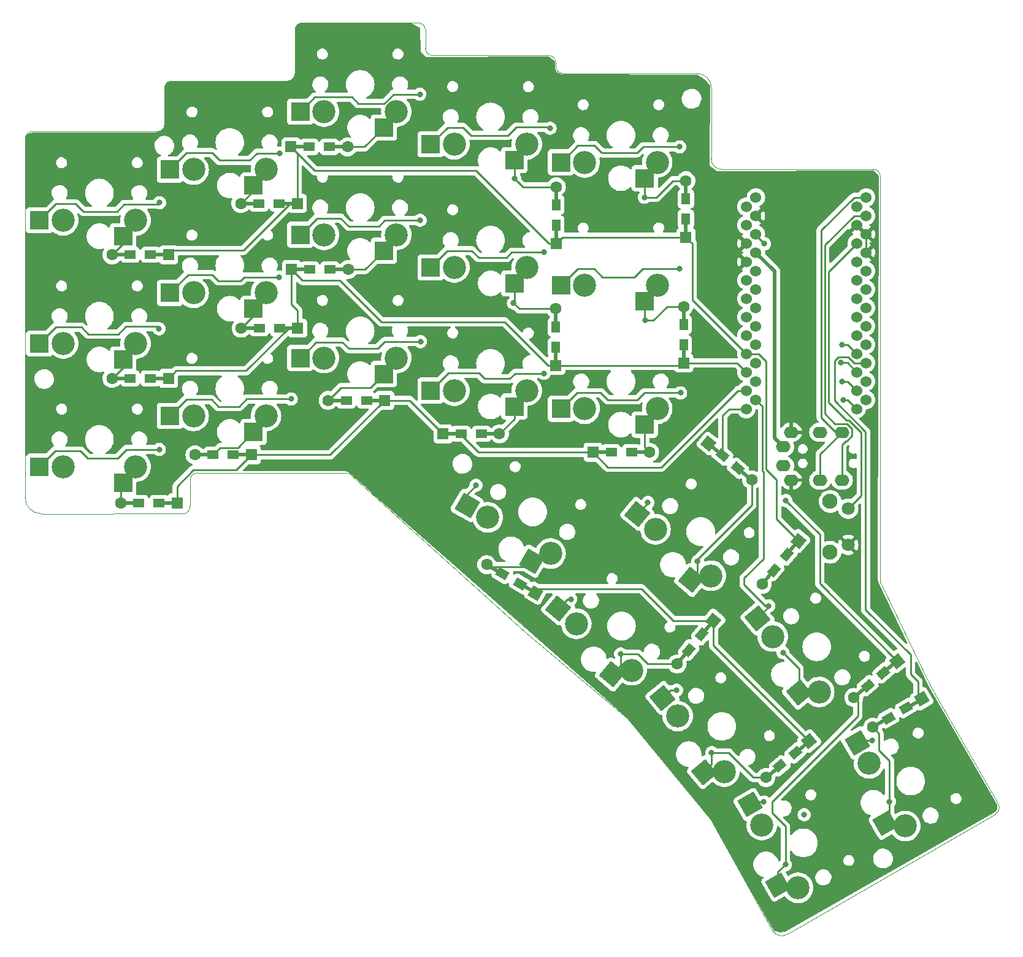
<source format=gbl>
G04 #@! TF.GenerationSoftware,KiCad,Pcbnew,7.0.1-0*
G04 #@! TF.CreationDate,2023-04-27T21:51:22+02:00*
G04 #@! TF.ProjectId,helicoprion,68656c69-636f-4707-9269-6f6e2e6b6963,rev?*
G04 #@! TF.SameCoordinates,Original*
G04 #@! TF.FileFunction,Copper,L2,Bot*
G04 #@! TF.FilePolarity,Positive*
%FSLAX46Y46*%
G04 Gerber Fmt 4.6, Leading zero omitted, Abs format (unit mm)*
G04 Created by KiCad (PCBNEW 7.0.1-0) date 2023-04-27 21:51:22*
%MOMM*%
%LPD*%
G01*
G04 APERTURE LIST*
G04 Aperture macros list*
%AMRotRect*
0 Rectangle, with rotation*
0 The origin of the aperture is its center*
0 $1 length*
0 $2 width*
0 $3 Rotation angle, in degrees counterclockwise*
0 Add horizontal line*
21,1,$1,$2,0,0,$3*%
G04 Aperture macros list end*
G04 #@! TA.AperFunction,ComponentPad*
%ADD10C,3.200000*%
G04 #@! TD*
G04 #@! TA.AperFunction,SMDPad,CuDef*
%ADD11R,2.600000X2.600000*%
G04 #@! TD*
G04 #@! TA.AperFunction,SMDPad,CuDef*
%ADD12RotRect,2.600000X2.600000X300.000000*%
G04 #@! TD*
G04 #@! TA.AperFunction,ComponentPad*
%ADD13C,1.800000*%
G04 #@! TD*
G04 #@! TA.AperFunction,ComponentPad*
%ADD14C,2.100000*%
G04 #@! TD*
G04 #@! TA.AperFunction,SMDPad,CuDef*
%ADD15RotRect,1.600000X1.200000X140.000000*%
G04 #@! TD*
G04 #@! TA.AperFunction,SMDPad,CuDef*
%ADD16RotRect,2.900000X0.500000X140.000000*%
G04 #@! TD*
G04 #@! TA.AperFunction,ComponentPad*
%ADD17RotRect,1.600000X1.600000X140.000000*%
G04 #@! TD*
G04 #@! TA.AperFunction,ComponentPad*
%ADD18C,1.600000*%
G04 #@! TD*
G04 #@! TA.AperFunction,SMDPad,CuDef*
%ADD19R,1.600000X1.200000*%
G04 #@! TD*
G04 #@! TA.AperFunction,SMDPad,CuDef*
%ADD20R,2.900000X0.500000*%
G04 #@! TD*
G04 #@! TA.AperFunction,ComponentPad*
%ADD21R,1.600000X1.600000*%
G04 #@! TD*
G04 #@! TA.AperFunction,SMDPad,CuDef*
%ADD22R,1.200000X1.600000*%
G04 #@! TD*
G04 #@! TA.AperFunction,SMDPad,CuDef*
%ADD23R,0.500000X2.900000*%
G04 #@! TD*
G04 #@! TA.AperFunction,SMDPad,CuDef*
%ADD24RotRect,2.600000X2.600000X320.000000*%
G04 #@! TD*
G04 #@! TA.AperFunction,SMDPad,CuDef*
%ADD25RotRect,1.600000X1.200000X50.000000*%
G04 #@! TD*
G04 #@! TA.AperFunction,SMDPad,CuDef*
%ADD26RotRect,2.900000X0.500000X50.000000*%
G04 #@! TD*
G04 #@! TA.AperFunction,ComponentPad*
%ADD27RotRect,1.600000X1.600000X50.000000*%
G04 #@! TD*
G04 #@! TA.AperFunction,SMDPad,CuDef*
%ADD28RotRect,2.600000X2.600000X310.000000*%
G04 #@! TD*
G04 #@! TA.AperFunction,SMDPad,CuDef*
%ADD29RotRect,1.600000X1.200000X330.000000*%
G04 #@! TD*
G04 #@! TA.AperFunction,SMDPad,CuDef*
%ADD30RotRect,2.900000X0.500000X330.000000*%
G04 #@! TD*
G04 #@! TA.AperFunction,ComponentPad*
%ADD31RotRect,1.600000X1.600000X330.000000*%
G04 #@! TD*
G04 #@! TA.AperFunction,ComponentPad*
%ADD32C,1.524000*%
G04 #@! TD*
G04 #@! TA.AperFunction,SMDPad,CuDef*
%ADD33RotRect,1.600000X1.200000X30.000000*%
G04 #@! TD*
G04 #@! TA.AperFunction,SMDPad,CuDef*
%ADD34RotRect,2.900000X0.500000X30.000000*%
G04 #@! TD*
G04 #@! TA.AperFunction,ComponentPad*
%ADD35RotRect,1.600000X1.600000X30.000000*%
G04 #@! TD*
G04 #@! TA.AperFunction,ComponentPad*
%ADD36O,2.000000X1.600000*%
G04 #@! TD*
G04 #@! TA.AperFunction,SMDPad,CuDef*
%ADD37RotRect,2.600000X2.600000X330.000000*%
G04 #@! TD*
G04 #@! TA.AperFunction,SMDPad,CuDef*
%ADD38RotRect,1.600000X1.200000X40.000000*%
G04 #@! TD*
G04 #@! TA.AperFunction,SMDPad,CuDef*
%ADD39RotRect,2.900000X0.500000X40.000000*%
G04 #@! TD*
G04 #@! TA.AperFunction,ComponentPad*
%ADD40RotRect,1.600000X1.600000X40.000000*%
G04 #@! TD*
G04 #@! TA.AperFunction,ViaPad*
%ADD41C,0.800000*%
G04 #@! TD*
G04 #@! TA.AperFunction,Conductor*
%ADD42C,0.250000*%
G04 #@! TD*
G04 #@! TA.AperFunction,Conductor*
%ADD43C,0.500000*%
G04 #@! TD*
G04 #@! TA.AperFunction,Profile*
%ADD44C,0.100000*%
G04 #@! TD*
G04 APERTURE END LIST*
D10*
X66500000Y-83750000D03*
D11*
X74775000Y-85950000D03*
D10*
X76500000Y-83750000D03*
D11*
X63225000Y-83750000D03*
D10*
X177752405Y-124684873D03*
D12*
X179984649Y-132951233D03*
D10*
X182752405Y-133345127D03*
D12*
X176114905Y-121848640D03*
D13*
X174870000Y-94550000D03*
X174870000Y-89550000D03*
D14*
X172370000Y-88550000D03*
X172370000Y-95550000D03*
D15*
X157491071Y-82163630D03*
D16*
X156648422Y-81456564D03*
D17*
X155575960Y-80556661D03*
D18*
X161551106Y-85570405D03*
D16*
X160478644Y-84670502D03*
D15*
X159635995Y-83963436D03*
D10*
X138500000Y-41750000D03*
D11*
X146775000Y-43950000D03*
D10*
X148500000Y-41750000D03*
D11*
X135225000Y-41750000D03*
D19*
X79730000Y-88740000D03*
D20*
X80830000Y-88740000D03*
D21*
X82230000Y-88740000D03*
D18*
X74430000Y-88740000D03*
D20*
X75830000Y-88740000D03*
D19*
X76930000Y-88740000D03*
D10*
X102500000Y-34750000D03*
D11*
X110775000Y-36950000D03*
D10*
X112500000Y-34750000D03*
D11*
X99225000Y-34750000D03*
D22*
X134580000Y-50430000D03*
D23*
X134580000Y-51530000D03*
D21*
X134580000Y-52930000D03*
D18*
X134580000Y-45130000D03*
D23*
X134580000Y-46530000D03*
D22*
X134580000Y-47630000D03*
X152470000Y-49590000D03*
D23*
X152470000Y-50690000D03*
D21*
X152470000Y-52090000D03*
D18*
X152470000Y-44290000D03*
D23*
X152470000Y-45690000D03*
D22*
X152470000Y-46790000D03*
D10*
X148259324Y-92378729D03*
D24*
X153184209Y-99383094D03*
D10*
X155919769Y-98806605D03*
D24*
X145750529Y-90273599D03*
D19*
X78540000Y-71570000D03*
D20*
X79640000Y-71570000D03*
D21*
X81040000Y-71570000D03*
D18*
X73240000Y-71570000D03*
D20*
X74640000Y-71570000D03*
D19*
X75740000Y-71570000D03*
D25*
X166406370Y-95911071D03*
D26*
X167113436Y-95068422D03*
D27*
X168013339Y-93995960D03*
D18*
X162999595Y-99971106D03*
D26*
X163899498Y-98898644D03*
D25*
X164606564Y-98055995D03*
D10*
X164443395Y-107190231D03*
D28*
X168077165Y-114943382D03*
D10*
X170871271Y-114850676D03*
D28*
X162338266Y-104681436D03*
D10*
X84500000Y-59750000D03*
D11*
X92775000Y-61950000D03*
D10*
X94500000Y-59750000D03*
D11*
X81225000Y-59750000D03*
D19*
X89990000Y-82120000D03*
D20*
X91090000Y-82120000D03*
D21*
X92490000Y-82120000D03*
D18*
X84690000Y-82120000D03*
D20*
X86090000Y-82120000D03*
D19*
X87190000Y-82120000D03*
D29*
X129552436Y-99930000D03*
D30*
X130505064Y-100480000D03*
D31*
X131717499Y-101180000D03*
D18*
X124962501Y-97280000D03*
D30*
X126174936Y-97980000D03*
D29*
X127127564Y-98530000D03*
D10*
X138500000Y-75750000D03*
D11*
X146775000Y-77950000D03*
D10*
X148500000Y-75750000D03*
D11*
X135225000Y-75750000D03*
D22*
X152170000Y-66940000D03*
D23*
X152170000Y-68040000D03*
D21*
X152170000Y-69440000D03*
D18*
X152170000Y-61640000D03*
D23*
X152170000Y-63040000D03*
D22*
X152170000Y-64140000D03*
D10*
X162942405Y-133214873D03*
D12*
X165174649Y-141481233D03*
D10*
X167942405Y-141875127D03*
D12*
X161304905Y-130378640D03*
D19*
X96370000Y-64640000D03*
D20*
X97470000Y-64640000D03*
D21*
X98870000Y-64640000D03*
D18*
X91070000Y-64640000D03*
D20*
X92470000Y-64640000D03*
D19*
X93570000Y-64640000D03*
D10*
X102500000Y-51750000D03*
D11*
X110775000Y-53950000D03*
D10*
X112500000Y-51750000D03*
D11*
X99225000Y-51750000D03*
D32*
X160801800Y-47850000D03*
X177348200Y-46580000D03*
X160801800Y-50390000D03*
X177348200Y-49120000D03*
X160801800Y-52930000D03*
X177348200Y-51660000D03*
X160801800Y-55470000D03*
X177348200Y-54200000D03*
X160801800Y-58010000D03*
X177348200Y-56740000D03*
X160801800Y-60550000D03*
X177348200Y-59280000D03*
X160801800Y-63090000D03*
X177348200Y-61820000D03*
X160801800Y-65630000D03*
X177348200Y-64360000D03*
X160801800Y-68170000D03*
X177348200Y-66900000D03*
X160801800Y-70710000D03*
X177348200Y-69440000D03*
X160801800Y-73250000D03*
X177348200Y-71980000D03*
X160801800Y-75790000D03*
X177348200Y-74520000D03*
X162128200Y-74520000D03*
X176041800Y-75790000D03*
X162128200Y-71980000D03*
X176041800Y-73250000D03*
X162128200Y-69440000D03*
X176041800Y-70710000D03*
X162128200Y-66900000D03*
X176041800Y-68170000D03*
X162128200Y-64360000D03*
X176041800Y-65630000D03*
X162128200Y-61820000D03*
X176041800Y-63090000D03*
X162128200Y-59280000D03*
X176041800Y-60550000D03*
X162128200Y-56740000D03*
X176041800Y-58010000D03*
X162128200Y-54200000D03*
X176041800Y-55470000D03*
X162128200Y-51660000D03*
X176041800Y-52930000D03*
X162128200Y-49120000D03*
X176041800Y-50390000D03*
X162128200Y-46580000D03*
X176041800Y-47850000D03*
D10*
X102500000Y-68750000D03*
D11*
X110775000Y-70950000D03*
D10*
X112500000Y-68750000D03*
D11*
X99225000Y-68750000D03*
D19*
X108380000Y-74600000D03*
D20*
X109480000Y-74600000D03*
D21*
X110880000Y-74600000D03*
D18*
X103080000Y-74600000D03*
D20*
X104480000Y-74600000D03*
D19*
X105580000Y-74600000D03*
D25*
X154659903Y-106907538D03*
D26*
X155366969Y-106064889D03*
D27*
X156266872Y-104992427D03*
D18*
X151253128Y-110967573D03*
D26*
X152153031Y-109895111D03*
D25*
X152860097Y-109052462D03*
D10*
X66500000Y-66750000D03*
D11*
X74775000Y-68950000D03*
D10*
X76500000Y-66750000D03*
D11*
X63225000Y-66750000D03*
D10*
X138500000Y-58750000D03*
D11*
X146775000Y-60950000D03*
D10*
X148500000Y-58750000D03*
D11*
X135225000Y-58750000D03*
D10*
X120500000Y-56250000D03*
D11*
X128775000Y-58450000D03*
D10*
X130500000Y-56250000D03*
D11*
X117225000Y-56250000D03*
D33*
X182852436Y-117060000D03*
D34*
X183805064Y-116510000D03*
D35*
X185017499Y-115810000D03*
D18*
X178262501Y-119710000D03*
D34*
X179474936Y-119010000D03*
D33*
X180427564Y-118460000D03*
D10*
X120500000Y-73250000D03*
D11*
X128775000Y-75450000D03*
D10*
X130500000Y-73250000D03*
D11*
X117225000Y-73250000D03*
D36*
X165900000Y-81000000D03*
X167000000Y-85600000D03*
X171000000Y-85600000D03*
X174000000Y-85600000D03*
D19*
X100450000Y-39620000D03*
D20*
X99350000Y-39620000D03*
D21*
X97950000Y-39620000D03*
D18*
X105750000Y-39620000D03*
D20*
X104350000Y-39620000D03*
D19*
X103250000Y-39620000D03*
D10*
X125111733Y-90747595D03*
D37*
X131178093Y-96790351D03*
D10*
X133771987Y-95747595D03*
D37*
X122275500Y-89110095D03*
D19*
X96320000Y-47430000D03*
D20*
X97420000Y-47430000D03*
D21*
X98820000Y-47430000D03*
D18*
X91020000Y-47430000D03*
D20*
X92420000Y-47430000D03*
D19*
X93520000Y-47430000D03*
D38*
X179702462Y-112190097D03*
D39*
X180545111Y-111483031D03*
D40*
X181617573Y-110583128D03*
D18*
X175642427Y-115596872D03*
D39*
X176714889Y-114696969D03*
D38*
X177557538Y-113989903D03*
D10*
X84500000Y-42750000D03*
D11*
X92775000Y-44950000D03*
D10*
X94500000Y-42750000D03*
D11*
X81225000Y-42750000D03*
D10*
X66500000Y-49750000D03*
D11*
X74775000Y-51950000D03*
D10*
X76500000Y-49750000D03*
D11*
X63225000Y-49750000D03*
D19*
X142155000Y-81755000D03*
D20*
X141055000Y-81755000D03*
D21*
X139655000Y-81755000D03*
D18*
X147455000Y-81755000D03*
D20*
X146055000Y-81755000D03*
D19*
X144955000Y-81755000D03*
D10*
X120500000Y-39250000D03*
D11*
X128775000Y-41450000D03*
D10*
X130500000Y-39250000D03*
D11*
X117225000Y-39250000D03*
D19*
X121430000Y-79220000D03*
D20*
X120330000Y-79220000D03*
D21*
X118930000Y-79220000D03*
D18*
X126730000Y-79220000D03*
D20*
X125330000Y-79220000D03*
D19*
X124230000Y-79220000D03*
D22*
X134510000Y-67270000D03*
D23*
X134510000Y-68370000D03*
D21*
X134510000Y-69770000D03*
D18*
X134510000Y-61970000D03*
D23*
X134510000Y-63370000D03*
D22*
X134510000Y-64470000D03*
D19*
X100530000Y-56530000D03*
D20*
X99430000Y-56530000D03*
D21*
X98030000Y-56530000D03*
D18*
X105830000Y-56530000D03*
D20*
X104430000Y-56530000D03*
D19*
X103330000Y-56530000D03*
D10*
X84500000Y-76750000D03*
D11*
X92775000Y-78950000D03*
D10*
X94500000Y-76750000D03*
D11*
X81225000Y-76750000D03*
D19*
X78550000Y-54510000D03*
D20*
X79650000Y-54510000D03*
D21*
X81050000Y-54510000D03*
D18*
X73250000Y-54510000D03*
D20*
X74650000Y-54510000D03*
D19*
X75750000Y-54510000D03*
D38*
X167572462Y-123240097D03*
D39*
X168415111Y-122533031D03*
D40*
X169487573Y-121633128D03*
D18*
X163512427Y-126646872D03*
D39*
X164584889Y-125746969D03*
D38*
X165427538Y-125039903D03*
D10*
X137329324Y-105418729D03*
D24*
X142254209Y-112423094D03*
D10*
X144989769Y-111846605D03*
D24*
X134820529Y-103313599D03*
D10*
X151333395Y-118170231D03*
D28*
X154967165Y-125923382D03*
D10*
X157761271Y-125830676D03*
D28*
X149228266Y-115661436D03*
D36*
X165899997Y-83599999D03*
X166999997Y-78999999D03*
X170999997Y-78999999D03*
X173999997Y-78999999D03*
D41*
X154280000Y-65530000D03*
X118910000Y-76380000D03*
X114150000Y-73150000D03*
X128790000Y-79930000D03*
X110950000Y-45740000D03*
X161180000Y-79940000D03*
X174970000Y-136210000D03*
X180220000Y-115060000D03*
X86040000Y-52760000D03*
X104330000Y-63300000D03*
X75090000Y-76730000D03*
X74990000Y-59380000D03*
X121480000Y-46680000D03*
X130790000Y-83710000D03*
X154830000Y-73420000D03*
X153640000Y-88250000D03*
X168790000Y-131770000D03*
X182830000Y-122460000D03*
X168140000Y-51760000D03*
X169990000Y-82450000D03*
X143440000Y-109600000D03*
X154080000Y-96850000D03*
X146850000Y-63560000D03*
X163900000Y-102960000D03*
X151180000Y-114590000D03*
X178160000Y-121570000D03*
X174190000Y-74570000D03*
X163220000Y-130030000D03*
X166270000Y-88450000D03*
X128820000Y-43980000D03*
X128660000Y-61180000D03*
X151610000Y-39610000D03*
X151730000Y-73560000D03*
X147220000Y-88700000D03*
X174020000Y-71980000D03*
X151620000Y-56450000D03*
X132880000Y-70870000D03*
X136560000Y-102030000D03*
X132870000Y-54170000D03*
X133710000Y-37030000D03*
X173820000Y-69420000D03*
X123495676Y-86324324D03*
X115780000Y-49750000D03*
X115740000Y-32350000D03*
X115820000Y-66490000D03*
X174040000Y-66900000D03*
X96350000Y-40470000D03*
X96310000Y-57580000D03*
X97970000Y-74420000D03*
X79740000Y-64730000D03*
X79760000Y-81380000D03*
X79800000Y-47310000D03*
X163307250Y-52982750D03*
X146720000Y-46570000D03*
X165860000Y-109390000D03*
X180570000Y-129970000D03*
X166200000Y-138670000D03*
X156030000Y-123240000D03*
D42*
X177311800Y-51660000D02*
X176041800Y-50390000D01*
X177348200Y-54200000D02*
X177348200Y-51660000D01*
X177348200Y-51660000D02*
X177311800Y-51660000D01*
X157552427Y-76677573D02*
X158440000Y-75790000D01*
X156266872Y-104992427D02*
X156266872Y-108412427D01*
X150722427Y-104992427D02*
X156266872Y-104992427D01*
X146324360Y-100594360D02*
X150722427Y-104992427D01*
X158440000Y-75790000D02*
X160801800Y-75790000D01*
X156266872Y-108412427D02*
X169487573Y-121633128D01*
X132303139Y-100594360D02*
X146324360Y-100594360D01*
X131717499Y-101180000D02*
X132303139Y-100594360D01*
X157552427Y-82073128D02*
X157552427Y-76677573D01*
X142254209Y-112423094D02*
X143440000Y-111237303D01*
X143440000Y-109600000D02*
X145830000Y-109600000D01*
X147197573Y-110967573D02*
X151253128Y-110967573D01*
X145830000Y-109600000D02*
X147197573Y-110967573D01*
X143440000Y-111237303D02*
X143440000Y-109600000D01*
X154080000Y-96850000D02*
X154080000Y-98487303D01*
X154080000Y-98487303D02*
X153184209Y-99383094D01*
X154080000Y-96850000D02*
X154080000Y-96534445D01*
X154080000Y-96534445D02*
X161551106Y-89063339D01*
X161551106Y-89063339D02*
X161551106Y-85570405D01*
X101249700Y-42919700D02*
X123519700Y-42919700D01*
X168013339Y-93995960D02*
X164980000Y-90962621D01*
X98820000Y-40490000D02*
X97950000Y-39620000D01*
X81050000Y-54510000D02*
X81659500Y-53900500D01*
X153355000Y-52975000D02*
X153355000Y-60723200D01*
X163540000Y-69229697D02*
X162480303Y-68170000D01*
X152470000Y-52090000D02*
X153355000Y-52975000D01*
X133530000Y-52930000D02*
X134580000Y-52930000D01*
X135420000Y-52090000D02*
X152470000Y-52090000D01*
X123519700Y-42919700D02*
X133530000Y-52930000D01*
X134580000Y-52930000D02*
X135420000Y-52090000D01*
X81659500Y-53900500D02*
X91374568Y-53900500D01*
X162480303Y-68170000D02*
X160801800Y-68170000D01*
X164980000Y-90962621D02*
X164980000Y-85570000D01*
X97845068Y-47430000D02*
X98820000Y-47430000D01*
X91374568Y-53900500D02*
X97845068Y-47430000D01*
X98820000Y-47430000D02*
X98820000Y-40490000D01*
X163540000Y-84130000D02*
X163540000Y-69229697D01*
X164980000Y-85570000D02*
X163540000Y-84130000D01*
X153355000Y-60723200D02*
X160801800Y-68170000D01*
X97950000Y-39620000D02*
X101249700Y-42919700D01*
X146775000Y-63485000D02*
X146775000Y-60950000D01*
X146850000Y-63560000D02*
X147980000Y-63560000D01*
X149900000Y-61640000D02*
X152170000Y-61640000D01*
X147980000Y-63560000D02*
X149900000Y-61640000D01*
X146850000Y-63560000D02*
X146775000Y-63485000D01*
X163170000Y-96440000D02*
X163170000Y-84481249D01*
X163030000Y-84341249D02*
X163030000Y-75421800D01*
X160510000Y-99100000D02*
X163170000Y-96440000D01*
X163900000Y-102960000D02*
X163900000Y-103119702D01*
X163460000Y-102960000D02*
X160510000Y-100010000D01*
X163170000Y-84481249D02*
X163030000Y-84341249D01*
X161653545Y-130030000D02*
X161304905Y-130378640D01*
X163030000Y-75421800D02*
X162128200Y-74520000D01*
X163220000Y-130030000D02*
X161653545Y-130030000D01*
X174190000Y-74570000D02*
X174821800Y-74570000D01*
X178160000Y-121570000D02*
X176393545Y-121570000D01*
X176393545Y-121570000D02*
X176114905Y-121848640D01*
X174821800Y-74570000D02*
X176041800Y-75790000D01*
X163900000Y-103119702D02*
X162338266Y-104681436D01*
X160510000Y-100010000D02*
X160510000Y-99100000D01*
X163900000Y-102960000D02*
X163460000Y-102960000D01*
X150299702Y-114590000D02*
X149228266Y-115661436D01*
X151180000Y-114590000D02*
X150299702Y-114590000D01*
X146775000Y-77950000D02*
X146775000Y-81075000D01*
X146775000Y-81075000D02*
X147455000Y-81755000D01*
X123835000Y-81755000D02*
X139655000Y-81755000D01*
X103360000Y-82120000D02*
X110880000Y-74600000D01*
X82230000Y-86447643D02*
X84452798Y-84224845D01*
X170935000Y-99440000D02*
X170935000Y-93115000D01*
X149080000Y-83820000D02*
X159650000Y-73250000D01*
X118930000Y-79220000D02*
X121300000Y-79220000D01*
X114310000Y-74600000D02*
X118930000Y-79220000D01*
X181617573Y-110583128D02*
X170935000Y-99900555D01*
X170935000Y-93115000D02*
X166270000Y-88450000D01*
X82230000Y-88740000D02*
X82230000Y-86447643D01*
X92490000Y-82120000D02*
X103360000Y-82120000D01*
X170935000Y-99900555D02*
X170935000Y-99440000D01*
X110880000Y-74600000D02*
X114310000Y-74600000D01*
X141720000Y-83820000D02*
X149080000Y-83820000D01*
X121300000Y-79220000D02*
X123835000Y-81755000D01*
X90385155Y-84224845D02*
X92490000Y-82120000D01*
X84452798Y-84224845D02*
X90385155Y-84224845D01*
X139655000Y-81755000D02*
X141720000Y-83820000D01*
X159650000Y-73250000D02*
X160801800Y-73250000D01*
X128820000Y-43980000D02*
X129970000Y-45130000D01*
X128775000Y-43935000D02*
X128775000Y-41450000D01*
X128820000Y-43980000D02*
X128775000Y-43935000D01*
X129970000Y-45130000D02*
X134580000Y-45130000D01*
X128660000Y-61180000D02*
X129450000Y-61970000D01*
X128775000Y-61065000D02*
X128775000Y-58450000D01*
X128660000Y-61180000D02*
X128775000Y-61065000D01*
X129450000Y-61970000D02*
X134510000Y-61970000D01*
X128775000Y-77175000D02*
X126730000Y-79220000D01*
X128775000Y-75450000D02*
X128775000Y-77175000D01*
X110775000Y-36950000D02*
X108105000Y-39620000D01*
X108105000Y-39620000D02*
X105750000Y-39620000D01*
X110775000Y-53950000D02*
X108195000Y-56530000D01*
X108195000Y-56530000D02*
X105830000Y-56530000D01*
X110775000Y-70950000D02*
X108890000Y-72835000D01*
X104845000Y-72835000D02*
X103080000Y-74600000D01*
X108890000Y-72835000D02*
X104845000Y-72835000D01*
X92775000Y-44950000D02*
X92775000Y-45675000D01*
X92775000Y-45675000D02*
X91020000Y-47430000D01*
X92775000Y-62935000D02*
X91070000Y-64640000D01*
X92775000Y-61950000D02*
X92775000Y-62935000D01*
X88175000Y-81135000D02*
X87190000Y-82120000D01*
X92775000Y-78950000D02*
X90590000Y-81135000D01*
X90590000Y-81135000D02*
X88175000Y-81135000D01*
X74775000Y-52985000D02*
X73250000Y-54510000D01*
X74775000Y-51950000D02*
X74775000Y-52985000D01*
X74775000Y-68950000D02*
X74775000Y-70035000D01*
X74775000Y-70035000D02*
X73240000Y-71570000D01*
X74410000Y-86390000D02*
X74430000Y-86410000D01*
X74430000Y-86410000D02*
X74430000Y-88740000D01*
X74775000Y-86025000D02*
X74410000Y-86390000D01*
X74775000Y-85950000D02*
X74775000Y-86025000D01*
D43*
X165900000Y-81000000D02*
X164730000Y-79830000D01*
X164730000Y-79830000D02*
X164730000Y-56801800D01*
X164730000Y-56801800D02*
X162128200Y-54200000D01*
D42*
X173999997Y-78999999D02*
X173159999Y-78999999D01*
X171140000Y-76980000D02*
X171140000Y-51129697D01*
X175689697Y-46580000D02*
X177348200Y-46580000D01*
X171000000Y-81999996D02*
X173999997Y-78999999D01*
X171000000Y-85600000D02*
X171000000Y-81999996D01*
X173159999Y-78999999D02*
X171140000Y-76980000D01*
X171140000Y-51129697D02*
X175689697Y-46580000D01*
X174000000Y-80690000D02*
X174505001Y-80184999D01*
X174505001Y-80184999D02*
X174690840Y-80184999D01*
X174000000Y-85600000D02*
X174000000Y-80690000D01*
X171650000Y-76430000D02*
X171650000Y-53159697D01*
X174690840Y-80184999D02*
X175384997Y-79490842D01*
X174690840Y-77814999D02*
X173034999Y-77814999D01*
X175384997Y-78509156D02*
X174690840Y-77814999D01*
X171650000Y-53159697D02*
X175689697Y-49120000D01*
X173034999Y-77814999D02*
X171650000Y-76430000D01*
X175689697Y-49120000D02*
X177348200Y-49120000D01*
X175384997Y-79490842D02*
X175384997Y-78509156D01*
X145310000Y-57630000D02*
X146490000Y-56450000D01*
X140870000Y-40430000D02*
X145730000Y-40430000D01*
X147220000Y-88700000D02*
X147220000Y-88804128D01*
X174020000Y-71980000D02*
X174771800Y-71980000D01*
X135225000Y-41750000D02*
X137555000Y-39420000D01*
X135225000Y-75750000D02*
X137435429Y-73539571D01*
X146550000Y-39610000D02*
X151610000Y-39610000D01*
X174771800Y-71980000D02*
X176041800Y-73250000D01*
X145760000Y-74530000D02*
X146730000Y-73560000D01*
X146490000Y-56450000D02*
X151620000Y-56450000D01*
X137435429Y-73539571D02*
X140679571Y-73539571D01*
X139860000Y-39420000D02*
X140870000Y-40430000D01*
X145730000Y-40430000D02*
X146550000Y-39610000D01*
X140960500Y-57630000D02*
X145310000Y-57630000D01*
X141670000Y-74530000D02*
X145760000Y-74530000D01*
X137555000Y-39420000D02*
X139860000Y-39420000D01*
X139780500Y-56450000D02*
X140960500Y-57630000D01*
X135225000Y-58750000D02*
X137525000Y-56450000D01*
X147220000Y-88804128D02*
X145750529Y-90273599D01*
X137525000Y-56450000D02*
X139780500Y-56450000D01*
X146730000Y-73560000D02*
X151730000Y-73560000D01*
X140679571Y-73539571D02*
X141670000Y-74530000D01*
X127700000Y-54900000D02*
X128430000Y-54170000D01*
X174751800Y-69420000D02*
X176041800Y-70710000D01*
X117225000Y-73250000D02*
X119635430Y-70839570D01*
X123860000Y-54900000D02*
X127700000Y-54900000D01*
X122920000Y-53960000D02*
X123860000Y-54900000D01*
X123870430Y-70839570D02*
X124630359Y-71599500D01*
X119515000Y-53960000D02*
X122920000Y-53960000D01*
X124630359Y-71599500D02*
X128176527Y-71599500D01*
X122810000Y-38020000D02*
X127920000Y-38020000D01*
X121720000Y-36930000D02*
X122810000Y-38020000D01*
X119545000Y-36930000D02*
X121720000Y-36930000D01*
X129030000Y-36910000D02*
X133590000Y-36910000D01*
X128906027Y-70870000D02*
X132880000Y-70870000D01*
X133590000Y-36910000D02*
X133710000Y-37030000D01*
X136104128Y-102030000D02*
X134820529Y-103313599D01*
X127920000Y-38020000D02*
X129030000Y-36910000D01*
X173820000Y-69420000D02*
X174751800Y-69420000D01*
X128430000Y-54170000D02*
X132870000Y-54170000D01*
X117225000Y-56250000D02*
X119515000Y-53960000D01*
X128176527Y-71599500D02*
X128906027Y-70870000D01*
X136560000Y-102030000D02*
X136104128Y-102030000D01*
X119635430Y-70839570D02*
X123870430Y-70839570D01*
X117225000Y-39250000D02*
X119545000Y-36930000D01*
X105040000Y-66570000D02*
X105920000Y-67450000D01*
X110792786Y-33650000D02*
X112092786Y-32350000D01*
X106345000Y-32765000D02*
X107230000Y-33650000D01*
X105920000Y-67450000D02*
X109940000Y-67450000D01*
X104800000Y-49450000D02*
X105920000Y-50570000D01*
X110900000Y-66490000D02*
X115820000Y-66490000D01*
X99225000Y-34750000D02*
X101210000Y-32765000D01*
X174771800Y-66900000D02*
X176041800Y-68170000D01*
X101525000Y-49450000D02*
X104800000Y-49450000D01*
X122275500Y-89110095D02*
X122275500Y-87544500D01*
X101405000Y-66570000D02*
X105040000Y-66570000D01*
X122275500Y-87544500D02*
X123495676Y-86324324D01*
X174040000Y-66900000D02*
X174771800Y-66900000D01*
X112092786Y-32350000D02*
X115740000Y-32350000D01*
X101210000Y-32765000D02*
X106345000Y-32765000D01*
X105920000Y-50570000D02*
X110060000Y-50570000D01*
X99225000Y-68750000D02*
X101405000Y-66570000D01*
X99225000Y-51750000D02*
X101525000Y-49450000D01*
X109940000Y-67450000D02*
X110900000Y-66490000D01*
X110880000Y-49750000D02*
X115780000Y-49750000D01*
X110060000Y-50570000D02*
X110880000Y-49750000D01*
X107230000Y-33650000D02*
X110792786Y-33650000D01*
X81225000Y-76750000D02*
X83485000Y-74490000D01*
X83555000Y-40420000D02*
X87040000Y-40420000D01*
X81225000Y-59750000D02*
X83739100Y-57235900D01*
X87897841Y-58099500D02*
X90960500Y-58099500D01*
X92250000Y-41480000D02*
X93260000Y-40470000D01*
X91800000Y-74420000D02*
X97970000Y-74420000D01*
X93260000Y-40470000D02*
X96350000Y-40470000D01*
X87040000Y-40420000D02*
X88100000Y-41480000D01*
X91480000Y-57580000D02*
X96310000Y-57580000D01*
X83739100Y-57235900D02*
X87034241Y-57235900D01*
X87034241Y-57235900D02*
X87897841Y-58099500D01*
X81225000Y-42750000D02*
X83555000Y-40420000D01*
X86950000Y-74490000D02*
X87910000Y-75450000D01*
X83485000Y-74490000D02*
X86950000Y-74490000D01*
X90770000Y-75450000D02*
X91800000Y-74420000D01*
X88100000Y-41480000D02*
X92250000Y-41480000D01*
X90960500Y-58099500D02*
X91480000Y-57580000D01*
X87910000Y-75450000D02*
X90770000Y-75450000D01*
X68890000Y-81590000D02*
X69920000Y-82620000D01*
X74000000Y-82620000D02*
X75240000Y-81380000D01*
X69980000Y-65460000D02*
X74120000Y-65460000D01*
X69030000Y-64510000D02*
X69980000Y-65460000D01*
X74912173Y-47540000D02*
X79570000Y-47540000D01*
X79430000Y-64420000D02*
X79740000Y-64730000D01*
X65465000Y-64510000D02*
X69030000Y-64510000D01*
X63225000Y-66750000D02*
X65465000Y-64510000D01*
X63225000Y-83750000D02*
X65385000Y-81590000D01*
X69270141Y-48530000D02*
X73922173Y-48530000D01*
X68200141Y-47460000D02*
X69270141Y-48530000D01*
X65515000Y-47460000D02*
X68200141Y-47460000D01*
X65385000Y-81590000D02*
X68890000Y-81590000D01*
X63225000Y-49750000D02*
X65515000Y-47460000D01*
X69920000Y-82620000D02*
X74000000Y-82620000D01*
X75160000Y-64420000D02*
X79430000Y-64420000D01*
X79570000Y-47540000D02*
X79800000Y-47310000D01*
X73922173Y-48530000D02*
X74912173Y-47540000D01*
X75240000Y-81380000D02*
X79760000Y-81380000D01*
X74120000Y-65460000D02*
X75160000Y-64420000D01*
X174594999Y-77304999D02*
X172160000Y-74870000D01*
X172160000Y-74870000D02*
X172160000Y-56811800D01*
X174914999Y-77304999D02*
X174594999Y-77304999D01*
X172160000Y-56811800D02*
X176041800Y-52930000D01*
X162128200Y-51803700D02*
X162128200Y-51660000D01*
X163307250Y-52982750D02*
X162128200Y-51803700D01*
X176680000Y-79070000D02*
X174914999Y-77304999D01*
X174870000Y-89550000D02*
X176680000Y-87740000D01*
X176680000Y-87740000D02*
X176680000Y-79070000D01*
X134510000Y-69770000D02*
X151840000Y-69770000D01*
X99540000Y-58040000D02*
X104710000Y-58040000D01*
X172980000Y-74648752D02*
X172980000Y-69149842D01*
X98870000Y-64640000D02*
X98870000Y-62190000D01*
X91755068Y-70520000D02*
X97635068Y-64640000D01*
X185017499Y-115810000D02*
X184512046Y-115304547D01*
X98030000Y-61350000D02*
X98030000Y-56530000D01*
X151840000Y-69770000D02*
X152170000Y-69440000D01*
X184512046Y-115304547D02*
X184512046Y-113442046D01*
X98870000Y-62190000D02*
X98030000Y-61350000D01*
X177280000Y-78948752D02*
X172980000Y-74648752D01*
X183490000Y-112420000D02*
X183490000Y-109700000D01*
X184512046Y-113442046D02*
X183490000Y-112420000D01*
X183490000Y-109700000D02*
X177280000Y-103490000D01*
X177280000Y-103490000D02*
X177280000Y-78948752D01*
X174872000Y-68635000D02*
X175677000Y-69440000D01*
X98030000Y-56530000D02*
X99540000Y-58040000D01*
X159531800Y-69440000D02*
X160801800Y-70710000D01*
X82090000Y-70520000D02*
X91755068Y-70520000D01*
X173494842Y-68635000D02*
X174872000Y-68635000D01*
X133460000Y-69770000D02*
X134510000Y-69770000D01*
X127454100Y-63764100D02*
X133460000Y-69770000D01*
X175677000Y-69440000D02*
X177348200Y-69440000D01*
X152170000Y-69440000D02*
X159531800Y-69440000D01*
X81040000Y-71570000D02*
X82090000Y-70520000D01*
X97635068Y-64640000D02*
X98870000Y-64640000D01*
X104710000Y-58040000D02*
X110434100Y-63764100D01*
X172980000Y-69149842D02*
X173494842Y-68635000D01*
X110434100Y-63764100D02*
X127454100Y-63764100D01*
X148350000Y-46570000D02*
X146720000Y-46570000D01*
X152470000Y-44290000D02*
X150630000Y-44290000D01*
X150630000Y-44290000D02*
X148350000Y-46570000D01*
X146720000Y-46570000D02*
X146775000Y-46515000D01*
X146775000Y-46515000D02*
X146775000Y-43950000D01*
X125232501Y-97550000D02*
X124962501Y-97280000D01*
X130418444Y-97550000D02*
X125232501Y-97550000D01*
X131178093Y-96790351D02*
X130418444Y-97550000D01*
X168077165Y-114943382D02*
X168077165Y-111607165D01*
X168077165Y-111607165D02*
X165860000Y-109390000D01*
X180570000Y-129970000D02*
X180570000Y-132365882D01*
X180570000Y-129970000D02*
X180570000Y-124330000D01*
X179120000Y-122880000D02*
X179120000Y-120567499D01*
X179120000Y-120567499D02*
X178262501Y-119710000D01*
X180570000Y-124330000D02*
X179120000Y-122880000D01*
X180570000Y-132365882D02*
X179984649Y-132951233D01*
X166200000Y-133410000D02*
X164330000Y-131540000D01*
X164330000Y-131540000D02*
X164330000Y-129990000D01*
X176190102Y-118129898D02*
X176190102Y-116144547D01*
X166200000Y-138670000D02*
X165174649Y-139695351D01*
X165174649Y-139695351D02*
X165174649Y-141481233D01*
X176190102Y-116144547D02*
X175642427Y-115596872D01*
X164330000Y-129990000D02*
X176190102Y-118129898D01*
X166200000Y-138670000D02*
X166200000Y-133410000D01*
X156030000Y-124860547D02*
X154967165Y-125923382D01*
X158340000Y-123240000D02*
X161746872Y-126646872D01*
X156030000Y-123240000D02*
X158340000Y-123240000D01*
X156030000Y-123240000D02*
X156030000Y-124860547D01*
X161746872Y-126646872D02*
X163512427Y-126646872D01*
G04 #@! TA.AperFunction,Conductor*
G36*
X114043687Y-75242939D02*
G01*
X114083915Y-75269819D01*
X117585181Y-78771085D01*
X117612061Y-78811313D01*
X117621500Y-78858766D01*
X117621500Y-80068634D01*
X117628011Y-80129205D01*
X117679110Y-80266203D01*
X117766738Y-80383261D01*
X117883796Y-80470889D01*
X118020794Y-80521988D01*
X118020797Y-80521988D01*
X118020799Y-80521989D01*
X118081362Y-80528500D01*
X119778634Y-80528500D01*
X119778638Y-80528500D01*
X119839201Y-80521989D01*
X119839203Y-80521988D01*
X119839205Y-80521988D01*
X119922773Y-80490818D01*
X119976204Y-80470889D01*
X120093261Y-80383261D01*
X120177205Y-80271124D01*
X120227655Y-80231451D01*
X120291189Y-80222316D01*
X120350776Y-80246171D01*
X120383796Y-80270889D01*
X120383797Y-80270889D01*
X120383798Y-80270890D01*
X120520794Y-80321988D01*
X120520797Y-80321988D01*
X120520799Y-80321989D01*
X120581362Y-80328500D01*
X121461234Y-80328500D01*
X121508687Y-80337939D01*
X121548915Y-80364819D01*
X123327910Y-82143814D01*
X123340959Y-82160101D01*
X123342999Y-82162016D01*
X123343000Y-82162018D01*
X123392701Y-82208690D01*
X123395434Y-82211338D01*
X123415230Y-82231134D01*
X123418493Y-82233665D01*
X123427369Y-82241245D01*
X123459679Y-82271586D01*
X123477572Y-82281422D01*
X123493831Y-82292103D01*
X123509959Y-82304613D01*
X123550625Y-82322210D01*
X123561106Y-82327346D01*
X123582567Y-82339144D01*
X123599940Y-82348695D01*
X123619710Y-82353771D01*
X123638115Y-82360071D01*
X123656855Y-82368181D01*
X123700618Y-82375111D01*
X123712045Y-82377478D01*
X123754970Y-82388500D01*
X123775391Y-82388500D01*
X123794788Y-82390026D01*
X123803555Y-82391415D01*
X123814942Y-82393219D01*
X123814942Y-82393218D01*
X123814943Y-82393219D01*
X123859049Y-82389049D01*
X123870718Y-82388500D01*
X138222500Y-82388500D01*
X138284500Y-82405113D01*
X138329887Y-82450500D01*
X138346500Y-82512500D01*
X138346500Y-82603638D01*
X138348846Y-82625463D01*
X138353011Y-82664205D01*
X138404110Y-82801203D01*
X138491738Y-82918261D01*
X138608796Y-83005889D01*
X138745794Y-83056988D01*
X138745797Y-83056988D01*
X138745799Y-83056989D01*
X138806362Y-83063500D01*
X140016234Y-83063500D01*
X140063687Y-83072939D01*
X140103914Y-83099818D01*
X140661870Y-83657775D01*
X141212912Y-84208817D01*
X141225956Y-84225098D01*
X141227999Y-84227016D01*
X141228000Y-84227018D01*
X141277685Y-84273675D01*
X141280448Y-84276353D01*
X141300230Y-84296135D01*
X141303511Y-84298680D01*
X141312370Y-84306247D01*
X141344679Y-84336586D01*
X141361391Y-84345773D01*
X141362564Y-84346418D01*
X141378825Y-84357099D01*
X141394959Y-84369614D01*
X141435625Y-84387210D01*
X141446112Y-84392348D01*
X141484940Y-84413695D01*
X141503177Y-84418377D01*
X141504708Y-84418770D01*
X141523119Y-84425073D01*
X141541855Y-84433181D01*
X141585626Y-84440113D01*
X141597041Y-84442477D01*
X141639970Y-84453500D01*
X141660384Y-84453500D01*
X141679783Y-84455027D01*
X141699943Y-84458220D01*
X141744056Y-84454050D01*
X141755726Y-84453500D01*
X148996367Y-84453500D01*
X149017108Y-84455789D01*
X149019905Y-84455701D01*
X149019909Y-84455702D01*
X149088017Y-84453560D01*
X149091913Y-84453500D01*
X149119854Y-84453500D01*
X149119856Y-84453500D01*
X149123956Y-84452981D01*
X149135606Y-84452064D01*
X149179889Y-84450673D01*
X149199498Y-84444975D01*
X149218531Y-84441033D01*
X149238797Y-84438474D01*
X149280006Y-84422157D01*
X149291037Y-84418380D01*
X149333593Y-84406018D01*
X149351160Y-84395628D01*
X149368632Y-84387068D01*
X149387617Y-84379552D01*
X149423475Y-84353498D01*
X149433223Y-84347096D01*
X149471362Y-84324542D01*
X149485800Y-84310103D01*
X149500588Y-84297472D01*
X149517107Y-84285472D01*
X149545359Y-84251319D01*
X149553203Y-84242699D01*
X156707245Y-77088658D01*
X156756609Y-77058408D01*
X156814325Y-77053866D01*
X156867812Y-77076021D01*
X156905412Y-77120044D01*
X156918927Y-77176339D01*
X156918927Y-79709500D01*
X156899508Y-79776125D01*
X156847332Y-79821882D01*
X156778742Y-79832439D01*
X156715222Y-79804490D01*
X155766953Y-79008798D01*
X155716374Y-78974856D01*
X155578577Y-78925937D01*
X155432580Y-78917822D01*
X155432579Y-78917822D01*
X155290209Y-78951166D01*
X155290210Y-78951166D01*
X155163002Y-79023270D01*
X155163000Y-79023271D01*
X155163001Y-79023271D01*
X155119089Y-79065474D01*
X154641334Y-79634840D01*
X154028810Y-80364819D01*
X154028093Y-80365673D01*
X153994155Y-80416246D01*
X153945236Y-80554043D01*
X153941923Y-80613647D01*
X153937121Y-80700041D01*
X153970465Y-80842411D01*
X154042569Y-80969619D01*
X154084778Y-81013536D01*
X155384967Y-82104524D01*
X155435546Y-82138466D01*
X155573343Y-82187385D01*
X155719340Y-82195500D01*
X155855723Y-82163558D01*
X155919874Y-82165595D01*
X155974415Y-82199436D01*
X156004728Y-82256012D01*
X156014134Y-82296171D01*
X156086238Y-82423379D01*
X156128447Y-82467296D01*
X157428635Y-83558284D01*
X157479214Y-83592226D01*
X157617011Y-83641145D01*
X157763008Y-83649260D01*
X157905378Y-83615916D01*
X157987356Y-83569449D01*
X158044760Y-83553382D01*
X158103032Y-83565962D01*
X158148700Y-83604281D01*
X158171208Y-83659483D01*
X158165353Y-83718809D01*
X158133829Y-83807608D01*
X158130494Y-83867595D01*
X158125713Y-83953607D01*
X158159058Y-84095977D01*
X158231162Y-84223185D01*
X158273371Y-84267102D01*
X159573559Y-85358090D01*
X159624138Y-85392032D01*
X159761935Y-85440951D01*
X159907932Y-85449066D01*
X160050302Y-85415722D01*
X160056383Y-85412274D01*
X160120968Y-85396197D01*
X160184566Y-85415832D01*
X160228849Y-85465523D01*
X160241058Y-85530954D01*
X160237607Y-85570403D01*
X160257562Y-85798489D01*
X160257563Y-85798492D01*
X160313358Y-86006722D01*
X160316823Y-86019651D01*
X160413580Y-86227149D01*
X160413582Y-86227151D01*
X160413583Y-86227154D01*
X160544908Y-86414705D01*
X160544911Y-86414708D01*
X160706806Y-86576603D01*
X160864730Y-86687184D01*
X160903596Y-86731501D01*
X160917606Y-86788758D01*
X160917606Y-88749572D01*
X160908167Y-88797025D01*
X160881287Y-88837253D01*
X156675186Y-93043352D01*
X156624135Y-93074137D01*
X156564617Y-93077540D01*
X156510390Y-93052775D01*
X156473986Y-93005566D01*
X156463821Y-92946829D01*
X156480045Y-92720000D01*
X156459891Y-92438210D01*
X156399839Y-92162157D01*
X156317718Y-91941982D01*
X156301112Y-91897459D01*
X156165721Y-91649508D01*
X156120861Y-91589583D01*
X155996418Y-91423346D01*
X155796654Y-91223582D01*
X155607674Y-91082113D01*
X155570491Y-91054278D01*
X155322540Y-90918887D01*
X155057841Y-90820160D01*
X154781790Y-90760109D01*
X154570539Y-90745000D01*
X154570538Y-90745000D01*
X154429462Y-90745000D01*
X154429461Y-90745000D01*
X154218209Y-90760109D01*
X153942158Y-90820160D01*
X153677459Y-90918887D01*
X153429508Y-91054278D01*
X153203343Y-91223584D01*
X153003584Y-91423343D01*
X152834278Y-91649508D01*
X152698887Y-91897459D01*
X152600160Y-92162158D01*
X152540109Y-92438209D01*
X152519954Y-92719999D01*
X152540109Y-93001790D01*
X152600160Y-93277841D01*
X152698887Y-93542540D01*
X152834278Y-93790491D01*
X152887360Y-93861400D01*
X153003582Y-94016654D01*
X153203346Y-94216418D01*
X153313480Y-94298863D01*
X153429508Y-94385721D01*
X153677459Y-94521112D01*
X153754914Y-94550001D01*
X153942157Y-94619839D01*
X154218210Y-94679891D01*
X154414352Y-94693919D01*
X154429461Y-94695000D01*
X154429462Y-94695000D01*
X154570538Y-94695000D01*
X154726829Y-94683821D01*
X154785566Y-94693986D01*
X154832775Y-94730390D01*
X154857540Y-94784617D01*
X154854137Y-94844135D01*
X154823352Y-94895186D01*
X153705128Y-96013410D01*
X153667885Y-96039008D01*
X153623247Y-96058882D01*
X153468748Y-96171133D01*
X153340957Y-96313058D01*
X153245472Y-96478443D01*
X153186458Y-96660070D01*
X153166496Y-96850000D01*
X153172442Y-96906573D01*
X153166509Y-96959486D01*
X153138932Y-97005032D01*
X153094797Y-97034815D01*
X153042240Y-97043342D01*
X152979201Y-97039839D01*
X152836831Y-97073183D01*
X152733889Y-97131531D01*
X152709620Y-97145288D01*
X152665705Y-97187495D01*
X152652846Y-97202820D01*
X152607725Y-97236642D01*
X152552293Y-97246986D01*
X152498011Y-97231712D01*
X152456106Y-97193980D01*
X152435245Y-97141594D01*
X152396588Y-96885117D01*
X152318813Y-96632977D01*
X152204327Y-96395246D01*
X152055688Y-96177232D01*
X151876216Y-95983807D01*
X151854516Y-95966502D01*
X151669919Y-95819290D01*
X151441408Y-95687360D01*
X151195786Y-95590960D01*
X150938536Y-95532244D01*
X150741300Y-95517464D01*
X150741295Y-95517464D01*
X150609533Y-95517464D01*
X150609528Y-95517464D01*
X150412291Y-95532244D01*
X150155041Y-95590960D01*
X149909419Y-95687360D01*
X149680908Y-95819290D01*
X149474612Y-95983807D01*
X149295141Y-96177229D01*
X149146500Y-96395247D01*
X149032015Y-96632977D01*
X148954239Y-96885117D01*
X148914914Y-97146033D01*
X148914914Y-97409895D01*
X148954239Y-97670810D01*
X148975271Y-97738993D01*
X149032015Y-97922951D01*
X149052080Y-97964616D01*
X149146499Y-98160679D01*
X149146500Y-98160681D01*
X149146501Y-98160682D01*
X149295140Y-98378696D01*
X149474612Y-98572121D01*
X149680908Y-98736637D01*
X149909420Y-98868568D01*
X150155042Y-98964968D01*
X150412289Y-99023683D01*
X150468644Y-99027906D01*
X150609528Y-99038464D01*
X150609533Y-99038464D01*
X150741295Y-99038464D01*
X150741299Y-99038464D01*
X150844131Y-99030758D01*
X150900993Y-99039909D01*
X150947587Y-99073762D01*
X150973862Y-99125013D01*
X150974149Y-99182605D01*
X150948387Y-99234116D01*
X150931930Y-99253728D01*
X150897988Y-99304307D01*
X150853277Y-99430250D01*
X150849069Y-99442105D01*
X150840954Y-99588102D01*
X150874298Y-99730472D01*
X150946402Y-99857681D01*
X150988611Y-99901598D01*
X153054844Y-101635373D01*
X153105423Y-101669315D01*
X153243220Y-101718234D01*
X153389217Y-101726349D01*
X153531587Y-101693005D01*
X153658796Y-101620901D01*
X153702713Y-101578692D01*
X154552424Y-100566044D01*
X154599162Y-100531525D01*
X154656499Y-100522086D01*
X154711839Y-100539805D01*
X154856632Y-100627855D01*
X154947455Y-100683086D01*
X155212025Y-100798005D01*
X155489780Y-100875828D01*
X155775544Y-100915105D01*
X156063994Y-100915105D01*
X156349758Y-100875828D01*
X156627513Y-100798005D01*
X156892083Y-100683086D01*
X157138541Y-100533211D01*
X157362295Y-100351173D01*
X157559178Y-100140363D01*
X157725522Y-99904708D01*
X157858228Y-99648597D01*
X157954824Y-99376801D01*
X158013511Y-99094383D01*
X158033196Y-98806605D01*
X158013511Y-98518827D01*
X158004691Y-98476385D01*
X157954824Y-98236409D01*
X157858229Y-97964616D01*
X157858228Y-97964613D01*
X157764672Y-97784058D01*
X157725522Y-97708501D01*
X157559176Y-97472844D01*
X157362295Y-97262037D01*
X157138540Y-97079998D01*
X156892083Y-96930124D01*
X156819438Y-96898570D01*
X156627513Y-96815205D01*
X156371433Y-96743455D01*
X156349755Y-96737381D01*
X156063994Y-96698105D01*
X155775544Y-96698105D01*
X155489782Y-96737381D01*
X155288735Y-96793712D01*
X155212025Y-96815205D01*
X155212023Y-96815205D01*
X155212022Y-96815206D01*
X155154597Y-96840149D01*
X155097860Y-96850197D01*
X155042708Y-96833517D01*
X155001048Y-96793712D01*
X154981877Y-96739378D01*
X154973542Y-96660072D01*
X154966792Y-96639300D01*
X154964150Y-96572038D01*
X154997041Y-96513306D01*
X155308138Y-96202209D01*
X157598054Y-96202209D01*
X157608153Y-96414220D01*
X157658193Y-96620489D01*
X157658194Y-96620491D01*
X157746366Y-96813560D01*
X157869482Y-96986453D01*
X157869483Y-96986454D01*
X157869484Y-96986455D01*
X158023097Y-97132925D01*
X158096157Y-97179877D01*
X158201652Y-97247676D01*
X158237524Y-97262037D01*
X158398702Y-97326563D01*
X158528658Y-97351610D01*
X158607117Y-97366732D01*
X158607118Y-97366732D01*
X158766177Y-97366732D01*
X158766182Y-97366732D01*
X158924534Y-97351611D01*
X159128188Y-97291813D01*
X159316845Y-97194554D01*
X159483686Y-97063348D01*
X159622681Y-96902939D01*
X159728807Y-96719124D01*
X159798228Y-96518546D01*
X159828434Y-96308455D01*
X159818335Y-96096444D01*
X159768295Y-95890175D01*
X159680122Y-95697105D01*
X159638841Y-95639134D01*
X159557005Y-95524210D01*
X159549930Y-95517464D01*
X159403391Y-95377739D01*
X159356547Y-95347634D01*
X159224835Y-95262987D01*
X159067327Y-95199931D01*
X159027786Y-95184101D01*
X159027785Y-95184100D01*
X159027783Y-95184100D01*
X158819371Y-95143932D01*
X158819370Y-95143932D01*
X158660306Y-95143932D01*
X158561336Y-95153382D01*
X158501951Y-95159053D01*
X158298301Y-95218850D01*
X158109640Y-95316111D01*
X157942804Y-95447314D01*
X157803805Y-95607726D01*
X157697681Y-95791538D01*
X157628259Y-95992117D01*
X157598054Y-96202207D01*
X157598054Y-96202209D01*
X155308138Y-96202209D01*
X158608138Y-92902209D01*
X160438801Y-92902209D01*
X160458710Y-93015109D01*
X160469483Y-93076206D01*
X160531820Y-93220721D01*
X160539462Y-93238437D01*
X160644969Y-93380157D01*
X160780311Y-93493723D01*
X160780312Y-93493723D01*
X160780314Y-93493725D01*
X160938201Y-93573019D01*
X160938202Y-93573019D01*
X160938204Y-93573020D01*
X161110118Y-93613765D01*
X161110120Y-93613765D01*
X161242476Y-93613765D01*
X161242479Y-93613765D01*
X161373946Y-93598399D01*
X161539971Y-93537970D01*
X161687586Y-93440883D01*
X161808832Y-93312370D01*
X161897172Y-93159360D01*
X161947845Y-92990102D01*
X161958118Y-92813720D01*
X161927437Y-92639724D01*
X161857458Y-92477493D01*
X161751951Y-92335773D01*
X161699979Y-92292163D01*
X161616608Y-92222206D01*
X161458715Y-92142909D01*
X161286802Y-92102165D01*
X161286800Y-92102165D01*
X161154441Y-92102165D01*
X161055840Y-92113689D01*
X161022973Y-92117531D01*
X160856949Y-92177959D01*
X160709332Y-92275048D01*
X160588088Y-92403559D01*
X160499748Y-92556568D01*
X160486373Y-92601244D01*
X160449075Y-92725828D01*
X160449074Y-92725830D01*
X160449075Y-92725830D01*
X160438801Y-92902209D01*
X158608138Y-92902209D01*
X161939922Y-89570425D01*
X161956203Y-89557383D01*
X161958120Y-89555341D01*
X161958124Y-89555339D01*
X162004812Y-89505618D01*
X162007429Y-89502918D01*
X162027240Y-89483109D01*
X162029778Y-89479836D01*
X162037347Y-89470973D01*
X162067692Y-89438660D01*
X162077528Y-89420766D01*
X162088208Y-89404507D01*
X162100719Y-89388380D01*
X162118317Y-89347711D01*
X162123447Y-89337239D01*
X162144801Y-89298399D01*
X162149878Y-89278621D01*
X162156180Y-89260217D01*
X162164287Y-89241484D01*
X162171218Y-89197714D01*
X162173581Y-89186305D01*
X162184606Y-89143369D01*
X162184606Y-89122948D01*
X162186133Y-89103549D01*
X162189325Y-89083396D01*
X162185156Y-89039290D01*
X162184606Y-89027621D01*
X162184606Y-86788758D01*
X162198617Y-86731501D01*
X162237482Y-86687183D01*
X162341376Y-86614435D01*
X162404390Y-86592276D01*
X162469757Y-86606021D01*
X162518509Y-86651682D01*
X162536500Y-86716010D01*
X162536500Y-96126234D01*
X162527061Y-96173687D01*
X162500181Y-96213915D01*
X160121180Y-98592913D01*
X160104896Y-98605961D01*
X160056339Y-98657668D01*
X160053633Y-98660461D01*
X160033861Y-98680233D01*
X160031321Y-98683508D01*
X160023752Y-98692369D01*
X159993414Y-98724677D01*
X159983582Y-98742563D01*
X159972901Y-98758823D01*
X159960385Y-98774959D01*
X159942786Y-98815628D01*
X159937648Y-98826117D01*
X159916303Y-98864943D01*
X159911226Y-98884718D01*
X159904925Y-98903123D01*
X159896818Y-98921856D01*
X159889888Y-98965610D01*
X159887520Y-98977046D01*
X159876500Y-99019970D01*
X159876500Y-99040384D01*
X159874973Y-99059783D01*
X159871780Y-99079941D01*
X159875950Y-99124057D01*
X159876500Y-99135726D01*
X159876500Y-99926367D01*
X159874210Y-99947108D01*
X159876439Y-100018017D01*
X159876500Y-100021913D01*
X159876500Y-100049855D01*
X159877018Y-100053956D01*
X159877934Y-100065597D01*
X159879326Y-100109888D01*
X159885022Y-100129492D01*
X159888967Y-100148544D01*
X159891525Y-100168798D01*
X159907838Y-100210001D01*
X159911621Y-100221049D01*
X159923982Y-100263593D01*
X159934374Y-100281166D01*
X159942931Y-100298633D01*
X159950448Y-100317618D01*
X159976491Y-100353463D01*
X159982905Y-100363227D01*
X160005458Y-100401362D01*
X160019890Y-100415794D01*
X160032526Y-100430589D01*
X160044526Y-100447105D01*
X160078667Y-100475349D01*
X160087308Y-100483212D01*
X162017705Y-102413609D01*
X162050682Y-102472694D01*
X162047730Y-102540293D01*
X162009730Y-102596279D01*
X160142668Y-104162931D01*
X160100460Y-104206847D01*
X160100458Y-104206849D01*
X160100459Y-104206849D01*
X160028355Y-104334058D01*
X160025252Y-104347309D01*
X159998076Y-104463343D01*
X159995011Y-104476428D01*
X160003126Y-104622425D01*
X160052045Y-104760222D01*
X160085987Y-104810801D01*
X161819762Y-106877034D01*
X161819765Y-106877037D01*
X161819766Y-106877038D01*
X161839164Y-106895681D01*
X161863679Y-106919243D01*
X161990888Y-106991347D01*
X162133258Y-107024691D01*
X162201913Y-107020874D01*
X162269255Y-107036423D01*
X162317815Y-107085606D01*
X162332504Y-107153144D01*
X162329967Y-107190229D01*
X162349653Y-107478013D01*
X162408339Y-107760426D01*
X162504934Y-108032219D01*
X162637641Y-108288334D01*
X162803987Y-108523991D01*
X162997513Y-108731206D01*
X163000869Y-108734799D01*
X163224623Y-108916837D01*
X163471081Y-109066712D01*
X163735651Y-109181631D01*
X164013406Y-109259454D01*
X164299170Y-109298731D01*
X164587620Y-109298731D01*
X164805106Y-109268838D01*
X164870006Y-109277357D01*
X164921527Y-109317736D01*
X164945310Y-109378721D01*
X164966458Y-109579929D01*
X165025472Y-109761556D01*
X165120957Y-109926941D01*
X165120960Y-109926944D01*
X165248747Y-110068866D01*
X165389067Y-110170815D01*
X165403248Y-110181118D01*
X165577714Y-110258795D01*
X165764511Y-110298500D01*
X165764513Y-110298500D01*
X165821234Y-110298500D01*
X165868687Y-110307939D01*
X165908915Y-110334819D01*
X166036501Y-110462405D01*
X166066751Y-110511768D01*
X166071293Y-110569484D01*
X166049138Y-110622971D01*
X166005115Y-110660571D01*
X165948820Y-110674086D01*
X165906150Y-110674086D01*
X165708913Y-110688866D01*
X165451663Y-110747582D01*
X165206041Y-110843982D01*
X164977530Y-110975912D01*
X164771234Y-111140429D01*
X164591763Y-111333851D01*
X164486888Y-111487675D01*
X164443331Y-111551563D01*
X164443122Y-111551869D01*
X164328637Y-111789599D01*
X164250861Y-112041739D01*
X164211536Y-112302655D01*
X164211536Y-112566517D01*
X164250861Y-112827432D01*
X164294479Y-112968837D01*
X164328637Y-113079573D01*
X164355055Y-113134430D01*
X164443121Y-113317301D01*
X164443122Y-113317303D01*
X164443123Y-113317304D01*
X164591762Y-113535318D01*
X164771234Y-113728743D01*
X164977530Y-113893259D01*
X165206042Y-114025190D01*
X165451664Y-114121590D01*
X165708911Y-114180305D01*
X165755222Y-114183775D01*
X165831116Y-114189463D01*
X165886507Y-114207308D01*
X165927658Y-114248457D01*
X165945503Y-114303849D01*
X165936113Y-114361281D01*
X165901558Y-114408103D01*
X165881567Y-114424878D01*
X165881564Y-114424880D01*
X165881564Y-114424881D01*
X165839359Y-114468793D01*
X165839357Y-114468795D01*
X165839358Y-114468795D01*
X165767254Y-114596004D01*
X165755631Y-114645633D01*
X165735168Y-114733004D01*
X165733910Y-114738374D01*
X165742025Y-114884371D01*
X165790944Y-115022168D01*
X165824886Y-115072747D01*
X167558661Y-117138980D01*
X167602578Y-117181189D01*
X167729787Y-117253293D01*
X167872157Y-117286637D01*
X168018154Y-117278522D01*
X168155951Y-117229603D01*
X168206530Y-117195661D01*
X169220787Y-116344597D01*
X169276799Y-116317873D01*
X169338748Y-116321638D01*
X169391113Y-116354951D01*
X169428743Y-116395242D01*
X169428745Y-116395244D01*
X169652499Y-116577282D01*
X169898957Y-116727157D01*
X170163527Y-116842076D01*
X170441282Y-116919899D01*
X170727046Y-116959176D01*
X171015496Y-116959176D01*
X171301260Y-116919899D01*
X171579015Y-116842076D01*
X171843585Y-116727157D01*
X172090043Y-116577282D01*
X172313797Y-116395244D01*
X172510680Y-116184434D01*
X172677024Y-115948779D01*
X172809730Y-115692668D01*
X172906326Y-115420872D01*
X172965013Y-115138454D01*
X172984698Y-114850676D01*
X172965013Y-114562898D01*
X172906326Y-114280480D01*
X172809730Y-114008684D01*
X172719256Y-113834077D01*
X172677024Y-113752572D01*
X172510678Y-113516915D01*
X172313797Y-113306108D01*
X172090042Y-113124069D01*
X171843585Y-112974195D01*
X171631584Y-112882110D01*
X171579015Y-112859276D01*
X171375182Y-112802165D01*
X171301257Y-112781452D01*
X171218816Y-112770121D01*
X172950142Y-112770121D01*
X172960241Y-112982132D01*
X173010281Y-113188401D01*
X173010282Y-113188403D01*
X173098454Y-113381472D01*
X173221570Y-113554365D01*
X173221571Y-113554366D01*
X173221572Y-113554367D01*
X173375185Y-113700837D01*
X173444335Y-113745277D01*
X173553740Y-113815588D01*
X173593284Y-113831419D01*
X173750790Y-113894475D01*
X173861580Y-113915828D01*
X173959205Y-113934644D01*
X173959206Y-113934644D01*
X174118265Y-113934644D01*
X174118270Y-113934644D01*
X174276622Y-113919523D01*
X174480276Y-113859725D01*
X174668933Y-113762466D01*
X174835774Y-113631260D01*
X174974769Y-113470851D01*
X175080895Y-113287036D01*
X175150316Y-113086458D01*
X175180522Y-112876367D01*
X175170423Y-112664356D01*
X175120383Y-112458087D01*
X175032210Y-112265017D01*
X175029432Y-112261116D01*
X174909093Y-112092122D01*
X174828449Y-112015228D01*
X174755479Y-111945651D01*
X174663331Y-111886431D01*
X174576923Y-111830899D01*
X174419415Y-111767843D01*
X174379874Y-111752013D01*
X174379873Y-111752012D01*
X174379871Y-111752012D01*
X174171459Y-111711844D01*
X174171458Y-111711844D01*
X174012394Y-111711844D01*
X173913423Y-111721294D01*
X173854039Y-111726965D01*
X173650389Y-111786762D01*
X173461728Y-111884023D01*
X173294892Y-112015226D01*
X173155893Y-112175638D01*
X173049769Y-112359450D01*
X172980347Y-112560029D01*
X172951099Y-112763463D01*
X172950142Y-112770121D01*
X171218816Y-112770121D01*
X171015496Y-112742176D01*
X170727046Y-112742176D01*
X170441284Y-112781452D01*
X170258389Y-112832697D01*
X170163527Y-112859276D01*
X170163525Y-112859276D01*
X170163524Y-112859277D01*
X169898956Y-112974195D01*
X169652499Y-113124069D01*
X169428748Y-113306105D01*
X169428745Y-113306107D01*
X169428745Y-113306108D01*
X169418289Y-113317304D01*
X169332291Y-113409384D01*
X169273003Y-113444722D01*
X169204006Y-113442888D01*
X169146679Y-113404452D01*
X168758294Y-112941593D01*
X168739675Y-112919404D01*
X168718143Y-112882110D01*
X168710665Y-112839699D01*
X168710665Y-111690798D01*
X168712954Y-111670055D01*
X168712866Y-111667259D01*
X168712867Y-111667256D01*
X168710725Y-111599133D01*
X168710665Y-111595239D01*
X168710665Y-111567312D01*
X168710665Y-111567309D01*
X168710147Y-111563212D01*
X168709230Y-111551563D01*
X168707839Y-111507276D01*
X168702139Y-111487659D01*
X168698198Y-111468629D01*
X168695639Y-111448368D01*
X168679328Y-111407172D01*
X168675546Y-111396125D01*
X168663183Y-111353573D01*
X168663183Y-111353572D01*
X168652787Y-111335994D01*
X168644234Y-111318536D01*
X168636717Y-111299548D01*
X168610668Y-111263695D01*
X168604264Y-111253945D01*
X168581707Y-111215803D01*
X168567272Y-111201368D01*
X168554634Y-111186571D01*
X168542637Y-111170058D01*
X168508489Y-111141808D01*
X168499850Y-111133946D01*
X166806620Y-109440715D01*
X166782380Y-109406417D01*
X166770981Y-109366000D01*
X166753542Y-109200072D01*
X166712442Y-109073580D01*
X166694527Y-109018443D01*
X166599042Y-108853058D01*
X166567674Y-108818221D01*
X166471253Y-108711134D01*
X166342869Y-108617857D01*
X166332053Y-108609999D01*
X168549954Y-108609999D01*
X168570109Y-108891790D01*
X168630160Y-109167841D01*
X168728887Y-109432540D01*
X168864278Y-109680491D01*
X168903803Y-109733290D01*
X169033582Y-109906654D01*
X169233346Y-110106418D01*
X169372302Y-110210439D01*
X169459508Y-110275721D01*
X169707459Y-110411112D01*
X169761414Y-110431236D01*
X169972157Y-110509839D01*
X170248210Y-110569891D01*
X170444351Y-110583919D01*
X170459461Y-110585000D01*
X170459462Y-110585000D01*
X170600538Y-110585000D01*
X170600539Y-110585000D01*
X170614639Y-110583991D01*
X170811790Y-110569891D01*
X171087843Y-110509839D01*
X171352540Y-110411112D01*
X171600493Y-110275720D01*
X171826654Y-110106418D01*
X171979784Y-109953288D01*
X176343079Y-109953288D01*
X176358578Y-110041181D01*
X176373761Y-110127285D01*
X176438187Y-110276642D01*
X176443740Y-110289516D01*
X176549247Y-110431236D01*
X176684589Y-110544802D01*
X176684590Y-110544802D01*
X176684592Y-110544804D01*
X176842479Y-110624098D01*
X176842480Y-110624098D01*
X176842482Y-110624099D01*
X177014396Y-110664844D01*
X177014398Y-110664844D01*
X177146754Y-110664844D01*
X177146757Y-110664844D01*
X177278224Y-110649478D01*
X177444249Y-110589049D01*
X177591864Y-110491962D01*
X177713110Y-110363449D01*
X177801450Y-110210439D01*
X177852123Y-110041181D01*
X177862396Y-109864799D01*
X177831715Y-109690803D01*
X177761736Y-109528572D01*
X177656229Y-109386852D01*
X177614469Y-109351811D01*
X177520886Y-109273285D01*
X177362993Y-109193988D01*
X177191080Y-109153244D01*
X177191078Y-109153244D01*
X177058719Y-109153244D01*
X176960118Y-109164768D01*
X176927251Y-109168610D01*
X176761227Y-109229038D01*
X176613610Y-109326127D01*
X176492366Y-109454638D01*
X176404026Y-109607647D01*
X176393924Y-109641391D01*
X176353353Y-109776907D01*
X176353352Y-109776909D01*
X176353353Y-109776909D01*
X176343079Y-109953288D01*
X171979784Y-109953288D01*
X172026418Y-109906654D01*
X172195720Y-109680493D01*
X172331112Y-109432540D01*
X172429839Y-109167843D01*
X172489891Y-108891790D01*
X172510045Y-108610000D01*
X172489891Y-108328210D01*
X172429839Y-108052157D01*
X172380475Y-107919808D01*
X172331112Y-107787459D01*
X172195721Y-107539508D01*
X172149683Y-107478009D01*
X172026418Y-107313346D01*
X171826654Y-107113582D01*
X171625897Y-106963297D01*
X171600491Y-106944278D01*
X171352540Y-106808887D01*
X171087841Y-106710160D01*
X170811790Y-106650109D01*
X170600539Y-106635000D01*
X170600538Y-106635000D01*
X170459462Y-106635000D01*
X170459461Y-106635000D01*
X170248209Y-106650109D01*
X169972158Y-106710160D01*
X169707459Y-106808887D01*
X169459508Y-106944278D01*
X169233343Y-107113584D01*
X169033584Y-107313343D01*
X168864278Y-107539508D01*
X168728887Y-107787459D01*
X168630160Y-108052158D01*
X168570109Y-108328209D01*
X168549954Y-108609999D01*
X166332053Y-108609999D01*
X166316751Y-108598881D01*
X166236474Y-108563140D01*
X166192894Y-108530713D01*
X166167356Y-108482770D01*
X166164760Y-108428512D01*
X166185603Y-108378355D01*
X166249148Y-108288334D01*
X166381854Y-108032223D01*
X166478450Y-107760427D01*
X166537137Y-107478009D01*
X166556822Y-107190231D01*
X166537137Y-106902453D01*
X166478450Y-106620035D01*
X166381854Y-106348239D01*
X166304711Y-106199360D01*
X166249148Y-106092127D01*
X166082802Y-105856470D01*
X165885921Y-105645663D01*
X165662166Y-105463624D01*
X165415709Y-105313750D01*
X165324999Y-105274349D01*
X165151139Y-105198831D01*
X164873384Y-105121008D01*
X164873383Y-105121007D01*
X164873380Y-105121007D01*
X164769180Y-105106685D01*
X164707005Y-105079368D01*
X164668544Y-105023398D01*
X164665332Y-104955566D01*
X164681521Y-104886444D01*
X164673406Y-104740447D01*
X164624487Y-104602650D01*
X164590545Y-104552071D01*
X164415644Y-104343633D01*
X165879478Y-104343633D01*
X165889577Y-104555644D01*
X165939617Y-104761913D01*
X165939618Y-104761915D01*
X166027790Y-104954984D01*
X166150906Y-105127877D01*
X166150907Y-105127878D01*
X166150908Y-105127879D01*
X166304521Y-105274349D01*
X166377581Y-105321301D01*
X166483076Y-105389100D01*
X166522620Y-105404931D01*
X166680126Y-105467987D01*
X166810082Y-105493034D01*
X166888541Y-105508156D01*
X166888542Y-105508156D01*
X167047601Y-105508156D01*
X167047606Y-105508156D01*
X167205958Y-105493035D01*
X167409612Y-105433237D01*
X167598269Y-105335978D01*
X167765110Y-105204772D01*
X167904105Y-105044363D01*
X168010231Y-104860548D01*
X168079652Y-104659970D01*
X168109858Y-104449879D01*
X168099759Y-104237868D01*
X168049719Y-104031599D01*
X167961546Y-103838529D01*
X167961305Y-103838191D01*
X167838429Y-103665634D01*
X167820771Y-103648797D01*
X167684815Y-103519163D01*
X167651911Y-103498017D01*
X167506259Y-103404411D01*
X167335545Y-103336068D01*
X167309210Y-103325525D01*
X167309209Y-103325524D01*
X167309207Y-103325524D01*
X167100795Y-103285356D01*
X167100794Y-103285356D01*
X166941730Y-103285356D01*
X166842759Y-103294806D01*
X166783375Y-103300477D01*
X166579725Y-103360274D01*
X166391064Y-103457535D01*
X166224228Y-103588738D01*
X166224226Y-103588739D01*
X166224226Y-103588740D01*
X166206244Y-103609492D01*
X166085229Y-103749150D01*
X165979105Y-103932962D01*
X165909683Y-104133541D01*
X165879478Y-104343631D01*
X165879478Y-104343633D01*
X164415644Y-104343633D01*
X164264018Y-104162932D01*
X164143444Y-104019237D01*
X164117859Y-103968478D01*
X164117611Y-103911637D01*
X164142752Y-103860657D01*
X164187995Y-103826252D01*
X164356752Y-103751118D01*
X164511253Y-103638866D01*
X164639040Y-103496944D01*
X164661794Y-103457534D01*
X164734527Y-103331556D01*
X164757404Y-103261149D01*
X164793542Y-103149928D01*
X164813504Y-102960000D01*
X164793542Y-102770072D01*
X164735535Y-102591545D01*
X164734527Y-102588443D01*
X164639042Y-102423058D01*
X164587617Y-102365945D01*
X164511253Y-102281134D01*
X164414901Y-102211129D01*
X164356751Y-102168881D01*
X164182285Y-102091204D01*
X163995489Y-102051500D01*
X163995487Y-102051500D01*
X163804513Y-102051500D01*
X163804511Y-102051500D01*
X163617709Y-102091205D01*
X163605196Y-102096777D01*
X163556926Y-102107478D01*
X163508311Y-102098468D01*
X163467082Y-102071178D01*
X163351688Y-101955784D01*
X169632376Y-101955784D01*
X169651772Y-102065779D01*
X169663058Y-102129781D01*
X169701944Y-102219929D01*
X169733037Y-102292012D01*
X169838544Y-102433732D01*
X169973886Y-102547298D01*
X169973887Y-102547298D01*
X169973889Y-102547300D01*
X170131776Y-102626594D01*
X170131777Y-102626594D01*
X170131779Y-102626595D01*
X170303693Y-102667340D01*
X170303695Y-102667340D01*
X170436051Y-102667340D01*
X170436054Y-102667340D01*
X170567521Y-102651974D01*
X170733546Y-102591545D01*
X170881161Y-102494458D01*
X171002407Y-102365945D01*
X171090747Y-102212935D01*
X171141420Y-102043677D01*
X171151693Y-101867295D01*
X171121012Y-101693299D01*
X171051033Y-101531068D01*
X170945526Y-101389348D01*
X170938641Y-101383571D01*
X170810183Y-101275781D01*
X170652290Y-101196484D01*
X170480377Y-101155740D01*
X170480375Y-101155740D01*
X170348016Y-101155740D01*
X170249415Y-101167264D01*
X170216548Y-101171106D01*
X170050524Y-101231534D01*
X169902907Y-101328623D01*
X169781663Y-101457134D01*
X169693323Y-101610143D01*
X169676469Y-101666441D01*
X169642650Y-101779403D01*
X169642649Y-101779405D01*
X169642650Y-101779405D01*
X169632376Y-101955784D01*
X163351688Y-101955784D01*
X162890817Y-101494913D01*
X162859916Y-101443486D01*
X162856776Y-101383571D01*
X162882132Y-101329196D01*
X162930048Y-101293089D01*
X162989307Y-101283704D01*
X162994289Y-101284139D01*
X162999595Y-101284604D01*
X162999595Y-101284603D01*
X162999596Y-101284604D01*
X163056616Y-101279615D01*
X163227682Y-101264649D01*
X163448838Y-101205390D01*
X163656344Y-101108629D01*
X163843895Y-100977304D01*
X164005793Y-100815406D01*
X164137118Y-100627855D01*
X164233879Y-100420349D01*
X164293138Y-100199193D01*
X164313093Y-99971106D01*
X164293138Y-99743019D01*
X164282889Y-99704770D01*
X164283547Y-99638216D01*
X164318526Y-99581588D01*
X164377746Y-99551205D01*
X164444146Y-99555821D01*
X164450735Y-99558160D01*
X164450738Y-99558161D01*
X164596735Y-99566277D01*
X164739105Y-99532932D01*
X164866313Y-99460828D01*
X164910230Y-99418619D01*
X166001218Y-98118431D01*
X166035160Y-98067852D01*
X166084079Y-97930055D01*
X166092194Y-97784058D01*
X166058850Y-97641688D01*
X166012382Y-97559708D01*
X165996316Y-97502305D01*
X166008896Y-97444032D01*
X166047215Y-97398365D01*
X166102418Y-97375857D01*
X166161742Y-97381711D01*
X166250544Y-97413237D01*
X166396541Y-97421353D01*
X166538911Y-97388008D01*
X166666119Y-97315904D01*
X166710036Y-97273695D01*
X167801024Y-95973507D01*
X167834966Y-95922928D01*
X167883885Y-95785131D01*
X167886174Y-95743948D01*
X167906201Y-95682969D01*
X167954038Y-95640170D01*
X168016859Y-95627025D01*
X168156719Y-95634799D01*
X168299089Y-95601455D01*
X168426297Y-95529351D01*
X168470214Y-95487142D01*
X169561202Y-94186953D01*
X169595144Y-94136374D01*
X169644063Y-93998577D01*
X169652178Y-93852580D01*
X169618834Y-93710210D01*
X169546730Y-93583002D01*
X169504521Y-93539085D01*
X168204332Y-92448097D01*
X168153753Y-92414155D01*
X168015956Y-92365236D01*
X167869959Y-92357121D01*
X167869958Y-92357121D01*
X167751606Y-92384840D01*
X167727589Y-92390465D01*
X167600381Y-92462569D01*
X167600379Y-92462570D01*
X167600380Y-92462570D01*
X167573537Y-92488369D01*
X167518119Y-92519155D01*
X167454727Y-92518526D01*
X167399931Y-92486647D01*
X165649819Y-90736535D01*
X165622939Y-90696307D01*
X165613500Y-90648854D01*
X165613500Y-89339357D01*
X165631773Y-89274567D01*
X165681205Y-89228872D01*
X165747229Y-89215739D01*
X165810385Y-89239039D01*
X165813245Y-89241117D01*
X165987714Y-89318795D01*
X166174511Y-89358500D01*
X166174513Y-89358500D01*
X166231234Y-89358500D01*
X166278687Y-89367939D01*
X166318915Y-89394819D01*
X170265181Y-93341085D01*
X170292061Y-93381313D01*
X170301500Y-93428766D01*
X170301500Y-99816922D01*
X170299210Y-99837663D01*
X170301439Y-99908572D01*
X170301500Y-99912468D01*
X170301500Y-99940410D01*
X170302018Y-99944511D01*
X170302934Y-99956152D01*
X170304326Y-100000443D01*
X170310022Y-100020047D01*
X170313967Y-100039099D01*
X170316525Y-100059353D01*
X170332838Y-100100556D01*
X170336621Y-100111604D01*
X170348982Y-100154148D01*
X170359374Y-100171721D01*
X170367931Y-100189188D01*
X170375448Y-100208173D01*
X170401491Y-100244018D01*
X170407905Y-100253782D01*
X170430458Y-100291917D01*
X170444890Y-100306349D01*
X170457526Y-100321144D01*
X170469526Y-100337660D01*
X170469527Y-100337661D01*
X170469528Y-100337662D01*
X170500431Y-100363227D01*
X170503667Y-100365904D01*
X170512308Y-100373767D01*
X180108260Y-109969719D01*
X180140139Y-110024515D01*
X180140768Y-110087906D01*
X180109983Y-110143324D01*
X180084183Y-110170168D01*
X180012078Y-110297378D01*
X179980728Y-110431236D01*
X179978734Y-110439748D01*
X179985945Y-110569484D01*
X179986508Y-110579602D01*
X179973362Y-110642428D01*
X179930564Y-110690264D01*
X179869582Y-110710293D01*
X179828402Y-110712582D01*
X179690604Y-110761501D01*
X179640025Y-110795443D01*
X178339838Y-111886430D01*
X178299271Y-111928638D01*
X178297629Y-111930348D01*
X178249517Y-112015228D01*
X178225525Y-112057556D01*
X178192180Y-112199926D01*
X178200296Y-112345923D01*
X178231820Y-112434722D01*
X178237675Y-112494049D01*
X178215167Y-112549251D01*
X178169500Y-112587570D01*
X178111228Y-112600150D01*
X178053822Y-112584082D01*
X177971845Y-112537617D01*
X177829475Y-112504273D01*
X177683477Y-112512388D01*
X177545680Y-112561307D01*
X177495101Y-112595249D01*
X176194914Y-113686236D01*
X176177409Y-113704450D01*
X176152705Y-113730154D01*
X176138162Y-113755812D01*
X176080601Y-113857362D01*
X176047256Y-113999732D01*
X176055372Y-114145729D01*
X176057712Y-114152320D01*
X176062327Y-114218719D01*
X176031945Y-114277938D01*
X175975318Y-114312917D01*
X175908763Y-114313577D01*
X175870513Y-114303328D01*
X175642427Y-114283373D01*
X175414342Y-114303328D01*
X175193180Y-114362589D01*
X174985682Y-114459346D01*
X174798123Y-114590677D01*
X174636232Y-114752568D01*
X174636229Y-114752571D01*
X174636229Y-114752572D01*
X174590047Y-114818527D01*
X174504901Y-114940127D01*
X174408144Y-115147625D01*
X174348883Y-115368787D01*
X174328928Y-115596872D01*
X174348883Y-115824956D01*
X174348884Y-115824959D01*
X174408142Y-116046113D01*
X174408144Y-116046118D01*
X174504901Y-116253616D01*
X174504903Y-116253618D01*
X174504904Y-116253621D01*
X174636229Y-116441172D01*
X174798127Y-116603070D01*
X174985678Y-116734395D01*
X175193184Y-116831156D01*
X175414340Y-116890415D01*
X175419733Y-116890886D01*
X175443410Y-116892959D01*
X175500741Y-116912887D01*
X175541747Y-116957637D01*
X175556602Y-117016487D01*
X175556602Y-117816132D01*
X175547163Y-117863585D01*
X175520283Y-117903813D01*
X164038169Y-129385924D01*
X163980486Y-129418560D01*
X163914233Y-129416825D01*
X163858338Y-129381215D01*
X163831253Y-129351134D01*
X163676751Y-129238881D01*
X163502285Y-129161204D01*
X163315489Y-129121500D01*
X163315487Y-129121500D01*
X163124513Y-129121500D01*
X163124511Y-129121500D01*
X162937714Y-129161204D01*
X162842885Y-129203425D01*
X162783800Y-129213843D01*
X162726740Y-129195303D01*
X162685064Y-129152146D01*
X162196793Y-128306435D01*
X162160873Y-128257242D01*
X162062069Y-128175664D01*
X162048117Y-128164144D01*
X161913701Y-128106582D01*
X161768512Y-128089223D01*
X161624314Y-128113471D01*
X161568610Y-128138113D01*
X159232699Y-129486752D01*
X159183506Y-129522672D01*
X159090409Y-129635427D01*
X159032847Y-129769843D01*
X159015488Y-129915032D01*
X159039736Y-130059230D01*
X159064378Y-130114934D01*
X160285242Y-132229532D01*
X160413017Y-132450845D01*
X160448937Y-132500038D01*
X160561693Y-132593136D01*
X160638547Y-132626047D01*
X160696108Y-132650697D01*
X160728306Y-132654546D01*
X160766827Y-132659152D01*
X160829227Y-132685175D01*
X160868701Y-132740064D01*
X160873514Y-132807503D01*
X160848662Y-132927097D01*
X160828977Y-133214873D01*
X160848663Y-133502655D01*
X160907349Y-133785068D01*
X161003944Y-134056861D01*
X161136651Y-134312976D01*
X161302997Y-134548633D01*
X161499878Y-134759440D01*
X161499879Y-134759441D01*
X161723633Y-134941479D01*
X161970091Y-135091354D01*
X162234661Y-135206273D01*
X162512416Y-135284096D01*
X162798180Y-135323373D01*
X163086630Y-135323373D01*
X163372394Y-135284096D01*
X163650149Y-135206273D01*
X163914719Y-135091354D01*
X164161177Y-134941479D01*
X164384931Y-134759441D01*
X164581814Y-134548631D01*
X164748158Y-134312976D01*
X164880864Y-134056865D01*
X164977460Y-133785069D01*
X165036147Y-133502651D01*
X165040628Y-133437138D01*
X165057092Y-133383361D01*
X165095623Y-133342385D01*
X165148292Y-133322647D01*
X165204263Y-133328207D01*
X165252019Y-133357923D01*
X165530181Y-133636085D01*
X165557061Y-133676313D01*
X165566500Y-133723766D01*
X165566500Y-137968243D01*
X165558264Y-138012681D01*
X165534651Y-138051212D01*
X165483822Y-138107665D01*
X165460957Y-138133059D01*
X165447045Y-138157155D01*
X165407968Y-138198641D01*
X165354462Y-138218266D01*
X165297829Y-138211884D01*
X165250032Y-138180844D01*
X165221169Y-138131704D01*
X165180548Y-138000013D01*
X165066062Y-137762282D01*
X164917423Y-137544268D01*
X164737951Y-137350843D01*
X164718987Y-137335720D01*
X164531654Y-137186326D01*
X164303143Y-137054396D01*
X164057521Y-136957996D01*
X163800271Y-136899280D01*
X163603035Y-136884500D01*
X163603030Y-136884500D01*
X163471268Y-136884500D01*
X163471263Y-136884500D01*
X163274026Y-136899280D01*
X163016776Y-136957996D01*
X162771154Y-137054396D01*
X162542643Y-137186326D01*
X162336347Y-137350843D01*
X162156876Y-137544265D01*
X162046591Y-137706023D01*
X162008394Y-137762050D01*
X162008235Y-137762283D01*
X161893750Y-138000013D01*
X161815974Y-138252153D01*
X161776649Y-138513069D01*
X161776649Y-138776931D01*
X161815974Y-139037846D01*
X161837436Y-139107422D01*
X161893750Y-139289987D01*
X161922105Y-139348866D01*
X162008234Y-139527715D01*
X162008235Y-139527717D01*
X162008236Y-139527718D01*
X162156875Y-139745732D01*
X162336347Y-139939157D01*
X162542643Y-140103673D01*
X162771155Y-140235604D01*
X163016777Y-140332004D01*
X163089592Y-140348623D01*
X163142174Y-140374921D01*
X163176734Y-140422487D01*
X163185498Y-140480626D01*
X163166496Y-140536266D01*
X163124000Y-140576898D01*
X163102446Y-140589342D01*
X163053250Y-140625265D01*
X162960153Y-140738020D01*
X162902591Y-140872436D01*
X162885232Y-141017625D01*
X162904588Y-141132734D01*
X162909480Y-141161824D01*
X162910559Y-141164263D01*
X162934122Y-141217527D01*
X163799910Y-142717115D01*
X164282761Y-143553438D01*
X164318681Y-143602631D01*
X164431437Y-143695729D01*
X164492220Y-143721758D01*
X164565852Y-143753290D01*
X164711041Y-143770649D01*
X164711041Y-143770648D01*
X164711042Y-143770649D01*
X164855240Y-143746402D01*
X164910944Y-143721759D01*
X166059119Y-143058858D01*
X166117355Y-143042303D01*
X166176489Y-143055295D01*
X166222422Y-143094738D01*
X166302994Y-143208884D01*
X166499878Y-143419694D01*
X166499879Y-143419695D01*
X166723633Y-143601733D01*
X166970091Y-143751608D01*
X167234661Y-143866527D01*
X167512416Y-143944350D01*
X167798180Y-143983627D01*
X168086630Y-143983627D01*
X168372394Y-143944350D01*
X168650149Y-143866527D01*
X168914719Y-143751608D01*
X169161177Y-143601733D01*
X169384931Y-143419695D01*
X169581814Y-143208885D01*
X169748158Y-142973230D01*
X169880864Y-142717119D01*
X169977460Y-142445323D01*
X170036147Y-142162905D01*
X170055832Y-141875127D01*
X170036147Y-141587349D01*
X169977460Y-141304931D01*
X169880864Y-141033135D01*
X169759181Y-140798297D01*
X169748158Y-140777023D01*
X169581812Y-140541366D01*
X169431122Y-140380017D01*
X170324810Y-140380017D01*
X170334909Y-140592028D01*
X170384949Y-140798297D01*
X170384950Y-140798299D01*
X170473122Y-140991368D01*
X170596238Y-141164261D01*
X170596239Y-141164262D01*
X170596240Y-141164263D01*
X170749853Y-141310733D01*
X170822913Y-141357685D01*
X170928408Y-141425484D01*
X170967952Y-141441315D01*
X171125458Y-141504371D01*
X171255414Y-141529418D01*
X171333873Y-141544540D01*
X171333874Y-141544540D01*
X171492933Y-141544540D01*
X171492938Y-141544540D01*
X171651290Y-141529419D01*
X171854944Y-141469621D01*
X172043601Y-141372362D01*
X172210442Y-141241156D01*
X172349437Y-141080747D01*
X172455563Y-140896932D01*
X172524984Y-140696354D01*
X172555190Y-140486263D01*
X172545091Y-140274252D01*
X172495051Y-140067983D01*
X172406878Y-139874913D01*
X172357737Y-139805904D01*
X172283761Y-139702018D01*
X172277048Y-139695617D01*
X172130147Y-139555547D01*
X172086844Y-139527718D01*
X171951591Y-139440795D01*
X171794083Y-139377739D01*
X171754542Y-139361909D01*
X171754541Y-139361908D01*
X171754539Y-139361908D01*
X171546127Y-139321740D01*
X171546126Y-139321740D01*
X171387062Y-139321740D01*
X171288092Y-139331190D01*
X171228707Y-139336861D01*
X171025057Y-139396658D01*
X170836396Y-139493919D01*
X170669560Y-139625122D01*
X170530561Y-139785534D01*
X170424437Y-139969346D01*
X170355015Y-140169925D01*
X170324810Y-140380015D01*
X170324810Y-140380017D01*
X169431122Y-140380017D01*
X169384931Y-140330559D01*
X169161176Y-140148520D01*
X168914719Y-139998646D01*
X168847264Y-139969346D01*
X168650149Y-139883727D01*
X168446316Y-139826616D01*
X168372391Y-139805903D01*
X168086630Y-139766627D01*
X167798180Y-139766627D01*
X167512418Y-139805903D01*
X167308583Y-139863014D01*
X167234661Y-139883727D01*
X167234659Y-139883727D01*
X167234658Y-139883728D01*
X166970093Y-139998644D01*
X166723631Y-140148522D01*
X166679918Y-140184085D01*
X166632391Y-140208029D01*
X166579205Y-140209845D01*
X166530155Y-140189200D01*
X166494277Y-140149896D01*
X166390036Y-139969346D01*
X166264046Y-139751124D01*
X166247604Y-139695617D01*
X166258154Y-139638692D01*
X166293398Y-139592761D01*
X166345653Y-139567837D01*
X166482285Y-139538795D01*
X166482286Y-139538794D01*
X166482288Y-139538794D01*
X166656752Y-139461118D01*
X166811253Y-139348866D01*
X166939040Y-139206944D01*
X166954308Y-139180500D01*
X167034527Y-139041556D01*
X167086259Y-138882342D01*
X167093542Y-138859928D01*
X167113504Y-138670000D01*
X167093542Y-138480072D01*
X167062931Y-138385862D01*
X167034527Y-138298443D01*
X166940104Y-138134897D01*
X174177648Y-138134897D01*
X174193147Y-138222790D01*
X174208330Y-138308894D01*
X174262603Y-138434713D01*
X174278309Y-138471125D01*
X174383816Y-138612845D01*
X174519158Y-138726411D01*
X174519159Y-138726411D01*
X174519161Y-138726413D01*
X174677048Y-138805707D01*
X174677049Y-138805707D01*
X174677051Y-138805708D01*
X174848965Y-138846453D01*
X174848967Y-138846453D01*
X174981323Y-138846453D01*
X174981326Y-138846453D01*
X175112793Y-138831087D01*
X175278818Y-138770658D01*
X175426433Y-138673571D01*
X175547679Y-138545058D01*
X175636019Y-138392048D01*
X175686692Y-138222790D01*
X175696965Y-138046408D01*
X175666284Y-137872412D01*
X175618681Y-137762054D01*
X178315811Y-137762054D01*
X178325639Y-137993429D01*
X178337057Y-138046408D01*
X178372720Y-138211884D01*
X178374433Y-138219829D01*
X178443636Y-138392049D01*
X178460782Y-138434717D01*
X178582207Y-138631923D01*
X178735156Y-138805707D01*
X178735218Y-138805777D01*
X178915396Y-138951261D01*
X179117582Y-139064209D01*
X179335946Y-139141362D01*
X179564202Y-139180500D01*
X179564204Y-139180500D01*
X179737795Y-139180500D01*
X179737798Y-139180500D01*
X179841572Y-139171667D01*
X179910757Y-139165779D01*
X180134875Y-139107423D01*
X180345908Y-139012030D01*
X180537784Y-138882345D01*
X180704982Y-138722098D01*
X180842694Y-138535899D01*
X180946957Y-138329105D01*
X181014772Y-138107665D01*
X181044189Y-137877950D01*
X181034360Y-137646567D01*
X180985568Y-137420174D01*
X180899218Y-137205283D01*
X180777793Y-137008077D01*
X180624786Y-136834227D01*
X180624783Y-136834225D01*
X180624781Y-136834222D01*
X180444603Y-136688738D01*
X180242417Y-136575790D01*
X180024053Y-136498637D01*
X179795798Y-136459500D01*
X179795796Y-136459500D01*
X179622205Y-136459500D01*
X179622202Y-136459500D01*
X179449244Y-136474220D01*
X179225123Y-136532577D01*
X179014092Y-136627969D01*
X178822212Y-136757657D01*
X178655020Y-136917898D01*
X178517306Y-137104100D01*
X178413043Y-137310894D01*
X178352761Y-137507735D01*
X178345228Y-137532335D01*
X178315811Y-137762050D01*
X178315811Y-137762053D01*
X178315811Y-137762054D01*
X175618681Y-137762054D01*
X175596305Y-137710181D01*
X175490798Y-137568461D01*
X175461964Y-137544266D01*
X175355455Y-137454894D01*
X175197562Y-137375597D01*
X175025649Y-137334853D01*
X175025647Y-137334853D01*
X174893288Y-137334853D01*
X174794687Y-137346377D01*
X174761820Y-137350219D01*
X174595796Y-137410647D01*
X174448179Y-137507736D01*
X174326935Y-137636247D01*
X174238595Y-137789256D01*
X174213700Y-137872412D01*
X174187922Y-137958516D01*
X174186903Y-137976007D01*
X174177648Y-138134897D01*
X166940104Y-138134897D01*
X166939042Y-138133058D01*
X166916178Y-138107665D01*
X166865348Y-138051212D01*
X166841736Y-138012681D01*
X166833500Y-137968243D01*
X166833500Y-136858201D01*
X166848668Y-136798774D01*
X166890460Y-136753886D01*
X166948654Y-136734517D01*
X167009011Y-136745407D01*
X167056765Y-136783889D01*
X167193582Y-136966654D01*
X167393346Y-137166418D01*
X167445264Y-137205283D01*
X167619508Y-137335721D01*
X167867459Y-137471112D01*
X167999808Y-137520475D01*
X168132157Y-137569839D01*
X168408210Y-137629891D01*
X168604352Y-137643919D01*
X168619461Y-137645000D01*
X168619462Y-137645000D01*
X168760538Y-137645000D01*
X168760539Y-137645000D01*
X168774639Y-137643991D01*
X168971790Y-137629891D01*
X169247843Y-137569839D01*
X169512540Y-137471112D01*
X169760493Y-137335720D01*
X169986654Y-137166418D01*
X170186418Y-136966654D01*
X170355720Y-136740493D01*
X170491112Y-136492540D01*
X170589839Y-136227843D01*
X170649891Y-135951790D01*
X170670045Y-135670000D01*
X170649891Y-135388210D01*
X170589839Y-135112157D01*
X170506865Y-134889695D01*
X170491112Y-134847459D01*
X170355721Y-134599508D01*
X170260466Y-134472263D01*
X170186418Y-134373346D01*
X169986654Y-134173582D01*
X169873573Y-134088930D01*
X169760491Y-134004278D01*
X169512540Y-133868887D01*
X169247841Y-133770160D01*
X168971790Y-133710109D01*
X168760539Y-133695000D01*
X168760538Y-133695000D01*
X168619462Y-133695000D01*
X168619461Y-133695000D01*
X168408209Y-133710109D01*
X168132158Y-133770160D01*
X167867459Y-133868887D01*
X167619508Y-134004278D01*
X167393343Y-134173584D01*
X167193584Y-134373343D01*
X167193581Y-134373346D01*
X167193582Y-134373346D01*
X167062366Y-134548631D01*
X167056767Y-134556110D01*
X167009011Y-134594593D01*
X166948654Y-134605483D01*
X166890460Y-134586114D01*
X166848668Y-134541226D01*
X166833500Y-134481799D01*
X166833500Y-133493628D01*
X166835788Y-133472892D01*
X166835700Y-133470094D01*
X166835701Y-133470091D01*
X166833560Y-133402000D01*
X166833500Y-133398106D01*
X166833500Y-133370146D01*
X166832981Y-133366039D01*
X166832064Y-133354388D01*
X166831687Y-133342385D01*
X166830673Y-133310110D01*
X166824978Y-133290511D01*
X166821033Y-133271462D01*
X166818474Y-133251203D01*
X166807951Y-133224626D01*
X166802162Y-133210004D01*
X166798377Y-133198950D01*
X166786018Y-133156407D01*
X166783007Y-133151316D01*
X166775624Y-133138831D01*
X166767064Y-133121357D01*
X166759552Y-133102384D01*
X166759552Y-133102383D01*
X166733510Y-133066540D01*
X166727095Y-133056773D01*
X166704544Y-133018639D01*
X166700445Y-133014540D01*
X166690101Y-133004196D01*
X166677469Y-132989405D01*
X166665474Y-132972895D01*
X166665472Y-132972893D01*
X166631324Y-132944643D01*
X166622696Y-132936791D01*
X165915437Y-132229532D01*
X165882111Y-132168929D01*
X165886429Y-132099903D01*
X165927048Y-132043926D01*
X165991332Y-132018412D01*
X165992924Y-132018260D01*
X165992938Y-132018260D01*
X166151290Y-132003139D01*
X166354944Y-131943341D01*
X166543601Y-131846082D01*
X166640348Y-131769999D01*
X167876496Y-131769999D01*
X167896458Y-131959929D01*
X167955472Y-132141556D01*
X168050957Y-132306941D01*
X168050960Y-132306944D01*
X168178747Y-132448866D01*
X168318971Y-132550745D01*
X168333248Y-132561118D01*
X168507714Y-132638795D01*
X168694511Y-132678500D01*
X168694513Y-132678500D01*
X168885487Y-132678500D01*
X168885489Y-132678500D01*
X169072285Y-132638795D01*
X169072286Y-132638794D01*
X169072288Y-132638794D01*
X169246752Y-132561118D01*
X169401253Y-132448866D01*
X169529040Y-132306944D01*
X169563636Y-132247023D01*
X169624527Y-132141556D01*
X169651240Y-132059342D01*
X169683542Y-131959928D01*
X169703504Y-131770000D01*
X169683542Y-131580072D01*
X169637817Y-131439346D01*
X169624527Y-131398443D01*
X169529042Y-131233058D01*
X169474080Y-131172017D01*
X169401253Y-131091134D01*
X169304901Y-131021129D01*
X169246751Y-130978881D01*
X169072285Y-130901204D01*
X168885489Y-130861500D01*
X168885487Y-130861500D01*
X168694513Y-130861500D01*
X168694511Y-130861500D01*
X168507714Y-130901204D01*
X168333248Y-130978881D01*
X168178748Y-131091133D01*
X168050957Y-131233058D01*
X167955472Y-131398443D01*
X167896458Y-131580070D01*
X167876496Y-131769999D01*
X166640348Y-131769999D01*
X166710442Y-131714876D01*
X166849437Y-131554467D01*
X166955563Y-131370652D01*
X167024984Y-131170074D01*
X167055190Y-130959983D01*
X167045091Y-130747972D01*
X166995051Y-130541703D01*
X166906878Y-130348633D01*
X166873020Y-130301086D01*
X166783761Y-130175738D01*
X166750023Y-130143569D01*
X166630147Y-130029267D01*
X166597709Y-130008420D01*
X166451591Y-129914515D01*
X166294083Y-129851459D01*
X166254542Y-129835629D01*
X166254541Y-129835628D01*
X166254539Y-129835628D01*
X166046127Y-129795460D01*
X166046126Y-129795460D01*
X165887062Y-129795460D01*
X165728710Y-129810581D01*
X165728707Y-129810581D01*
X165716923Y-129811707D01*
X165716623Y-129808574D01*
X165672278Y-129809514D01*
X165615676Y-129778068D01*
X165582642Y-129722377D01*
X165582184Y-129657627D01*
X165614426Y-129601477D01*
X166122312Y-129093591D01*
X168957648Y-129093591D01*
X168973147Y-129181484D01*
X168988330Y-129267588D01*
X169039375Y-129385924D01*
X169058309Y-129429819D01*
X169163816Y-129571539D01*
X169299158Y-129685105D01*
X169299159Y-129685105D01*
X169299161Y-129685107D01*
X169457048Y-129764401D01*
X169457049Y-129764401D01*
X169457051Y-129764402D01*
X169628965Y-129805147D01*
X169628967Y-129805147D01*
X169761323Y-129805147D01*
X169761326Y-129805147D01*
X169892793Y-129789781D01*
X170058818Y-129729352D01*
X170206433Y-129632265D01*
X170327679Y-129503752D01*
X170416019Y-129350742D01*
X170466692Y-129181484D01*
X170476965Y-129005102D01*
X170446284Y-128831106D01*
X170376305Y-128668875D01*
X170270798Y-128527155D01*
X170162946Y-128436656D01*
X170135455Y-128413588D01*
X169977562Y-128334291D01*
X169805649Y-128293547D01*
X169805647Y-128293547D01*
X169673288Y-128293547D01*
X169574687Y-128305071D01*
X169541820Y-128308913D01*
X169375796Y-128369341D01*
X169228179Y-128466430D01*
X169106935Y-128594941D01*
X169018595Y-128747950D01*
X169001560Y-128804853D01*
X168967922Y-128917210D01*
X168966903Y-128934701D01*
X168957648Y-129093591D01*
X166122312Y-129093591D01*
X173671823Y-121544079D01*
X173722798Y-121513319D01*
X173782238Y-121509864D01*
X173836436Y-121534514D01*
X173871039Y-121579188D01*
X173871056Y-121579179D01*
X173871125Y-121579298D01*
X173872896Y-121581585D01*
X173874375Y-121584928D01*
X173874378Y-121584934D01*
X173874379Y-121584935D01*
X175223017Y-123920845D01*
X175258937Y-123970038D01*
X175371693Y-124063136D01*
X175402686Y-124076408D01*
X175506108Y-124120697D01*
X175538306Y-124124546D01*
X175576827Y-124129152D01*
X175639227Y-124155175D01*
X175678701Y-124210064D01*
X175683514Y-124277503D01*
X175658662Y-124397097D01*
X175638977Y-124684873D01*
X175658663Y-124972655D01*
X175717349Y-125255068D01*
X175813944Y-125526861D01*
X175946651Y-125782976D01*
X176112997Y-126018633D01*
X176206224Y-126118454D01*
X176309879Y-126229441D01*
X176533633Y-126411479D01*
X176780091Y-126561354D01*
X177044661Y-126676273D01*
X177322416Y-126754096D01*
X177608180Y-126793373D01*
X177896630Y-126793373D01*
X178182394Y-126754096D01*
X178460149Y-126676273D01*
X178724719Y-126561354D01*
X178971177Y-126411479D01*
X179194931Y-126229441D01*
X179391814Y-126018631D01*
X179558158Y-125782976D01*
X179690864Y-125526865D01*
X179695659Y-125513370D01*
X179735566Y-125457648D01*
X179798977Y-125431636D01*
X179866519Y-125443281D01*
X179917558Y-125489026D01*
X179936500Y-125554896D01*
X179936500Y-128923653D01*
X179922561Y-128980773D01*
X179883876Y-129025050D01*
X179829145Y-129046531D01*
X179770671Y-129040385D01*
X179721602Y-129007994D01*
X179547951Y-128820843D01*
X179528987Y-128805720D01*
X179341654Y-128656326D01*
X179113143Y-128524396D01*
X178867521Y-128427996D01*
X178610271Y-128369280D01*
X178413035Y-128354500D01*
X178413030Y-128354500D01*
X178281268Y-128354500D01*
X178281263Y-128354500D01*
X178084026Y-128369280D01*
X177826776Y-128427996D01*
X177581154Y-128524396D01*
X177352643Y-128656326D01*
X177146347Y-128820843D01*
X176966876Y-129014265D01*
X176818235Y-129232283D01*
X176703750Y-129470013D01*
X176625974Y-129722153D01*
X176586649Y-129983069D01*
X176586649Y-130246931D01*
X176625974Y-130507846D01*
X176661357Y-130622553D01*
X176703750Y-130759987D01*
X176738386Y-130831908D01*
X176818234Y-130997715D01*
X176818235Y-130997717D01*
X176818236Y-130997718D01*
X176966875Y-131215732D01*
X177146347Y-131409157D01*
X177352643Y-131573673D01*
X177581155Y-131705604D01*
X177826777Y-131802004D01*
X177899592Y-131818623D01*
X177952174Y-131844921D01*
X177986734Y-131892487D01*
X177995498Y-131950626D01*
X177976496Y-132006266D01*
X177934000Y-132046898D01*
X177912446Y-132059342D01*
X177863250Y-132095265D01*
X177770153Y-132208020D01*
X177712591Y-132342436D01*
X177695232Y-132487625D01*
X177715402Y-132607576D01*
X177719480Y-132631824D01*
X177722564Y-132638795D01*
X177744122Y-132687527D01*
X178717430Y-134373346D01*
X179092761Y-135023438D01*
X179128681Y-135072631D01*
X179241437Y-135165729D01*
X179302220Y-135191758D01*
X179375852Y-135223290D01*
X179521041Y-135240649D01*
X179521041Y-135240648D01*
X179521042Y-135240649D01*
X179665240Y-135216402D01*
X179720944Y-135191759D01*
X180869119Y-134528858D01*
X180927355Y-134512303D01*
X180986489Y-134525295D01*
X181032422Y-134564738D01*
X181112994Y-134678884D01*
X181270433Y-134847459D01*
X181309879Y-134889695D01*
X181533633Y-135071733D01*
X181780091Y-135221608D01*
X182044661Y-135336527D01*
X182322416Y-135414350D01*
X182608180Y-135453627D01*
X182896630Y-135453627D01*
X183182394Y-135414350D01*
X183460149Y-135336527D01*
X183724719Y-135221608D01*
X183971177Y-135071733D01*
X184194931Y-134889695D01*
X184391814Y-134678885D01*
X184558158Y-134443230D01*
X184690864Y-134187119D01*
X184787460Y-133915323D01*
X184846147Y-133632905D01*
X184865832Y-133345127D01*
X184846147Y-133057349D01*
X184787460Y-132774931D01*
X184690864Y-132503135D01*
X184589206Y-132306944D01*
X184558158Y-132247023D01*
X184391812Y-132011366D01*
X184241122Y-131850017D01*
X185134810Y-131850017D01*
X185144909Y-132062028D01*
X185194949Y-132268297D01*
X185194950Y-132268299D01*
X185283122Y-132461368D01*
X185406238Y-132634261D01*
X185406239Y-132634262D01*
X185406240Y-132634263D01*
X185559853Y-132780733D01*
X185601508Y-132807503D01*
X185738408Y-132895484D01*
X185777952Y-132911315D01*
X185935458Y-132974371D01*
X186065414Y-132999418D01*
X186143873Y-133014540D01*
X186143874Y-133014540D01*
X186302933Y-133014540D01*
X186302938Y-133014540D01*
X186461290Y-132999419D01*
X186664944Y-132939621D01*
X186853601Y-132842362D01*
X187020442Y-132711156D01*
X187159437Y-132550747D01*
X187265563Y-132366932D01*
X187334984Y-132166354D01*
X187365190Y-131956263D01*
X187355091Y-131744252D01*
X187305051Y-131537983D01*
X187216878Y-131344913D01*
X187167737Y-131275904D01*
X187093761Y-131172018D01*
X187091722Y-131170074D01*
X186940147Y-131025547D01*
X186896844Y-130997718D01*
X186761591Y-130910795D01*
X186604083Y-130847739D01*
X186564542Y-130831909D01*
X186564541Y-130831908D01*
X186564539Y-130831908D01*
X186356127Y-130791740D01*
X186356126Y-130791740D01*
X186197062Y-130791740D01*
X186098092Y-130801190D01*
X186038707Y-130806861D01*
X185835057Y-130866658D01*
X185646396Y-130963919D01*
X185479560Y-131095122D01*
X185340561Y-131255534D01*
X185234437Y-131439346D01*
X185165015Y-131639925D01*
X185134810Y-131850015D01*
X185134810Y-131850017D01*
X184241122Y-131850017D01*
X184194931Y-131800559D01*
X183971176Y-131618520D01*
X183724719Y-131468646D01*
X183594583Y-131412120D01*
X183460149Y-131353727D01*
X183256316Y-131296616D01*
X183182391Y-131275903D01*
X182896630Y-131236627D01*
X182608180Y-131236627D01*
X182322418Y-131275903D01*
X182179257Y-131316015D01*
X182044661Y-131353727D01*
X182044659Y-131353727D01*
X182044658Y-131353728D01*
X181780093Y-131468644D01*
X181533631Y-131618522D01*
X181489918Y-131654085D01*
X181442391Y-131678029D01*
X181389205Y-131679845D01*
X181340155Y-131659200D01*
X181304277Y-131619896D01*
X181220113Y-131474120D01*
X181203500Y-131412120D01*
X181203500Y-130671757D01*
X181211736Y-130627319D01*
X181235348Y-130588787D01*
X181309040Y-130506944D01*
X181326379Y-130476913D01*
X181404527Y-130341556D01*
X181404526Y-130341556D01*
X181463542Y-130159928D01*
X181483504Y-129970000D01*
X181463542Y-129780072D01*
X181406624Y-129604897D01*
X188987648Y-129604897D01*
X189003147Y-129692790D01*
X189018330Y-129778894D01*
X189076831Y-129914515D01*
X189088309Y-129941125D01*
X189193816Y-130082845D01*
X189329158Y-130196411D01*
X189329159Y-130196411D01*
X189329161Y-130196413D01*
X189487048Y-130275707D01*
X189487049Y-130275707D01*
X189487051Y-130275708D01*
X189658965Y-130316453D01*
X189658967Y-130316453D01*
X189791323Y-130316453D01*
X189791326Y-130316453D01*
X189922793Y-130301087D01*
X190088818Y-130240658D01*
X190236433Y-130143571D01*
X190357679Y-130015058D01*
X190446019Y-129862048D01*
X190496692Y-129692790D01*
X190506965Y-129516408D01*
X190476284Y-129342412D01*
X190406305Y-129180181D01*
X190300798Y-129038461D01*
X190300797Y-129038460D01*
X190165455Y-128924894D01*
X190007562Y-128845597D01*
X189835649Y-128804853D01*
X189835647Y-128804853D01*
X189703288Y-128804853D01*
X189604687Y-128816377D01*
X189571820Y-128820219D01*
X189405796Y-128880647D01*
X189258179Y-128977736D01*
X189136935Y-129106247D01*
X189048595Y-129259256D01*
X189023700Y-129342412D01*
X188997922Y-129428516D01*
X188996903Y-129446007D01*
X188987648Y-129604897D01*
X181406624Y-129604897D01*
X181404527Y-129598444D01*
X181404527Y-129598443D01*
X181309042Y-129433058D01*
X181262362Y-129381215D01*
X181235348Y-129351212D01*
X181211736Y-129312681D01*
X181203500Y-129268243D01*
X181203500Y-127139999D01*
X181519954Y-127139999D01*
X181540109Y-127421790D01*
X181600160Y-127697841D01*
X181698887Y-127962540D01*
X181834278Y-128210491D01*
X181906101Y-128306435D01*
X182003582Y-128436654D01*
X182203346Y-128636418D01*
X182352335Y-128747950D01*
X182429508Y-128805721D01*
X182677459Y-128941112D01*
X182783795Y-128980773D01*
X182942157Y-129039839D01*
X183218210Y-129099891D01*
X183414351Y-129113919D01*
X183429461Y-129115000D01*
X183429462Y-129115000D01*
X183570538Y-129115000D01*
X183570539Y-129115000D01*
X183584639Y-129113991D01*
X183781790Y-129099891D01*
X184057843Y-129039839D01*
X184322540Y-128941112D01*
X184570493Y-128805720D01*
X184796654Y-128636418D01*
X184996418Y-128436654D01*
X185165720Y-128210493D01*
X185301112Y-127962540D01*
X185399839Y-127697843D01*
X185459891Y-127421790D01*
X185480045Y-127140000D01*
X185459891Y-126858210D01*
X185399839Y-126582157D01*
X185301112Y-126317460D01*
X185301112Y-126317459D01*
X185165721Y-126069508D01*
X185078395Y-125952855D01*
X184996418Y-125843346D01*
X184796654Y-125643582D01*
X184678183Y-125554896D01*
X184570491Y-125474278D01*
X184322540Y-125338887D01*
X184057841Y-125240160D01*
X183781790Y-125180109D01*
X183570539Y-125165000D01*
X183570538Y-125165000D01*
X183429462Y-125165000D01*
X183429461Y-125165000D01*
X183218209Y-125180109D01*
X182942158Y-125240160D01*
X182677459Y-125338887D01*
X182429508Y-125474278D01*
X182203343Y-125643584D01*
X182003584Y-125843343D01*
X181834278Y-126069508D01*
X181698887Y-126317459D01*
X181600160Y-126582158D01*
X181540109Y-126858209D01*
X181519954Y-127139999D01*
X181203500Y-127139999D01*
X181203500Y-124413634D01*
X181205789Y-124392891D01*
X181205701Y-124390095D01*
X181205702Y-124390092D01*
X181203560Y-124321969D01*
X181203500Y-124318075D01*
X181203500Y-124290147D01*
X181203500Y-124290144D01*
X181202982Y-124286047D01*
X181202065Y-124274398D01*
X181201834Y-124267036D01*
X181200674Y-124230111D01*
X181194977Y-124210501D01*
X181191033Y-124191460D01*
X181188474Y-124171203D01*
X181172161Y-124130002D01*
X181168386Y-124118975D01*
X181156019Y-124076407D01*
X181145622Y-124058828D01*
X181137064Y-124041357D01*
X181129552Y-124022384D01*
X181129552Y-124022383D01*
X181103505Y-123986532D01*
X181097098Y-123976778D01*
X181074543Y-123938639D01*
X181074542Y-123938638D01*
X181060101Y-123924197D01*
X181047472Y-123909410D01*
X181035472Y-123892893D01*
X181001324Y-123864643D01*
X180992685Y-123856781D01*
X180825848Y-123689944D01*
X180792522Y-123629341D01*
X180796840Y-123560314D01*
X180837459Y-123504338D01*
X180901739Y-123478825D01*
X180961290Y-123473139D01*
X181164944Y-123413341D01*
X181353601Y-123316082D01*
X181520442Y-123184876D01*
X181659437Y-123024467D01*
X181765563Y-122840652D01*
X181834984Y-122640074D01*
X181865190Y-122429983D01*
X181855091Y-122217972D01*
X181805051Y-122011703D01*
X181716878Y-121818633D01*
X181711799Y-121811501D01*
X181593761Y-121645738D01*
X181545404Y-121599630D01*
X181440147Y-121499267D01*
X181407709Y-121478420D01*
X181261591Y-121384515D01*
X181104083Y-121321459D01*
X181064542Y-121305629D01*
X181064541Y-121305628D01*
X181064539Y-121305628D01*
X180856127Y-121265460D01*
X180856126Y-121265460D01*
X180697062Y-121265460D01*
X180598091Y-121274910D01*
X180538707Y-121280581D01*
X180335057Y-121340378D01*
X180146396Y-121437639D01*
X179979556Y-121568844D01*
X179971212Y-121578475D01*
X179922488Y-121612823D01*
X179863365Y-121620464D01*
X179807509Y-121599630D01*
X179767830Y-121555139D01*
X179753500Y-121497272D01*
X179753500Y-120651133D01*
X179755789Y-120630390D01*
X179755701Y-120627594D01*
X179755702Y-120627591D01*
X179753690Y-120563591D01*
X183767648Y-120563591D01*
X183783147Y-120651484D01*
X183798330Y-120737588D01*
X183844576Y-120844799D01*
X183868309Y-120899819D01*
X183973816Y-121041539D01*
X184109158Y-121155105D01*
X184109159Y-121155105D01*
X184109161Y-121155107D01*
X184267048Y-121234401D01*
X184267049Y-121234401D01*
X184267051Y-121234402D01*
X184438965Y-121275147D01*
X184438967Y-121275147D01*
X184571323Y-121275147D01*
X184571326Y-121275147D01*
X184702793Y-121259781D01*
X184868818Y-121199352D01*
X185016433Y-121102265D01*
X185137679Y-120973752D01*
X185226019Y-120820742D01*
X185276692Y-120651484D01*
X185286965Y-120475102D01*
X185256284Y-120301106D01*
X185186305Y-120138875D01*
X185080798Y-119997155D01*
X185078312Y-119995069D01*
X184945455Y-119883588D01*
X184787562Y-119804291D01*
X184615649Y-119763547D01*
X184615647Y-119763547D01*
X184483288Y-119763547D01*
X184384687Y-119775071D01*
X184351820Y-119778913D01*
X184185796Y-119839341D01*
X184038179Y-119936430D01*
X183916935Y-120064941D01*
X183828595Y-120217950D01*
X183818017Y-120253284D01*
X183777922Y-120387210D01*
X183777921Y-120387212D01*
X183777922Y-120387212D01*
X183767648Y-120563591D01*
X179753690Y-120563591D01*
X179753560Y-120559468D01*
X179753500Y-120555574D01*
X179753500Y-120527646D01*
X179753500Y-120527643D01*
X179752982Y-120523546D01*
X179752065Y-120511897D01*
X179750674Y-120467610D01*
X179744974Y-120447993D01*
X179741033Y-120428963D01*
X179738474Y-120408702D01*
X179722163Y-120367506D01*
X179718381Y-120356459D01*
X179706018Y-120313907D01*
X179706018Y-120313906D01*
X179695622Y-120296328D01*
X179687069Y-120278870D01*
X179679552Y-120259882D01*
X179653503Y-120224029D01*
X179647099Y-120214279D01*
X179624542Y-120176137D01*
X179610107Y-120161702D01*
X179597469Y-120146905D01*
X179585472Y-120130392D01*
X179580541Y-120126313D01*
X179541452Y-120068468D01*
X179539809Y-119998675D01*
X179556044Y-119938087D01*
X179559495Y-119898640D01*
X179582878Y-119836323D01*
X179635116Y-119795074D01*
X179701158Y-119786779D01*
X179761972Y-119813827D01*
X179767364Y-119818279D01*
X179901781Y-119875839D01*
X180046969Y-119893199D01*
X180191167Y-119868951D01*
X180246872Y-119844308D01*
X181716756Y-118995670D01*
X181765950Y-118959750D01*
X181859048Y-118846995D01*
X181916608Y-118712578D01*
X181933968Y-118567390D01*
X181918342Y-118474465D01*
X181922878Y-118415024D01*
X181954629Y-118364569D01*
X182006257Y-118334761D01*
X182065828Y-118332491D01*
X182119571Y-118358282D01*
X182192236Y-118418279D01*
X182209559Y-118425697D01*
X182326650Y-118475838D01*
X182326653Y-118475839D01*
X182471841Y-118493199D01*
X182616039Y-118468951D01*
X182671744Y-118444308D01*
X184141628Y-117595670D01*
X184190822Y-117559750D01*
X184283920Y-117446995D01*
X184300156Y-117409078D01*
X184339832Y-117358627D01*
X184399421Y-117334771D01*
X184462955Y-117343906D01*
X184591713Y-117399043D01*
X184591716Y-117399044D01*
X184736904Y-117416404D01*
X184881102Y-117392156D01*
X184936807Y-117367513D01*
X186406691Y-116518875D01*
X186455885Y-116482955D01*
X186548983Y-116370200D01*
X186606543Y-116235783D01*
X186623903Y-116090595D01*
X186599655Y-115946397D01*
X186575012Y-115890692D01*
X185726374Y-114420808D01*
X185690454Y-114371614D01*
X185679523Y-114362589D01*
X185577698Y-114278515D01*
X185443284Y-114220956D01*
X185298091Y-114203595D01*
X185290108Y-114204938D01*
X185236739Y-114202236D01*
X185189464Y-114177327D01*
X185157060Y-114134836D01*
X185145546Y-114082655D01*
X185145546Y-113525679D01*
X185147835Y-113504937D01*
X185147747Y-113502140D01*
X185147748Y-113502137D01*
X185145606Y-113434028D01*
X185145546Y-113430133D01*
X185145546Y-113402192D01*
X185145028Y-113398095D01*
X185144110Y-113386436D01*
X185143954Y-113381471D01*
X185142719Y-113342156D01*
X185137024Y-113322557D01*
X185133079Y-113303508D01*
X185130520Y-113283249D01*
X185114208Y-113242050D01*
X185110423Y-113230996D01*
X185098064Y-113188453D01*
X185093280Y-113180363D01*
X185087670Y-113170877D01*
X185079110Y-113153403D01*
X185071598Y-113134430D01*
X185071598Y-113134429D01*
X185045556Y-113098586D01*
X185039141Y-113088819D01*
X185016590Y-113050685D01*
X185016588Y-113050683D01*
X185002147Y-113036242D01*
X184989515Y-113021451D01*
X184977520Y-113004941D01*
X184977518Y-113004939D01*
X184943370Y-112976689D01*
X184934742Y-112968837D01*
X184159819Y-112193914D01*
X184132939Y-112153686D01*
X184123500Y-112106233D01*
X184123500Y-110782128D01*
X184140998Y-110718620D01*
X184188553Y-110673035D01*
X184252744Y-110658239D01*
X184315456Y-110678407D01*
X184358987Y-110727847D01*
X184743489Y-111517589D01*
X186029999Y-114159999D01*
X195461442Y-130408030D01*
X195474757Y-130441262D01*
X195478022Y-130476913D01*
X195451760Y-130967129D01*
X195432169Y-131027667D01*
X195176496Y-131424402D01*
X195133522Y-131465044D01*
X166138661Y-147939396D01*
X166098859Y-147953713D01*
X165415694Y-148073729D01*
X165346547Y-148066061D01*
X164962682Y-147906117D01*
X164578815Y-147746173D01*
X164544582Y-147724792D01*
X164519030Y-147693552D01*
X160745202Y-141134077D01*
X160744441Y-141132734D01*
X160680176Y-141017626D01*
X156793983Y-134056861D01*
X155920034Y-132491484D01*
X155914708Y-132478991D01*
X155909244Y-132470993D01*
X155899539Y-132461485D01*
X155899442Y-132461367D01*
X144409876Y-118526153D01*
X144402442Y-118514869D01*
X144391123Y-118503405D01*
X144384410Y-118495262D01*
X144374975Y-118487515D01*
X144306592Y-118403783D01*
X144230000Y-118310000D01*
X144227773Y-118308041D01*
X140986568Y-115456428D01*
X146885011Y-115456428D01*
X146893126Y-115602425D01*
X146942045Y-115740222D01*
X146975987Y-115790801D01*
X148709762Y-117857034D01*
X148753679Y-117899243D01*
X148880888Y-117971347D01*
X149023258Y-118004691D01*
X149091913Y-118000874D01*
X149159255Y-118016423D01*
X149207815Y-118065606D01*
X149222504Y-118133144D01*
X149219967Y-118170229D01*
X149239653Y-118458013D01*
X149298339Y-118740426D01*
X149394934Y-119012219D01*
X149527641Y-119268334D01*
X149693987Y-119503991D01*
X149815542Y-119634144D01*
X149890869Y-119714799D01*
X150114623Y-119896837D01*
X150361081Y-120046712D01*
X150625651Y-120161631D01*
X150903406Y-120239454D01*
X151189170Y-120278731D01*
X151477620Y-120278731D01*
X151763384Y-120239454D01*
X152041139Y-120161631D01*
X152305709Y-120046712D01*
X152552167Y-119896837D01*
X152775921Y-119714799D01*
X152892476Y-119589999D01*
X155439954Y-119589999D01*
X155460109Y-119871790D01*
X155520160Y-120147841D01*
X155618887Y-120412540D01*
X155754278Y-120660491D01*
X155826455Y-120756907D01*
X155923582Y-120886654D01*
X156123346Y-121086418D01*
X156215104Y-121155107D01*
X156349508Y-121255721D01*
X156597459Y-121391112D01*
X156651414Y-121411236D01*
X156862157Y-121489839D01*
X157138210Y-121549891D01*
X157334351Y-121563919D01*
X157349461Y-121565000D01*
X157349462Y-121565000D01*
X157490538Y-121565000D01*
X157490539Y-121565000D01*
X157504639Y-121563991D01*
X157701790Y-121549891D01*
X157977843Y-121489839D01*
X158242540Y-121391112D01*
X158490493Y-121255720D01*
X158716654Y-121086418D01*
X158869784Y-120933288D01*
X163233079Y-120933288D01*
X163248578Y-121021181D01*
X163263761Y-121107285D01*
X163329540Y-121259780D01*
X163333740Y-121269516D01*
X163439247Y-121411236D01*
X163574589Y-121524802D01*
X163574590Y-121524802D01*
X163574592Y-121524804D01*
X163732479Y-121604098D01*
X163732480Y-121604098D01*
X163732482Y-121604099D01*
X163904396Y-121644844D01*
X163904398Y-121644844D01*
X164036754Y-121644844D01*
X164036757Y-121644844D01*
X164168224Y-121629478D01*
X164334249Y-121569049D01*
X164481864Y-121471962D01*
X164603110Y-121343449D01*
X164691450Y-121190439D01*
X164742123Y-121021181D01*
X164752396Y-120844799D01*
X164721715Y-120670803D01*
X164651736Y-120508572D01*
X164546229Y-120366852D01*
X164483132Y-120313907D01*
X164410886Y-120253285D01*
X164252993Y-120173988D01*
X164081080Y-120133244D01*
X164081078Y-120133244D01*
X163948719Y-120133244D01*
X163850118Y-120144768D01*
X163817251Y-120148610D01*
X163651227Y-120209038D01*
X163503610Y-120306127D01*
X163382366Y-120434638D01*
X163294026Y-120587647D01*
X163282068Y-120627591D01*
X163243353Y-120756907D01*
X163243352Y-120756909D01*
X163243353Y-120756909D01*
X163233079Y-120933288D01*
X158869784Y-120933288D01*
X158916418Y-120886654D01*
X159085720Y-120660493D01*
X159221112Y-120412540D01*
X159319839Y-120147843D01*
X159379891Y-119871790D01*
X159400045Y-119590000D01*
X159379891Y-119308210D01*
X159319839Y-119032157D01*
X159221112Y-118767460D01*
X159221112Y-118767459D01*
X159085721Y-118519508D01*
X159009942Y-118418280D01*
X158916418Y-118293346D01*
X158716654Y-118093582D01*
X158553366Y-117971346D01*
X158490491Y-117924278D01*
X158242540Y-117788887D01*
X157977841Y-117690160D01*
X157701790Y-117630109D01*
X157490539Y-117615000D01*
X157490538Y-117615000D01*
X157349462Y-117615000D01*
X157349461Y-117615000D01*
X157138209Y-117630109D01*
X156862158Y-117690160D01*
X156597459Y-117788887D01*
X156349508Y-117924278D01*
X156123343Y-118093584D01*
X155923584Y-118293343D01*
X155754278Y-118519508D01*
X155618887Y-118767459D01*
X155520160Y-119032158D01*
X155460109Y-119308209D01*
X155439954Y-119589999D01*
X152892476Y-119589999D01*
X152972804Y-119503989D01*
X153139148Y-119268334D01*
X153271854Y-119012223D01*
X153368450Y-118740427D01*
X153427137Y-118458009D01*
X153446822Y-118170231D01*
X153427137Y-117882453D01*
X153424028Y-117867494D01*
X153368450Y-117600035D01*
X153303188Y-117416404D01*
X153271854Y-117328239D01*
X153154482Y-117101721D01*
X153139148Y-117072127D01*
X152972802Y-116836470D01*
X152775921Y-116625663D01*
X152552166Y-116443624D01*
X152305709Y-116293750D01*
X152041139Y-116178831D01*
X151763384Y-116101008D01*
X151763383Y-116101007D01*
X151763380Y-116101007D01*
X151659180Y-116086685D01*
X151597005Y-116059368D01*
X151558544Y-116003398D01*
X151555332Y-115935566D01*
X151571521Y-115866444D01*
X151563406Y-115720447D01*
X151519536Y-115596872D01*
X151509276Y-115567971D01*
X151511052Y-115567340D01*
X151501089Y-115541896D01*
X151504439Y-115488393D01*
X151530059Y-115441304D01*
X151573162Y-115409430D01*
X151636750Y-115381119D01*
X151636750Y-115381118D01*
X151636752Y-115381118D01*
X151715873Y-115323633D01*
X152769478Y-115323633D01*
X152779577Y-115535644D01*
X152829617Y-115741913D01*
X152829618Y-115741915D01*
X152917790Y-115934984D01*
X153040906Y-116107877D01*
X153040907Y-116107878D01*
X153040908Y-116107879D01*
X153194521Y-116254349D01*
X153255830Y-116293750D01*
X153373076Y-116369100D01*
X153375824Y-116370200D01*
X153570126Y-116447987D01*
X153700082Y-116473034D01*
X153778541Y-116488156D01*
X153778542Y-116488156D01*
X153937601Y-116488156D01*
X153937606Y-116488156D01*
X154095958Y-116473035D01*
X154299612Y-116413237D01*
X154488269Y-116315978D01*
X154655110Y-116184772D01*
X154794105Y-116024363D01*
X154900231Y-115840548D01*
X154969652Y-115639970D01*
X154999858Y-115429879D01*
X154989759Y-115217868D01*
X154939719Y-115011599D01*
X154851546Y-114818529D01*
X154824059Y-114779929D01*
X154728429Y-114645634D01*
X154700173Y-114618692D01*
X154574815Y-114499163D01*
X154542377Y-114478316D01*
X154396259Y-114384411D01*
X154217674Y-114312917D01*
X154199210Y-114305525D01*
X154199209Y-114305524D01*
X154199207Y-114305524D01*
X153990795Y-114265356D01*
X153990794Y-114265356D01*
X153831730Y-114265356D01*
X153732759Y-114274806D01*
X153673375Y-114280477D01*
X153469725Y-114340274D01*
X153281064Y-114437535D01*
X153114228Y-114568738D01*
X152975229Y-114729150D01*
X152869105Y-114912962D01*
X152799683Y-115113541D01*
X152769478Y-115323631D01*
X152769478Y-115323633D01*
X151715873Y-115323633D01*
X151791253Y-115268866D01*
X151919040Y-115126944D01*
X152014527Y-114961556D01*
X152073542Y-114779928D01*
X152093504Y-114590000D01*
X152073542Y-114400072D01*
X152034046Y-114278516D01*
X152014527Y-114218443D01*
X151919042Y-114053058D01*
X151879087Y-114008684D01*
X151791253Y-113911134D01*
X151636752Y-113798882D01*
X151636751Y-113798881D01*
X151462285Y-113721204D01*
X151275489Y-113681500D01*
X151275487Y-113681500D01*
X151084513Y-113681500D01*
X151084511Y-113681500D01*
X150897714Y-113721204D01*
X150723248Y-113798881D01*
X150568746Y-113911134D01*
X150564842Y-113915471D01*
X150523127Y-113945779D01*
X150472691Y-113956500D01*
X150383330Y-113956500D01*
X150362594Y-113954211D01*
X150359793Y-113954299D01*
X150291703Y-113956439D01*
X150287808Y-113956500D01*
X150259846Y-113956500D01*
X150255734Y-113957019D01*
X150244105Y-113957934D01*
X150222042Y-113958628D01*
X150167512Y-113947881D01*
X150123154Y-113914395D01*
X150106439Y-113894475D01*
X149746770Y-113465838D01*
X149702853Y-113423629D01*
X149575644Y-113351525D01*
X149433274Y-113318181D01*
X149287276Y-113326296D01*
X149149479Y-113375215D01*
X149098906Y-113409153D01*
X149098902Y-113409156D01*
X149098901Y-113409157D01*
X148134431Y-114218443D01*
X147032663Y-115142936D01*
X146990460Y-115186847D01*
X146990458Y-115186849D01*
X146990459Y-115186849D01*
X146918355Y-115314058D01*
X146885011Y-115456428D01*
X140986568Y-115456428D01*
X120326844Y-97280000D01*
X123649002Y-97280000D01*
X123668957Y-97508084D01*
X123668958Y-97508087D01*
X123722659Y-97708502D01*
X123728218Y-97729246D01*
X123824975Y-97936744D01*
X123824977Y-97936746D01*
X123824978Y-97936749D01*
X123956303Y-98124300D01*
X124118201Y-98286198D01*
X124305752Y-98417523D01*
X124513258Y-98514284D01*
X124734414Y-98573543D01*
X124962501Y-98593498D01*
X125190588Y-98573543D01*
X125411744Y-98514284D01*
X125447629Y-98497550D01*
X125513289Y-98486641D01*
X125575130Y-98511255D01*
X125615335Y-98564300D01*
X125622319Y-98630492D01*
X125621159Y-98637388D01*
X125638520Y-98782580D01*
X125696079Y-98916994D01*
X125768615Y-99004846D01*
X125789178Y-99029750D01*
X125838372Y-99065670D01*
X127308256Y-99914308D01*
X127363961Y-99938951D01*
X127481155Y-99958658D01*
X127508158Y-99963199D01*
X127508158Y-99963198D01*
X127508159Y-99963199D01*
X127653347Y-99945839D01*
X127787764Y-99888279D01*
X127860427Y-99828283D01*
X127914170Y-99802491D01*
X127973742Y-99804761D01*
X128025370Y-99834568D01*
X128057121Y-99885023D01*
X128061657Y-99944465D01*
X128046031Y-100037388D01*
X128063392Y-100182580D01*
X128120951Y-100316994D01*
X128208226Y-100422697D01*
X128214050Y-100429750D01*
X128263244Y-100465670D01*
X129733128Y-101314308D01*
X129788833Y-101338951D01*
X129933031Y-101363199D01*
X129973981Y-101358302D01*
X130037513Y-101367436D01*
X130087968Y-101407113D01*
X130111825Y-101466703D01*
X130128455Y-101605785D01*
X130186014Y-101740199D01*
X130218383Y-101779403D01*
X130279113Y-101852955D01*
X130328307Y-101888875D01*
X131798191Y-102737513D01*
X131853896Y-102762156D01*
X131977227Y-102782895D01*
X131998093Y-102786404D01*
X131998093Y-102786403D01*
X131998094Y-102786404D01*
X132143282Y-102769044D01*
X132277699Y-102711484D01*
X132390454Y-102618386D01*
X132426374Y-102569192D01*
X133164996Y-101289859D01*
X133210383Y-101244473D01*
X133272383Y-101227860D01*
X133943923Y-101227860D01*
X134010548Y-101247279D01*
X134056305Y-101299455D01*
X134066862Y-101368045D01*
X134038913Y-101431564D01*
X132585321Y-103163890D01*
X132568246Y-103184239D01*
X132534308Y-103234812D01*
X132498361Y-103336068D01*
X132485389Y-103372610D01*
X132477274Y-103518607D01*
X132510618Y-103660977D01*
X132582722Y-103788186D01*
X132582723Y-103788187D01*
X132619306Y-103826251D01*
X132624931Y-103832103D01*
X134691164Y-105565878D01*
X134741743Y-105599820D01*
X134879540Y-105648739D01*
X135025537Y-105656854D01*
X135092186Y-105641244D01*
X135157331Y-105643586D01*
X135212290Y-105678651D01*
X135241865Y-105736748D01*
X135294268Y-105988925D01*
X135390863Y-106260717D01*
X135523570Y-106516832D01*
X135689916Y-106752489D01*
X135845654Y-106919243D01*
X135886798Y-106963297D01*
X136110552Y-107145335D01*
X136357010Y-107295210D01*
X136621580Y-107410129D01*
X136899335Y-107487952D01*
X137185099Y-107527229D01*
X137473549Y-107527229D01*
X137759313Y-107487952D01*
X138037068Y-107410129D01*
X138301638Y-107295210D01*
X138548096Y-107145335D01*
X138771850Y-106963297D01*
X138968733Y-106752487D01*
X139135077Y-106516832D01*
X139267783Y-106260721D01*
X139364379Y-105988925D01*
X139411950Y-105759999D01*
X141589954Y-105759999D01*
X141610109Y-106041790D01*
X141670160Y-106317841D01*
X141768887Y-106582540D01*
X141904278Y-106830491D01*
X141970716Y-106919241D01*
X142073582Y-107056654D01*
X142273346Y-107256418D01*
X142442966Y-107383394D01*
X142499508Y-107425721D01*
X142747459Y-107561112D01*
X142802980Y-107581820D01*
X143012157Y-107659839D01*
X143288210Y-107719891D01*
X143484352Y-107733919D01*
X143499461Y-107735000D01*
X143499462Y-107735000D01*
X143640538Y-107735000D01*
X143640539Y-107735000D01*
X143654639Y-107733991D01*
X143851790Y-107719891D01*
X144127843Y-107659839D01*
X144392540Y-107561112D01*
X144640493Y-107425720D01*
X144866654Y-107256418D01*
X145066418Y-107056654D01*
X145235720Y-106830493D01*
X145371112Y-106582540D01*
X145469839Y-106317843D01*
X145529891Y-106041790D01*
X145550045Y-105760000D01*
X145529891Y-105478210D01*
X145469839Y-105202157D01*
X145371112Y-104937460D01*
X145371112Y-104937459D01*
X145235721Y-104689508D01*
X145170699Y-104602649D01*
X145066418Y-104463346D01*
X144866654Y-104263582D01*
X144692940Y-104133541D01*
X144640491Y-104094278D01*
X144392540Y-103958887D01*
X144127841Y-103860160D01*
X143851790Y-103800109D01*
X143640539Y-103785000D01*
X143640538Y-103785000D01*
X143499462Y-103785000D01*
X143499461Y-103785000D01*
X143288209Y-103800109D01*
X143012158Y-103860160D01*
X142747459Y-103958887D01*
X142499508Y-104094278D01*
X142273343Y-104263584D01*
X142073584Y-104463343D01*
X141904278Y-104689508D01*
X141768887Y-104937459D01*
X141670160Y-105202158D01*
X141610109Y-105478209D01*
X141589954Y-105759999D01*
X139411950Y-105759999D01*
X139423066Y-105706507D01*
X139442751Y-105418729D01*
X139423066Y-105130951D01*
X139418023Y-105106685D01*
X139364379Y-104848533D01*
X139325965Y-104740446D01*
X139267783Y-104576737D01*
X139148903Y-104347309D01*
X139135077Y-104320625D01*
X138968731Y-104084968D01*
X138771850Y-103874161D01*
X138548095Y-103692122D01*
X138301638Y-103542248D01*
X138247211Y-103518607D01*
X138037068Y-103427329D01*
X137773882Y-103353588D01*
X137759310Y-103349505D01*
X137473549Y-103310229D01*
X137283660Y-103310229D01*
X137219683Y-103292450D01*
X137174052Y-103244212D01*
X137159851Y-103179348D01*
X137161486Y-103149928D01*
X137163784Y-103108591D01*
X137130440Y-102966221D01*
X137093637Y-102901293D01*
X137077569Y-102843822D01*
X137090209Y-102785497D01*
X137128629Y-102739833D01*
X137171253Y-102708866D01*
X137299040Y-102566944D01*
X137394527Y-102401556D01*
X137453542Y-102219928D01*
X137473504Y-102030000D01*
X137453542Y-101840072D01*
X137413954Y-101718233D01*
X137394527Y-101658443D01*
X137299042Y-101493058D01*
X137288933Y-101481831D01*
X137246613Y-101434830D01*
X137219333Y-101385206D01*
X137216961Y-101328625D01*
X137239995Y-101276890D01*
X137283630Y-101240792D01*
X137338765Y-101227860D01*
X138478381Y-101227860D01*
X138545420Y-101247545D01*
X138591175Y-101300348D01*
X138601119Y-101369507D01*
X138572094Y-101433062D01*
X138560148Y-101446849D01*
X138447317Y-101577062D01*
X138341193Y-101760874D01*
X138271771Y-101961453D01*
X138247332Y-102131440D01*
X138241566Y-102171545D01*
X138251665Y-102383556D01*
X138301705Y-102589825D01*
X138314749Y-102618386D01*
X138389878Y-102782896D01*
X138512994Y-102955789D01*
X138512995Y-102955790D01*
X138512996Y-102955791D01*
X138666609Y-103102261D01*
X138739669Y-103149213D01*
X138845164Y-103217012D01*
X138861835Y-103223686D01*
X139042214Y-103295899D01*
X139172170Y-103320946D01*
X139250629Y-103336068D01*
X139250630Y-103336068D01*
X139409689Y-103336068D01*
X139409694Y-103336068D01*
X139568046Y-103320947D01*
X139771700Y-103261149D01*
X139960357Y-103163890D01*
X140127198Y-103032684D01*
X140266193Y-102872275D01*
X140372319Y-102688460D01*
X140441740Y-102487882D01*
X140471946Y-102277791D01*
X140461847Y-102065780D01*
X140411807Y-101859511D01*
X140323634Y-101666441D01*
X140317939Y-101658444D01*
X140239278Y-101547979D01*
X140200516Y-101493545D01*
X140146038Y-101441600D01*
X140114430Y-101392417D01*
X140108872Y-101334213D01*
X140130603Y-101279933D01*
X140174790Y-101241644D01*
X140231610Y-101227860D01*
X146010594Y-101227860D01*
X146058047Y-101237299D01*
X146098275Y-101264179D01*
X149894782Y-105060687D01*
X149923928Y-105106806D01*
X149930459Y-105160971D01*
X149913110Y-105212696D01*
X149875240Y-105251968D01*
X149779334Y-105315046D01*
X149658088Y-105443559D01*
X149569748Y-105596568D01*
X149556373Y-105641244D01*
X149519075Y-105765828D01*
X149518747Y-105771460D01*
X149508801Y-105942209D01*
X149524300Y-106030102D01*
X149539483Y-106116206D01*
X149601820Y-106260721D01*
X149609462Y-106278437D01*
X149714969Y-106420157D01*
X149850311Y-106533723D01*
X149850312Y-106533723D01*
X149850314Y-106533725D01*
X150008201Y-106613019D01*
X150008202Y-106613019D01*
X150008204Y-106613020D01*
X150180118Y-106653765D01*
X150180120Y-106653765D01*
X150312476Y-106653765D01*
X150312479Y-106653765D01*
X150443946Y-106638399D01*
X150609971Y-106577970D01*
X150757586Y-106480883D01*
X150878832Y-106352370D01*
X150967172Y-106199360D01*
X151017845Y-106030102D01*
X151028118Y-105853720D01*
X151013612Y-105771460D01*
X151015954Y-105717834D01*
X151040739Y-105670222D01*
X151083324Y-105637545D01*
X151135729Y-105625927D01*
X154022340Y-105625927D01*
X154088965Y-105645346D01*
X154134722Y-105697522D01*
X154145279Y-105766112D01*
X154117329Y-105829633D01*
X153265249Y-106845101D01*
X153231307Y-106895680D01*
X153185507Y-107024690D01*
X153182388Y-107033478D01*
X153174273Y-107179475D01*
X153207617Y-107321845D01*
X153254082Y-107403822D01*
X153270150Y-107461228D01*
X153257570Y-107519500D01*
X153219251Y-107565167D01*
X153164049Y-107587675D01*
X153104722Y-107581820D01*
X153015923Y-107550296D01*
X152869926Y-107542180D01*
X152727556Y-107575525D01*
X152600348Y-107647629D01*
X152600346Y-107647630D01*
X152600347Y-107647630D01*
X152556430Y-107689838D01*
X151465443Y-108990025D01*
X151431501Y-109040604D01*
X151382582Y-109178401D01*
X151374467Y-109324399D01*
X151407811Y-109466769D01*
X151411259Y-109472852D01*
X151427335Y-109537440D01*
X151407699Y-109601036D01*
X151358007Y-109645317D01*
X151292578Y-109657525D01*
X151253129Y-109654074D01*
X151025043Y-109674029D01*
X150803881Y-109733290D01*
X150596383Y-109830047D01*
X150596378Y-109830050D01*
X150596379Y-109830050D01*
X150420378Y-109953288D01*
X150408824Y-109961378D01*
X150246929Y-110123273D01*
X150136349Y-110281197D01*
X150092032Y-110320063D01*
X150034775Y-110334073D01*
X148618570Y-110334073D01*
X148559662Y-110319187D01*
X148514898Y-110278103D01*
X148495025Y-110220685D01*
X148504815Y-110160720D01*
X148541917Y-110112603D01*
X148544979Y-110110195D01*
X148553686Y-110103348D01*
X148692681Y-109942939D01*
X148798807Y-109759124D01*
X148868228Y-109558546D01*
X148898434Y-109348455D01*
X148888335Y-109136444D01*
X148838295Y-108930175D01*
X148750122Y-108737105D01*
X148748479Y-108734798D01*
X148627005Y-108564210D01*
X148591874Y-108530713D01*
X148473391Y-108417739D01*
X148412102Y-108378351D01*
X148294835Y-108302987D01*
X148137327Y-108239931D01*
X148097786Y-108224101D01*
X148097785Y-108224100D01*
X148097783Y-108224100D01*
X147889371Y-108183932D01*
X147889370Y-108183932D01*
X147730306Y-108183932D01*
X147631335Y-108193382D01*
X147571951Y-108199053D01*
X147368301Y-108258850D01*
X147179640Y-108356111D01*
X147012804Y-108487314D01*
X146873805Y-108647726D01*
X146767681Y-108831538D01*
X146698259Y-109032117D01*
X146666369Y-109253929D01*
X146664497Y-109253659D01*
X146656482Y-109294719D01*
X146619653Y-109340865D01*
X146565660Y-109364750D01*
X146506741Y-109360958D01*
X146456254Y-109330349D01*
X146337088Y-109211183D01*
X146324044Y-109194901D01*
X146272348Y-109146356D01*
X146269551Y-109143645D01*
X146249773Y-109123867D01*
X146246495Y-109121324D01*
X146237622Y-109113745D01*
X146205321Y-109083414D01*
X146187433Y-109073580D01*
X146171169Y-109062896D01*
X146155040Y-109050385D01*
X146114377Y-109032789D01*
X146103883Y-109027648D01*
X146065062Y-109006305D01*
X146053386Y-109003307D01*
X146045284Y-109001227D01*
X146026879Y-108994926D01*
X146008145Y-108986819D01*
X146008143Y-108986818D01*
X146008142Y-108986818D01*
X145964383Y-108979887D01*
X145952943Y-108977518D01*
X145910031Y-108966500D01*
X145910030Y-108966500D01*
X145889616Y-108966500D01*
X145870217Y-108964973D01*
X145850058Y-108961780D01*
X145850057Y-108961780D01*
X145817318Y-108964874D01*
X145805943Y-108965950D01*
X145794274Y-108966500D01*
X144147309Y-108966500D01*
X144096873Y-108955779D01*
X144055158Y-108925471D01*
X144051253Y-108921134D01*
X143896751Y-108808881D01*
X143722285Y-108731204D01*
X143535489Y-108691500D01*
X143535487Y-108691500D01*
X143344513Y-108691500D01*
X143344511Y-108691500D01*
X143157714Y-108731204D01*
X142983248Y-108808881D01*
X142828748Y-108921133D01*
X142700957Y-109063058D01*
X142605472Y-109228443D01*
X142546458Y-109410070D01*
X142526496Y-109599999D01*
X142546458Y-109789929D01*
X142605472Y-109971556D01*
X142685516Y-110110195D01*
X142702053Y-110176522D01*
X142680930Y-110241535D01*
X142628565Y-110285475D01*
X142560872Y-110294988D01*
X142498424Y-110267185D01*
X142383574Y-110170815D01*
X142332995Y-110136873D01*
X142195198Y-110087954D01*
X142194334Y-110087906D01*
X142049201Y-110079839D01*
X142049200Y-110079839D01*
X142014757Y-110087906D01*
X141906831Y-110113183D01*
X141864911Y-110136944D01*
X141779620Y-110185288D01*
X141735705Y-110227495D01*
X141722846Y-110242820D01*
X141677725Y-110276642D01*
X141622293Y-110286986D01*
X141568011Y-110271712D01*
X141526106Y-110233980D01*
X141505245Y-110181594D01*
X141466588Y-109925117D01*
X141388813Y-109672977D01*
X141274327Y-109435246D01*
X141125688Y-109217232D01*
X140946216Y-109023807D01*
X140910000Y-108994926D01*
X140739919Y-108859290D01*
X140511408Y-108727360D01*
X140265786Y-108630960D01*
X140008536Y-108572244D01*
X139811300Y-108557464D01*
X139811295Y-108557464D01*
X139679533Y-108557464D01*
X139679528Y-108557464D01*
X139482291Y-108572244D01*
X139225041Y-108630960D01*
X138979419Y-108727360D01*
X138750908Y-108859290D01*
X138544612Y-109023807D01*
X138365141Y-109217229D01*
X138275673Y-109348456D01*
X138218346Y-109432540D01*
X138216500Y-109435247D01*
X138102015Y-109672977D01*
X138024239Y-109925117D01*
X137984914Y-110186033D01*
X137984914Y-110449895D01*
X138024239Y-110710810D01*
X138065318Y-110843982D01*
X138102015Y-110962951D01*
X138155188Y-111073366D01*
X138216499Y-111200679D01*
X138216500Y-111200681D01*
X138216501Y-111200682D01*
X138365140Y-111418696D01*
X138544612Y-111612121D01*
X138750908Y-111776637D01*
X138979420Y-111908568D01*
X139225042Y-112004968D01*
X139482289Y-112063683D01*
X139538644Y-112067906D01*
X139679528Y-112078464D01*
X139679533Y-112078464D01*
X139811295Y-112078464D01*
X139811299Y-112078464D01*
X139914131Y-112070758D01*
X139970993Y-112079909D01*
X140017587Y-112113762D01*
X140043862Y-112165013D01*
X140044149Y-112222605D01*
X140018387Y-112274116D01*
X140001930Y-112293728D01*
X139967988Y-112344307D01*
X139926967Y-112459856D01*
X139919069Y-112482105D01*
X139910954Y-112628102D01*
X139944298Y-112770472D01*
X140016402Y-112897681D01*
X140058611Y-112941598D01*
X142124844Y-114675373D01*
X142175423Y-114709315D01*
X142313220Y-114758234D01*
X142459217Y-114766349D01*
X142601587Y-114733005D01*
X142728796Y-114660901D01*
X142772713Y-114618692D01*
X143622424Y-113606044D01*
X143669162Y-113571525D01*
X143726499Y-113562086D01*
X143781839Y-113579805D01*
X143926232Y-113667612D01*
X144017455Y-113723086D01*
X144282025Y-113838005D01*
X144559780Y-113915828D01*
X144845544Y-113955105D01*
X145133994Y-113955105D01*
X145419758Y-113915828D01*
X145697513Y-113838005D01*
X145962083Y-113723086D01*
X146208541Y-113573211D01*
X146432295Y-113391173D01*
X146629178Y-113180363D01*
X146795522Y-112944708D01*
X146800146Y-112935784D01*
X156522376Y-112935784D01*
X156543859Y-113057615D01*
X156553058Y-113109781D01*
X156605345Y-113230996D01*
X156623037Y-113272012D01*
X156728544Y-113413732D01*
X156863886Y-113527298D01*
X156863887Y-113527298D01*
X156863889Y-113527300D01*
X157021776Y-113606594D01*
X157021777Y-113606594D01*
X157021779Y-113606595D01*
X157193693Y-113647340D01*
X157193695Y-113647340D01*
X157326051Y-113647340D01*
X157326054Y-113647340D01*
X157457521Y-113631974D01*
X157623546Y-113571545D01*
X157771161Y-113474458D01*
X157892407Y-113345945D01*
X157980747Y-113192935D01*
X158031420Y-113023677D01*
X158041693Y-112847295D01*
X158011012Y-112673299D01*
X157941033Y-112511068D01*
X157835526Y-112369348D01*
X157824277Y-112359909D01*
X157700183Y-112255781D01*
X157542290Y-112176484D01*
X157370377Y-112135740D01*
X157370375Y-112135740D01*
X157238016Y-112135740D01*
X157139415Y-112147264D01*
X157106548Y-112151106D01*
X156940524Y-112211534D01*
X156792907Y-112308623D01*
X156671663Y-112437134D01*
X156583323Y-112590143D01*
X156561106Y-112664355D01*
X156532650Y-112759403D01*
X156532649Y-112759405D01*
X156532650Y-112759405D01*
X156522376Y-112935784D01*
X146800146Y-112935784D01*
X146928228Y-112688597D01*
X147024824Y-112416801D01*
X147083511Y-112134383D01*
X147103196Y-111846605D01*
X147095552Y-111734860D01*
X147107428Y-111672836D01*
X147148313Y-111624703D01*
X147207599Y-111602949D01*
X147211146Y-111602613D01*
X147221636Y-111601623D01*
X147233299Y-111601073D01*
X150034775Y-111601073D01*
X150092032Y-111615083D01*
X150136349Y-111653949D01*
X150246929Y-111811872D01*
X150246930Y-111811873D01*
X150408828Y-111973771D01*
X150596379Y-112105096D01*
X150596382Y-112105097D01*
X150596383Y-112105098D01*
X150659194Y-112134387D01*
X150803885Y-112201857D01*
X151025041Y-112261116D01*
X151253128Y-112281071D01*
X151481215Y-112261116D01*
X151702371Y-112201857D01*
X151909877Y-112105096D01*
X152097428Y-111973771D01*
X152259326Y-111811873D01*
X152390651Y-111624322D01*
X152487412Y-111416816D01*
X152546671Y-111195660D01*
X152566626Y-110967573D01*
X152546671Y-110739486D01*
X152536422Y-110701237D01*
X152537080Y-110634683D01*
X152572059Y-110578055D01*
X152631279Y-110547672D01*
X152697679Y-110552288D01*
X152704268Y-110554627D01*
X152704271Y-110554628D01*
X152850268Y-110562744D01*
X152992638Y-110529399D01*
X153119846Y-110457295D01*
X153163763Y-110415086D01*
X154254751Y-109114898D01*
X154288693Y-109064319D01*
X154337612Y-108926522D01*
X154345727Y-108780525D01*
X154312383Y-108638155D01*
X154265915Y-108556175D01*
X154249849Y-108498772D01*
X154262429Y-108440499D01*
X154300748Y-108394832D01*
X154355951Y-108372324D01*
X154415275Y-108378178D01*
X154504077Y-108409704D01*
X154650074Y-108417820D01*
X154792444Y-108384475D01*
X154919652Y-108312371D01*
X154963569Y-108270162D01*
X155347501Y-107812610D01*
X155414383Y-107732904D01*
X155462921Y-107697639D01*
X155522334Y-107689289D01*
X155578712Y-107709809D01*
X155618858Y-107754396D01*
X155633372Y-107812610D01*
X155633372Y-108328794D01*
X155631082Y-108349535D01*
X155631170Y-108352335D01*
X155631170Y-108352336D01*
X155633311Y-108420444D01*
X155633372Y-108424340D01*
X155633372Y-108452282D01*
X155633890Y-108456383D01*
X155634806Y-108468024D01*
X155636198Y-108512315D01*
X155641894Y-108531919D01*
X155645839Y-108550971D01*
X155648397Y-108571225D01*
X155664710Y-108612428D01*
X155668493Y-108623476D01*
X155680854Y-108666020D01*
X155691246Y-108683593D01*
X155699803Y-108701060D01*
X155707320Y-108720045D01*
X155733363Y-108755890D01*
X155739777Y-108765654D01*
X155762330Y-108803789D01*
X155776762Y-108818221D01*
X155789398Y-108833016D01*
X155801398Y-108849532D01*
X155801399Y-108849533D01*
X155801400Y-108849534D01*
X155823595Y-108867895D01*
X155835539Y-108877776D01*
X155844180Y-108885639D01*
X167978260Y-121019719D01*
X168010139Y-121074515D01*
X168010768Y-121137906D01*
X167979983Y-121193324D01*
X167954183Y-121220168D01*
X167882078Y-121347378D01*
X167852900Y-121471962D01*
X167848734Y-121489748D01*
X167854024Y-121584928D01*
X167856508Y-121629602D01*
X167843362Y-121692428D01*
X167800564Y-121740264D01*
X167739582Y-121760293D01*
X167698402Y-121762582D01*
X167560604Y-121811501D01*
X167510025Y-121845443D01*
X166209838Y-122936430D01*
X166169271Y-122978639D01*
X166167629Y-122980348D01*
X166128109Y-123050070D01*
X166095525Y-123107556D01*
X166062180Y-123249926D01*
X166070296Y-123395923D01*
X166101820Y-123484722D01*
X166107675Y-123544049D01*
X166085167Y-123599251D01*
X166039500Y-123637570D01*
X165981228Y-123650150D01*
X165923822Y-123634082D01*
X165841845Y-123587617D01*
X165699475Y-123554273D01*
X165553477Y-123562388D01*
X165415680Y-123611307D01*
X165365101Y-123645249D01*
X164064914Y-124736236D01*
X164024347Y-124778444D01*
X164022705Y-124780154D01*
X163950601Y-124907361D01*
X163950601Y-124907362D01*
X163917256Y-125049732D01*
X163925372Y-125195729D01*
X163927712Y-125202320D01*
X163932327Y-125268719D01*
X163901945Y-125327938D01*
X163845318Y-125362917D01*
X163778763Y-125363577D01*
X163740513Y-125353328D01*
X163512427Y-125333373D01*
X163284342Y-125353328D01*
X163063180Y-125412589D01*
X162855682Y-125509346D01*
X162668123Y-125640677D01*
X162506228Y-125802572D01*
X162395648Y-125960496D01*
X162351331Y-125999362D01*
X162294074Y-126013372D01*
X162060638Y-126013372D01*
X162013185Y-126003933D01*
X161972957Y-125977053D01*
X161104761Y-125108857D01*
X161072860Y-125053982D01*
X161072294Y-124990510D01*
X161103210Y-124935074D01*
X161157507Y-124902199D01*
X161166619Y-124899523D01*
X161166622Y-124899523D01*
X161370276Y-124839725D01*
X161558933Y-124742466D01*
X161725774Y-124611260D01*
X161864769Y-124450851D01*
X161970895Y-124267036D01*
X162040316Y-124066458D01*
X162070522Y-123856367D01*
X162060423Y-123644356D01*
X162010383Y-123438087D01*
X161922210Y-123245017D01*
X161918655Y-123240025D01*
X161799093Y-123072122D01*
X161775968Y-123050072D01*
X161645479Y-122925651D01*
X161613041Y-122904804D01*
X161466923Y-122810899D01*
X161309415Y-122747843D01*
X161269874Y-122732013D01*
X161269873Y-122732012D01*
X161269871Y-122732012D01*
X161061459Y-122691844D01*
X161061458Y-122691844D01*
X160902394Y-122691844D01*
X160803424Y-122701294D01*
X160744039Y-122706965D01*
X160540389Y-122766762D01*
X160351728Y-122864023D01*
X160184892Y-122995226D01*
X160045893Y-123155638D01*
X159939769Y-123339450D01*
X159870347Y-123540029D01*
X159863565Y-123587207D01*
X159835975Y-123649077D01*
X159779986Y-123687214D01*
X159712310Y-123690236D01*
X159653146Y-123657241D01*
X158847088Y-122851183D01*
X158834044Y-122834901D01*
X158782348Y-122786356D01*
X158779551Y-122783645D01*
X158759773Y-122763867D01*
X158756495Y-122761324D01*
X158747622Y-122753745D01*
X158715321Y-122723414D01*
X158697433Y-122713580D01*
X158681169Y-122702896D01*
X158665040Y-122690385D01*
X158624377Y-122672789D01*
X158613883Y-122667648D01*
X158575062Y-122646305D01*
X158563386Y-122643307D01*
X158555284Y-122641227D01*
X158536879Y-122634926D01*
X158518145Y-122626819D01*
X158518143Y-122626818D01*
X158518142Y-122626818D01*
X158474383Y-122619887D01*
X158462943Y-122617518D01*
X158420031Y-122606500D01*
X158420030Y-122606500D01*
X158399616Y-122606500D01*
X158380217Y-122604973D01*
X158360058Y-122601780D01*
X158360057Y-122601780D01*
X158327318Y-122604874D01*
X158315943Y-122605950D01*
X158304274Y-122606500D01*
X156737309Y-122606500D01*
X156686873Y-122595779D01*
X156645158Y-122565471D01*
X156641253Y-122561134D01*
X156486751Y-122448881D01*
X156312285Y-122371204D01*
X156125489Y-122331500D01*
X156125487Y-122331500D01*
X155934513Y-122331500D01*
X155934511Y-122331500D01*
X155747714Y-122371204D01*
X155573248Y-122448881D01*
X155418748Y-122561133D01*
X155290957Y-122703058D01*
X155195472Y-122868443D01*
X155136458Y-123050070D01*
X155117519Y-123230268D01*
X155116496Y-123240000D01*
X155136458Y-123429928D01*
X155136459Y-123429931D01*
X155137821Y-123442889D01*
X155136693Y-123443007D01*
X155140055Y-123482241D01*
X155119626Y-123534616D01*
X155078170Y-123572588D01*
X155033584Y-123585612D01*
X154888378Y-123637161D01*
X154837800Y-123671102D01*
X154821062Y-123685147D01*
X154767741Y-123711316D01*
X154708368Y-123709686D01*
X154656564Y-123680630D01*
X154624215Y-123630816D01*
X154618744Y-123571673D01*
X154622536Y-123546516D01*
X154622536Y-123282655D01*
X154583210Y-123021739D01*
X154575032Y-122995226D01*
X154505435Y-122769599D01*
X154390949Y-122531868D01*
X154242310Y-122313854D01*
X154062838Y-122120429D01*
X153926500Y-122011703D01*
X153856541Y-121955912D01*
X153628030Y-121823982D01*
X153382408Y-121727582D01*
X153125158Y-121668866D01*
X152927922Y-121654086D01*
X152927917Y-121654086D01*
X152796155Y-121654086D01*
X152796150Y-121654086D01*
X152598913Y-121668866D01*
X152341663Y-121727582D01*
X152096041Y-121823982D01*
X151867530Y-121955912D01*
X151661234Y-122120429D01*
X151481763Y-122313851D01*
X151333122Y-122531869D01*
X151218637Y-122769599D01*
X151140861Y-123021739D01*
X151101536Y-123282655D01*
X151101536Y-123546517D01*
X151140861Y-123807432D01*
X151158509Y-123864643D01*
X151218637Y-124059573D01*
X151248073Y-124120697D01*
X151333121Y-124297301D01*
X151333122Y-124297303D01*
X151333123Y-124297304D01*
X151481762Y-124515318D01*
X151661234Y-124708743D01*
X151867530Y-124873259D01*
X152096042Y-125005190D01*
X152341664Y-125101590D01*
X152598911Y-125160305D01*
X152645222Y-125163775D01*
X152721116Y-125169463D01*
X152776507Y-125187308D01*
X152817658Y-125228457D01*
X152835503Y-125283849D01*
X152826113Y-125341281D01*
X152791558Y-125388103D01*
X152771567Y-125404878D01*
X152771564Y-125404880D01*
X152771564Y-125404881D01*
X152729359Y-125448793D01*
X152729357Y-125448795D01*
X152729358Y-125448795D01*
X152657254Y-125576004D01*
X152623910Y-125718374D01*
X152632025Y-125864371D01*
X152680944Y-126002168D01*
X152714886Y-126052747D01*
X154448661Y-128118980D01*
X154492578Y-128161189D01*
X154619787Y-128233293D01*
X154762157Y-128266637D01*
X154908154Y-128258522D01*
X155045951Y-128209603D01*
X155096530Y-128175661D01*
X156110787Y-127324597D01*
X156166799Y-127297873D01*
X156228748Y-127301638D01*
X156281113Y-127334951D01*
X156318743Y-127375242D01*
X156318745Y-127375244D01*
X156542499Y-127557282D01*
X156788957Y-127707157D01*
X157053527Y-127822076D01*
X157331282Y-127899899D01*
X157617046Y-127939176D01*
X157905496Y-127939176D01*
X158191260Y-127899899D01*
X158469015Y-127822076D01*
X158733585Y-127707157D01*
X158980043Y-127557282D01*
X159203797Y-127375244D01*
X159400680Y-127164434D01*
X159567024Y-126928779D01*
X159699730Y-126672668D01*
X159796326Y-126400872D01*
X159855013Y-126118454D01*
X159866340Y-125952852D01*
X159882805Y-125899073D01*
X159921336Y-125858097D01*
X159974006Y-125838359D01*
X160029976Y-125843920D01*
X160077732Y-125873636D01*
X161239782Y-127035686D01*
X161252831Y-127051973D01*
X161254871Y-127053888D01*
X161254872Y-127053890D01*
X161304573Y-127100562D01*
X161307336Y-127103240D01*
X161327103Y-127123007D01*
X161330369Y-127125540D01*
X161339247Y-127133122D01*
X161371551Y-127163458D01*
X161389442Y-127173293D01*
X161405695Y-127183969D01*
X161417688Y-127193271D01*
X161421833Y-127196487D01*
X161462490Y-127214080D01*
X161472974Y-127219215D01*
X161511812Y-127240567D01*
X161531586Y-127245644D01*
X161549991Y-127251945D01*
X161568727Y-127260053D01*
X161612502Y-127266985D01*
X161623913Y-127269349D01*
X161666842Y-127280372D01*
X161687256Y-127280372D01*
X161706655Y-127281899D01*
X161726815Y-127285092D01*
X161770928Y-127280922D01*
X161782598Y-127280372D01*
X162294074Y-127280372D01*
X162351331Y-127294382D01*
X162395648Y-127333248D01*
X162506228Y-127491171D01*
X162506229Y-127491172D01*
X162668127Y-127653070D01*
X162855678Y-127784395D01*
X163063184Y-127881156D01*
X163284340Y-127940415D01*
X163512427Y-127960370D01*
X163740514Y-127940415D01*
X163961670Y-127881156D01*
X164169176Y-127784395D01*
X164356727Y-127653070D01*
X164518625Y-127491172D01*
X164649950Y-127303621D01*
X164746711Y-127096115D01*
X164805970Y-126874959D01*
X164825925Y-126646872D01*
X164822473Y-126607424D01*
X164834681Y-126541993D01*
X164878964Y-126492300D01*
X164942561Y-126472664D01*
X165007148Y-126488741D01*
X165013231Y-126492189D01*
X165155601Y-126525533D01*
X165301598Y-126517418D01*
X165439395Y-126468499D01*
X165489974Y-126434557D01*
X166790162Y-125343569D01*
X166832371Y-125299652D01*
X166904475Y-125172444D01*
X166937820Y-125030074D01*
X166929704Y-124884077D01*
X166898178Y-124795275D01*
X166892324Y-124735951D01*
X166914832Y-124680748D01*
X166960499Y-124642429D01*
X167018772Y-124629849D01*
X167076175Y-124645915D01*
X167158155Y-124692383D01*
X167300525Y-124725727D01*
X167446522Y-124717612D01*
X167584319Y-124668693D01*
X167634898Y-124634751D01*
X168935086Y-123543763D01*
X168977295Y-123499846D01*
X169049399Y-123372638D01*
X169058804Y-123332480D01*
X169089116Y-123275904D01*
X169143657Y-123242062D01*
X169207809Y-123240025D01*
X169344193Y-123271967D01*
X169490190Y-123263852D01*
X169627987Y-123214933D01*
X169678566Y-123180991D01*
X170978755Y-122090003D01*
X171020964Y-122046086D01*
X171093068Y-121918878D01*
X171126412Y-121776508D01*
X171118297Y-121630511D01*
X171069378Y-121492714D01*
X171035436Y-121442135D01*
X169944448Y-120141946D01*
X169900531Y-120099737D01*
X169773323Y-120027633D01*
X169630953Y-119994289D01*
X169484955Y-120002404D01*
X169347158Y-120051323D01*
X169296579Y-120085265D01*
X169132972Y-120222546D01*
X169078341Y-120248994D01*
X169017703Y-120246347D01*
X168965586Y-120215237D01*
X162971305Y-114220956D01*
X156936691Y-108186341D01*
X156909811Y-108146113D01*
X156900372Y-108098660D01*
X156900372Y-106318249D01*
X156907850Y-106275839D01*
X156929382Y-106238543D01*
X156962260Y-106199361D01*
X157814735Y-105183420D01*
X157848677Y-105132841D01*
X157897596Y-104995044D01*
X157905711Y-104849047D01*
X157872367Y-104706677D01*
X157800263Y-104579469D01*
X157758054Y-104535552D01*
X156457865Y-103444564D01*
X156407286Y-103410622D01*
X156269489Y-103361703D01*
X156123492Y-103353588D01*
X156123491Y-103353588D01*
X156042277Y-103372609D01*
X155981122Y-103386932D01*
X155853914Y-103459036D01*
X155853912Y-103459037D01*
X155853913Y-103459037D01*
X155809996Y-103501245D01*
X155127483Y-104314633D01*
X155084899Y-104347309D01*
X155032494Y-104358927D01*
X151036193Y-104358927D01*
X150988740Y-104349488D01*
X150948512Y-104322608D01*
X146831448Y-100205543D01*
X146818404Y-100189261D01*
X146766708Y-100140716D01*
X146763911Y-100138005D01*
X146744133Y-100118227D01*
X146740855Y-100115684D01*
X146731982Y-100108105D01*
X146699681Y-100077774D01*
X146681793Y-100067940D01*
X146665529Y-100057256D01*
X146649400Y-100044745D01*
X146608737Y-100027149D01*
X146598243Y-100022008D01*
X146559422Y-100000665D01*
X146547746Y-99997667D01*
X146539644Y-99995587D01*
X146521239Y-99989286D01*
X146502505Y-99981179D01*
X146502503Y-99981178D01*
X146502502Y-99981178D01*
X146458743Y-99974247D01*
X146447303Y-99971878D01*
X146404391Y-99960860D01*
X146404390Y-99960860D01*
X146383976Y-99960860D01*
X146364577Y-99959333D01*
X146344418Y-99956140D01*
X146344417Y-99956140D01*
X146317780Y-99958658D01*
X146300303Y-99960310D01*
X146288634Y-99960860D01*
X142867649Y-99960860D01*
X142811998Y-99947670D01*
X142768186Y-99910908D01*
X142745533Y-99858392D01*
X142748858Y-99801296D01*
X142777455Y-99751766D01*
X142821790Y-99704773D01*
X142881328Y-99641667D01*
X142969668Y-99488657D01*
X143020341Y-99319399D01*
X143030614Y-99143017D01*
X142999933Y-98969021D01*
X142929954Y-98806790D01*
X142824447Y-98665070D01*
X142805117Y-98648850D01*
X142689104Y-98551503D01*
X142531211Y-98472206D01*
X142359298Y-98431462D01*
X142359296Y-98431462D01*
X142226937Y-98431462D01*
X142128336Y-98442986D01*
X142095469Y-98446828D01*
X141929445Y-98507256D01*
X141781828Y-98604345D01*
X141660584Y-98732856D01*
X141572244Y-98885865D01*
X141561469Y-98921856D01*
X141521571Y-99055125D01*
X141521570Y-99055127D01*
X141521571Y-99055127D01*
X141511297Y-99231506D01*
X141526796Y-99319399D01*
X141541979Y-99405503D01*
X141596946Y-99532931D01*
X141611958Y-99567734D01*
X141717465Y-99709454D01*
X141756098Y-99741871D01*
X141791363Y-99790409D01*
X141799713Y-99849822D01*
X141779193Y-99906200D01*
X141734606Y-99946346D01*
X141676392Y-99960860D01*
X132386772Y-99960860D01*
X132366030Y-99958570D01*
X132363230Y-99958658D01*
X132295122Y-99960799D01*
X132291226Y-99960860D01*
X132256112Y-99960860D01*
X132194112Y-99944247D01*
X132060778Y-99867267D01*
X131636807Y-99622487D01*
X131581102Y-99597844D01*
X131560343Y-99594353D01*
X131436904Y-99573595D01*
X131291716Y-99590956D01*
X131162955Y-99646094D01*
X131099421Y-99655228D01*
X131039832Y-99631372D01*
X131000155Y-99580918D01*
X130997277Y-99574198D01*
X130983920Y-99543005D01*
X130890822Y-99430250D01*
X130874893Y-99418619D01*
X130841627Y-99394329D01*
X130199649Y-99023683D01*
X129371744Y-98545692D01*
X129316039Y-98521049D01*
X129283231Y-98515532D01*
X129171841Y-98496800D01*
X129026650Y-98514161D01*
X128892236Y-98571720D01*
X128819574Y-98631715D01*
X128765828Y-98657508D01*
X128706256Y-98655238D01*
X128654628Y-98625430D01*
X128622877Y-98574974D01*
X128618342Y-98515532D01*
X128618553Y-98514282D01*
X128633968Y-98422610D01*
X128621964Y-98322220D01*
X128633124Y-98254206D01*
X128678877Y-98202656D01*
X128745087Y-98183500D01*
X129940873Y-98183500D01*
X130002872Y-98200112D01*
X131441798Y-99030877D01*
X131497502Y-99055520D01*
X131641700Y-99079767D01*
X131786889Y-99062408D01*
X131802976Y-99055519D01*
X131921305Y-99004847D01*
X132034061Y-98911749D01*
X132069981Y-98862556D01*
X132732639Y-97714795D01*
X132773997Y-97671838D01*
X132830625Y-97653153D01*
X132889427Y-97663061D01*
X133064243Y-97738995D01*
X133341998Y-97816818D01*
X133627762Y-97856095D01*
X133916212Y-97856095D01*
X134201976Y-97816818D01*
X134479731Y-97738995D01*
X134744301Y-97624076D01*
X134990759Y-97474201D01*
X135214513Y-97292163D01*
X135411396Y-97081353D01*
X135577740Y-96845698D01*
X135710446Y-96589587D01*
X135807042Y-96317791D01*
X135865729Y-96035373D01*
X135885414Y-95747595D01*
X135865729Y-95459817D01*
X135807042Y-95177399D01*
X135710446Y-94905603D01*
X135610688Y-94713078D01*
X135577740Y-94649491D01*
X135411394Y-94413834D01*
X135214513Y-94203027D01*
X134990758Y-94020988D01*
X134744301Y-93871114D01*
X134479733Y-93756196D01*
X134479731Y-93756195D01*
X134258385Y-93694177D01*
X134201973Y-93678371D01*
X133916212Y-93639095D01*
X133627762Y-93639095D01*
X133342000Y-93678371D01*
X133228366Y-93710210D01*
X133064243Y-93756195D01*
X133064241Y-93756195D01*
X133064240Y-93756196D01*
X132799672Y-93871114D01*
X132553215Y-94020988D01*
X132329460Y-94203027D01*
X132132579Y-94413834D01*
X131966233Y-94649491D01*
X131833527Y-94905604D01*
X131831824Y-94910397D01*
X131803161Y-94956051D01*
X131757835Y-94985228D01*
X131704411Y-94992415D01*
X131652985Y-94976254D01*
X130914387Y-94549824D01*
X130883325Y-94536083D01*
X130858684Y-94525182D01*
X130817715Y-94518293D01*
X130714485Y-94500934D01*
X130569296Y-94518293D01*
X130434880Y-94575855D01*
X130322125Y-94668952D01*
X130286207Y-94718141D01*
X130274437Y-94738529D01*
X130235361Y-94780015D01*
X130181854Y-94799641D01*
X130125221Y-94793260D01*
X130077423Y-94762220D01*
X130048559Y-94713078D01*
X130042670Y-94693986D01*
X129985259Y-94507864D01*
X129870773Y-94270133D01*
X129722134Y-94052119D01*
X129542662Y-93858694D01*
X129538713Y-93855545D01*
X129336365Y-93694177D01*
X129107854Y-93562247D01*
X128862232Y-93465847D01*
X128604982Y-93407131D01*
X128407746Y-93392351D01*
X128407741Y-93392351D01*
X128275979Y-93392351D01*
X128275974Y-93392351D01*
X128078737Y-93407131D01*
X127821487Y-93465847D01*
X127575865Y-93562247D01*
X127347354Y-93694177D01*
X127141058Y-93858694D01*
X126961587Y-94052116D01*
X126863185Y-94196447D01*
X126823122Y-94255209D01*
X126812946Y-94270134D01*
X126698461Y-94507864D01*
X126620685Y-94760004D01*
X126581360Y-95020920D01*
X126581360Y-95284782D01*
X126620685Y-95545697D01*
X126664383Y-95687360D01*
X126698461Y-95797838D01*
X126747281Y-95899213D01*
X126812945Y-96035566D01*
X126812946Y-96035568D01*
X126812947Y-96035569D01*
X126961586Y-96253583D01*
X126980349Y-96273805D01*
X127141058Y-96447008D01*
X127347354Y-96611524D01*
X127474814Y-96685113D01*
X127520201Y-96730500D01*
X127536814Y-96792500D01*
X127520201Y-96854500D01*
X127474814Y-96899887D01*
X127412814Y-96916500D01*
X126314908Y-96916500D01*
X126262502Y-96904881D01*
X126219916Y-96872203D01*
X126203052Y-96839804D01*
X126201370Y-96840589D01*
X126100026Y-96623255D01*
X126100025Y-96623254D01*
X126100024Y-96623251D01*
X125968699Y-96435700D01*
X125806801Y-96273802D01*
X125619250Y-96142477D01*
X125619247Y-96142476D01*
X125619245Y-96142474D01*
X125411747Y-96045717D01*
X125411744Y-96045716D01*
X125291177Y-96013410D01*
X125190585Y-95986456D01*
X124962501Y-95966501D01*
X124734416Y-95986456D01*
X124513254Y-96045717D01*
X124305756Y-96142474D01*
X124256121Y-96177229D01*
X124138297Y-96259731D01*
X124118197Y-96273805D01*
X123956306Y-96435696D01*
X123956303Y-96435699D01*
X123956303Y-96435700D01*
X123911548Y-96499616D01*
X123824975Y-96623255D01*
X123728218Y-96830753D01*
X123668957Y-97051915D01*
X123649002Y-97280000D01*
X120326844Y-97280000D01*
X111567698Y-89573702D01*
X119986083Y-89573702D01*
X120003442Y-89718891D01*
X120061004Y-89853307D01*
X120134999Y-89942927D01*
X120154102Y-89966063D01*
X120203295Y-90001983D01*
X122539205Y-91350621D01*
X122594909Y-91375264D01*
X122739107Y-91399511D01*
X122884296Y-91382152D01*
X122949698Y-91354144D01*
X123015818Y-91345347D01*
X123076931Y-91372080D01*
X123115351Y-91426608D01*
X123173272Y-91589583D01*
X123305979Y-91845698D01*
X123472325Y-92081355D01*
X123663645Y-92286208D01*
X123669207Y-92292163D01*
X123892961Y-92474201D01*
X124139419Y-92624076D01*
X124403989Y-92738995D01*
X124681744Y-92816818D01*
X124967508Y-92856095D01*
X125255958Y-92856095D01*
X125541722Y-92816818D01*
X125819477Y-92738995D01*
X125916442Y-92696877D01*
X134964810Y-92696877D01*
X134974909Y-92908888D01*
X135024949Y-93115157D01*
X135024950Y-93115159D01*
X135113122Y-93308228D01*
X135236238Y-93481121D01*
X135236239Y-93481122D01*
X135236240Y-93481123D01*
X135389853Y-93627593D01*
X135462913Y-93674545D01*
X135568408Y-93742344D01*
X135603009Y-93756196D01*
X135765458Y-93821231D01*
X135895414Y-93846278D01*
X135973873Y-93861400D01*
X135973874Y-93861400D01*
X136132933Y-93861400D01*
X136132938Y-93861400D01*
X136291290Y-93846279D01*
X136494944Y-93786481D01*
X136683601Y-93689222D01*
X136850442Y-93558016D01*
X136989437Y-93397607D01*
X137095563Y-93213792D01*
X137164984Y-93013214D01*
X137195190Y-92803123D01*
X137185091Y-92591112D01*
X137135051Y-92384843D01*
X137046878Y-92191773D01*
X137037041Y-92177959D01*
X136923761Y-92018878D01*
X136843117Y-91941984D01*
X136770147Y-91872407D01*
X136728587Y-91845698D01*
X136591591Y-91757655D01*
X136434083Y-91694599D01*
X136394542Y-91678769D01*
X136394541Y-91678768D01*
X136394539Y-91678768D01*
X136186127Y-91638600D01*
X136186126Y-91638600D01*
X136027062Y-91638600D01*
X135928092Y-91648050D01*
X135868707Y-91653721D01*
X135665057Y-91713518D01*
X135476396Y-91810779D01*
X135309560Y-91941982D01*
X135170561Y-92102394D01*
X135064437Y-92286206D01*
X134995015Y-92486785D01*
X134964810Y-92696875D01*
X134964810Y-92696877D01*
X125916442Y-92696877D01*
X126084047Y-92624076D01*
X126330505Y-92474201D01*
X126554259Y-92292163D01*
X126751142Y-92081353D01*
X126917486Y-91845698D01*
X127050192Y-91589587D01*
X127146788Y-91317791D01*
X127205475Y-91035373D01*
X127225160Y-90747595D01*
X127224982Y-90745000D01*
X127216499Y-90620975D01*
X127205475Y-90459817D01*
X127146788Y-90177399D01*
X127083741Y-90000000D01*
X129336814Y-90000000D01*
X129356969Y-90281790D01*
X129417020Y-90557841D01*
X129515747Y-90822540D01*
X129651138Y-91070491D01*
X129720107Y-91162622D01*
X129820442Y-91296654D01*
X130020206Y-91496418D01*
X130144660Y-91589583D01*
X130246368Y-91665721D01*
X130494319Y-91801112D01*
X130626668Y-91850475D01*
X130759017Y-91899839D01*
X131035070Y-91959891D01*
X131231212Y-91973919D01*
X131246321Y-91975000D01*
X131246322Y-91975000D01*
X131387398Y-91975000D01*
X131387399Y-91975000D01*
X131401499Y-91973991D01*
X131598650Y-91959891D01*
X131874703Y-91899839D01*
X132139400Y-91801112D01*
X132387353Y-91665720D01*
X132613514Y-91496418D01*
X132813278Y-91296654D01*
X132982580Y-91070493D01*
X133117972Y-90822540D01*
X133216699Y-90557843D01*
X133233936Y-90478607D01*
X143407274Y-90478607D01*
X143440618Y-90620977D01*
X143512722Y-90748186D01*
X143554931Y-90792103D01*
X145621164Y-92525878D01*
X145671743Y-92559820D01*
X145809540Y-92608739D01*
X145955537Y-92616854D01*
X146022186Y-92601244D01*
X146087331Y-92603586D01*
X146142290Y-92638651D01*
X146171865Y-92696748D01*
X146224268Y-92948925D01*
X146320863Y-93220717D01*
X146453570Y-93476832D01*
X146619916Y-93712489D01*
X146777661Y-93881392D01*
X146816798Y-93923297D01*
X147040552Y-94105335D01*
X147287010Y-94255210D01*
X147551580Y-94370129D01*
X147829335Y-94447952D01*
X148115099Y-94487229D01*
X148403549Y-94487229D01*
X148689313Y-94447952D01*
X148967068Y-94370129D01*
X149231638Y-94255210D01*
X149478096Y-94105335D01*
X149701850Y-93923297D01*
X149898733Y-93712487D01*
X150065077Y-93476832D01*
X150197783Y-93220721D01*
X150294379Y-92948925D01*
X150353066Y-92666507D01*
X150372751Y-92378729D01*
X150353066Y-92090951D01*
X150325831Y-91959891D01*
X150294379Y-91808533D01*
X150197784Y-91536740D01*
X150197783Y-91536737D01*
X150117684Y-91382152D01*
X150065077Y-91280625D01*
X149898731Y-91044968D01*
X149701850Y-90834161D01*
X149478095Y-90652122D01*
X149231638Y-90502248D01*
X149133952Y-90459817D01*
X148967068Y-90387329D01*
X148763235Y-90330218D01*
X148689310Y-90309505D01*
X148403549Y-90270229D01*
X148213660Y-90270229D01*
X148149683Y-90252450D01*
X148104052Y-90204212D01*
X148089851Y-90139348D01*
X148090710Y-90123888D01*
X148093784Y-90068591D01*
X148060440Y-89926221D01*
X147988336Y-89799012D01*
X147946127Y-89755095D01*
X147774093Y-89610741D01*
X147740522Y-89566190D01*
X147729878Y-89511428D01*
X147744316Y-89457541D01*
X147780916Y-89415438D01*
X147831253Y-89378866D01*
X147959040Y-89236944D01*
X147963701Y-89228872D01*
X148019893Y-89131545D01*
X149171566Y-89131545D01*
X149181665Y-89343556D01*
X149231705Y-89549825D01*
X149234347Y-89555611D01*
X149319878Y-89742896D01*
X149442994Y-89915789D01*
X149442995Y-89915790D01*
X149442996Y-89915791D01*
X149596609Y-90062261D01*
X149646108Y-90094072D01*
X149775164Y-90177012D01*
X149776131Y-90177399D01*
X149972214Y-90255899D01*
X150102170Y-90280946D01*
X150180629Y-90296068D01*
X150180630Y-90296068D01*
X150339689Y-90296068D01*
X150339694Y-90296068D01*
X150498046Y-90280947D01*
X150701700Y-90221149D01*
X150890357Y-90123890D01*
X151057198Y-89992684D01*
X151196193Y-89832275D01*
X151302319Y-89648460D01*
X151371740Y-89447882D01*
X151401946Y-89237791D01*
X151391847Y-89025780D01*
X151341807Y-88819511D01*
X151253634Y-88626441D01*
X151229266Y-88592221D01*
X151130517Y-88453546D01*
X151130516Y-88453545D01*
X150976903Y-88307075D01*
X150933767Y-88279353D01*
X150798347Y-88192323D01*
X150636658Y-88127593D01*
X150601298Y-88113437D01*
X150601297Y-88113436D01*
X150601295Y-88113436D01*
X150392883Y-88073268D01*
X150392882Y-88073268D01*
X150233818Y-88073268D01*
X150134848Y-88082718D01*
X150075463Y-88088389D01*
X149871813Y-88148186D01*
X149683152Y-88245447D01*
X149516316Y-88376650D01*
X149377317Y-88537062D01*
X149271193Y-88720874D01*
X149201771Y-88921453D01*
X149172802Y-89122948D01*
X149171566Y-89131545D01*
X148019893Y-89131545D01*
X148054527Y-89071556D01*
X148068802Y-89027621D01*
X148113542Y-88889928D01*
X148133504Y-88700000D01*
X148113542Y-88510072D01*
X148069571Y-88374744D01*
X148054527Y-88328443D01*
X147959042Y-88163058D01*
X147902408Y-88100160D01*
X147831253Y-88021134D01*
X147676752Y-87908882D01*
X147676751Y-87908881D01*
X147502285Y-87831204D01*
X147315489Y-87791500D01*
X147315487Y-87791500D01*
X147124513Y-87791500D01*
X147124511Y-87791500D01*
X146937714Y-87831204D01*
X146763248Y-87908881D01*
X146608748Y-88021133D01*
X146480957Y-88163058D01*
X146413815Y-88279353D01*
X146377551Y-88318928D01*
X146327960Y-88339469D01*
X146274335Y-88337128D01*
X146226723Y-88312343D01*
X145879894Y-88021320D01*
X145829315Y-87987378D01*
X145691518Y-87938459D01*
X145691517Y-87938458D01*
X145545521Y-87930344D01*
X145545520Y-87930344D01*
X145510872Y-87938459D01*
X145403151Y-87963688D01*
X145326728Y-88007006D01*
X145275940Y-88035793D01*
X145232029Y-88077996D01*
X144592164Y-88840558D01*
X143515323Y-90123888D01*
X143498246Y-90144239D01*
X143464308Y-90194812D01*
X143428361Y-90296068D01*
X143415389Y-90332610D01*
X143407274Y-90478607D01*
X133233936Y-90478607D01*
X133276751Y-90281790D01*
X133296905Y-90000000D01*
X133276751Y-89718210D01*
X133216699Y-89442157D01*
X133154013Y-89274089D01*
X133117972Y-89177459D01*
X133030321Y-89016937D01*
X137177854Y-89016937D01*
X137194827Y-89113191D01*
X137208536Y-89190934D01*
X137271640Y-89337226D01*
X137278515Y-89353165D01*
X137384022Y-89494885D01*
X137519364Y-89608451D01*
X137519365Y-89608451D01*
X137519367Y-89608453D01*
X137677254Y-89687747D01*
X137677255Y-89687747D01*
X137677257Y-89687748D01*
X137849171Y-89728493D01*
X137849173Y-89728493D01*
X137981529Y-89728493D01*
X137981532Y-89728493D01*
X138112999Y-89713127D01*
X138279024Y-89652698D01*
X138426639Y-89555611D01*
X138547885Y-89427098D01*
X138636225Y-89274088D01*
X138686898Y-89104830D01*
X138697171Y-88928448D01*
X138666490Y-88754452D01*
X138596511Y-88592221D01*
X138491004Y-88450501D01*
X138418634Y-88389775D01*
X138355661Y-88336934D01*
X138202616Y-88260072D01*
X138197772Y-88257639D01*
X138197771Y-88257638D01*
X138197768Y-88257637D01*
X138025855Y-88216893D01*
X138025853Y-88216893D01*
X137893494Y-88216893D01*
X137794893Y-88228417D01*
X137762026Y-88232259D01*
X137596002Y-88292687D01*
X137448385Y-88389776D01*
X137327141Y-88518287D01*
X137238801Y-88671296D01*
X137236683Y-88678371D01*
X137188128Y-88840556D01*
X137188127Y-88840558D01*
X137188128Y-88840558D01*
X137177854Y-89016937D01*
X133030321Y-89016937D01*
X132982581Y-88929508D01*
X132920287Y-88846293D01*
X132813278Y-88703346D01*
X132613514Y-88503582D01*
X132455652Y-88385408D01*
X132387351Y-88334278D01*
X132139400Y-88198887D01*
X131874701Y-88100160D01*
X131598650Y-88040109D01*
X131387399Y-88025000D01*
X131387398Y-88025000D01*
X131246322Y-88025000D01*
X131246321Y-88025000D01*
X131035069Y-88040109D01*
X130759018Y-88100160D01*
X130494319Y-88198887D01*
X130246368Y-88334278D01*
X130020203Y-88503584D01*
X129820444Y-88703343D01*
X129651138Y-88929508D01*
X129515747Y-89177459D01*
X129417020Y-89442158D01*
X129356969Y-89718209D01*
X129336814Y-90000000D01*
X127083741Y-90000000D01*
X127050192Y-89905603D01*
X126953093Y-89718210D01*
X126917486Y-89649491D01*
X126751140Y-89413834D01*
X126554259Y-89203027D01*
X126330504Y-89020988D01*
X126084047Y-88871114D01*
X125819479Y-88756196D01*
X125819477Y-88756195D01*
X125615644Y-88699084D01*
X125541719Y-88678371D01*
X125255958Y-88639095D01*
X124967508Y-88639095D01*
X124967507Y-88639095D01*
X124695580Y-88676470D01*
X124631223Y-88668178D01*
X124579866Y-88628515D01*
X124555573Y-88568345D01*
X124547557Y-88501298D01*
X124522907Y-88443737D01*
X124489996Y-88366883D01*
X124396898Y-88254127D01*
X124347705Y-88218207D01*
X124337706Y-88212434D01*
X123314795Y-87621856D01*
X123273693Y-87583360D01*
X123253856Y-87530654D01*
X123259376Y-87474610D01*
X123289110Y-87426793D01*
X123446763Y-87269140D01*
X123486990Y-87242263D01*
X123534442Y-87232824D01*
X123591165Y-87232824D01*
X123760281Y-87196877D01*
X125438530Y-87196877D01*
X125448629Y-87408888D01*
X125498669Y-87615157D01*
X125498670Y-87615159D01*
X125586842Y-87808228D01*
X125709958Y-87981121D01*
X125709959Y-87981122D01*
X125709960Y-87981123D01*
X125863573Y-88127593D01*
X125910421Y-88157700D01*
X126042128Y-88242344D01*
X126080328Y-88257637D01*
X126239178Y-88321231D01*
X126369134Y-88346278D01*
X126447593Y-88361400D01*
X126447594Y-88361400D01*
X126606653Y-88361400D01*
X126606658Y-88361400D01*
X126765010Y-88346279D01*
X126968664Y-88286481D01*
X127157321Y-88189222D01*
X127324162Y-88058016D01*
X127463157Y-87897607D01*
X127569283Y-87713792D01*
X127638704Y-87513214D01*
X127668910Y-87303123D01*
X127658811Y-87091112D01*
X127608771Y-86884843D01*
X127520598Y-86691773D01*
X127517330Y-86687184D01*
X127397481Y-86518878D01*
X127339569Y-86463659D01*
X127243867Y-86372407D01*
X127193828Y-86340249D01*
X127065311Y-86257655D01*
X126900077Y-86191506D01*
X152441297Y-86191506D01*
X152456796Y-86279399D01*
X152471979Y-86365503D01*
X152538138Y-86518878D01*
X152541958Y-86527734D01*
X152647465Y-86669454D01*
X152782807Y-86783020D01*
X152782808Y-86783020D01*
X152782810Y-86783022D01*
X152940697Y-86862316D01*
X152940698Y-86862316D01*
X152940700Y-86862317D01*
X153112614Y-86903062D01*
X153112616Y-86903062D01*
X153244972Y-86903062D01*
X153244975Y-86903062D01*
X153376442Y-86887696D01*
X153542467Y-86827267D01*
X153690082Y-86730180D01*
X153811328Y-86601667D01*
X153899668Y-86448657D01*
X153950341Y-86279399D01*
X153960614Y-86103017D01*
X153929933Y-85929021D01*
X153859954Y-85766790D01*
X153754447Y-85625070D01*
X153736480Y-85609994D01*
X153619104Y-85511503D01*
X153461211Y-85432206D01*
X153289298Y-85391462D01*
X153289296Y-85391462D01*
X153156937Y-85391462D01*
X153058336Y-85402986D01*
X153025469Y-85406828D01*
X152859445Y-85467256D01*
X152711828Y-85564345D01*
X152590584Y-85692856D01*
X152502244Y-85845865D01*
X152480672Y-85917921D01*
X152451571Y-86015125D01*
X152451570Y-86015127D01*
X152451571Y-86015127D01*
X152441297Y-86191506D01*
X126900077Y-86191506D01*
X126868262Y-86178769D01*
X126868261Y-86178768D01*
X126868259Y-86178768D01*
X126659847Y-86138600D01*
X126659846Y-86138600D01*
X126500782Y-86138600D01*
X126401812Y-86148050D01*
X126342427Y-86153721D01*
X126138777Y-86213518D01*
X125950116Y-86310779D01*
X125783280Y-86441982D01*
X125644281Y-86602394D01*
X125538157Y-86786206D01*
X125468735Y-86986785D01*
X125442056Y-87172352D01*
X125438530Y-87196877D01*
X123760281Y-87196877D01*
X123777961Y-87193119D01*
X123777962Y-87193118D01*
X123777964Y-87193118D01*
X123952428Y-87115442D01*
X124106929Y-87003190D01*
X124234716Y-86861268D01*
X124248129Y-86838037D01*
X124330203Y-86695880D01*
X124331538Y-86691771D01*
X124389218Y-86514252D01*
X124409180Y-86324324D01*
X124389218Y-86134396D01*
X124330203Y-85952768D01*
X124330203Y-85952767D01*
X124234718Y-85787382D01*
X124193315Y-85741400D01*
X124106929Y-85645458D01*
X123985388Y-85557153D01*
X123952427Y-85533205D01*
X123777961Y-85455528D01*
X123591165Y-85415824D01*
X123591163Y-85415824D01*
X123400189Y-85415824D01*
X123400187Y-85415824D01*
X123213390Y-85455528D01*
X123038924Y-85533205D01*
X122884424Y-85645457D01*
X122756633Y-85787382D01*
X122661148Y-85952767D01*
X122602134Y-86134394D01*
X122584695Y-86300319D01*
X122573294Y-86340741D01*
X122549055Y-86375038D01*
X122101527Y-86822566D01*
X122060388Y-86849819D01*
X122011877Y-86858869D01*
X121963680Y-86848283D01*
X121956091Y-86844926D01*
X121915122Y-86838037D01*
X121811892Y-86820678D01*
X121666703Y-86838037D01*
X121532287Y-86895599D01*
X121419532Y-86988696D01*
X121383612Y-87037889D01*
X120034973Y-89373800D01*
X120010331Y-89429504D01*
X119986083Y-89573702D01*
X111567698Y-89573702D01*
X109753705Y-87977751D01*
X109752374Y-87976563D01*
X108043447Y-86428867D01*
X106302129Y-84851836D01*
X106296280Y-84843947D01*
X106285346Y-84834918D01*
X106285286Y-84834849D01*
X106279766Y-84830308D01*
X106279590Y-84830164D01*
X106266002Y-84818943D01*
X106261724Y-84815243D01*
X106248733Y-84803479D01*
X106243938Y-84800753D01*
X106206991Y-84770299D01*
X106079840Y-84695243D01*
X106067439Y-84690317D01*
X106046240Y-84681896D01*
X106004336Y-84654336D01*
X105789999Y-84439999D01*
X105240002Y-84370000D01*
X105240000Y-84370000D01*
X105166031Y-84370199D01*
X91398314Y-84407283D01*
X91341923Y-84393889D01*
X91297780Y-84356330D01*
X91275528Y-84302813D01*
X91280028Y-84245028D01*
X91310295Y-84195608D01*
X92041084Y-83464819D01*
X92081313Y-83437939D01*
X92128766Y-83428500D01*
X93338634Y-83428500D01*
X93338638Y-83428500D01*
X93399201Y-83421989D01*
X93399203Y-83421988D01*
X93399205Y-83421988D01*
X93482773Y-83390818D01*
X93536204Y-83370889D01*
X93628157Y-83302054D01*
X120245811Y-83302054D01*
X120255639Y-83533429D01*
X120255860Y-83534453D01*
X120304334Y-83759373D01*
X120304433Y-83759829D01*
X120390198Y-83973265D01*
X120390782Y-83974717D01*
X120512207Y-84171923D01*
X120665214Y-84345773D01*
X120665218Y-84345777D01*
X120845396Y-84491261D01*
X121047582Y-84604209D01*
X121265946Y-84681362D01*
X121494202Y-84720500D01*
X121494204Y-84720500D01*
X121667795Y-84720500D01*
X121667798Y-84720500D01*
X121784207Y-84710592D01*
X121840757Y-84705779D01*
X122064875Y-84647423D01*
X122275908Y-84552030D01*
X122467784Y-84422345D01*
X122584886Y-84310111D01*
X122634979Y-84262101D01*
X122634979Y-84262100D01*
X122634982Y-84262098D01*
X122772694Y-84075899D01*
X122876957Y-83869105D01*
X122899058Y-83796937D01*
X128136548Y-83796937D01*
X128152047Y-83884830D01*
X128167230Y-83970934D01*
X128221168Y-84095977D01*
X128237209Y-84133165D01*
X128342716Y-84274885D01*
X128478058Y-84388451D01*
X128478059Y-84388451D01*
X128478061Y-84388453D01*
X128635948Y-84467747D01*
X128635949Y-84467747D01*
X128635951Y-84467748D01*
X128807865Y-84508493D01*
X128807867Y-84508493D01*
X128940223Y-84508493D01*
X128940226Y-84508493D01*
X129071693Y-84493127D01*
X129237718Y-84432698D01*
X129385333Y-84335611D01*
X129506579Y-84207098D01*
X129594919Y-84054088D01*
X129645592Y-83884830D01*
X129655865Y-83708448D01*
X129625184Y-83534452D01*
X129555205Y-83372221D01*
X129449698Y-83230501D01*
X129449697Y-83230500D01*
X129314355Y-83116934D01*
X129156462Y-83037637D01*
X128984549Y-82996893D01*
X128984547Y-82996893D01*
X128852188Y-82996893D01*
X128753587Y-83008417D01*
X128720720Y-83012259D01*
X128554696Y-83072687D01*
X128407079Y-83169776D01*
X128285835Y-83298287D01*
X128197495Y-83451296D01*
X128172906Y-83533429D01*
X128146822Y-83620556D01*
X128146821Y-83620558D01*
X128146822Y-83620558D01*
X128136548Y-83796937D01*
X122899058Y-83796937D01*
X122944772Y-83647665D01*
X122974189Y-83417950D01*
X122964360Y-83186567D01*
X122915568Y-82960174D01*
X122829218Y-82745283D01*
X122707793Y-82548077D01*
X122554786Y-82374227D01*
X122554783Y-82374225D01*
X122554781Y-82374222D01*
X122374603Y-82228738D01*
X122172417Y-82115790D01*
X121954053Y-82038637D01*
X121725798Y-81999500D01*
X121725796Y-81999500D01*
X121552205Y-81999500D01*
X121552202Y-81999500D01*
X121379244Y-82014220D01*
X121155123Y-82072577D01*
X120944092Y-82167969D01*
X120752212Y-82297657D01*
X120585020Y-82457898D01*
X120447306Y-82644100D01*
X120343043Y-82850894D01*
X120275228Y-83072334D01*
X120274713Y-83076354D01*
X120245811Y-83302050D01*
X120245811Y-83302053D01*
X120245811Y-83302054D01*
X93628157Y-83302054D01*
X93653261Y-83283261D01*
X93740889Y-83166204D01*
X93771001Y-83085472D01*
X93791988Y-83029205D01*
X93791988Y-83029203D01*
X93791989Y-83029201D01*
X93798500Y-82968638D01*
X93798500Y-82877500D01*
X93815113Y-82815500D01*
X93860500Y-82770113D01*
X93922500Y-82753500D01*
X103276367Y-82753500D01*
X103297108Y-82755789D01*
X103299905Y-82755701D01*
X103299909Y-82755702D01*
X103368017Y-82753560D01*
X103371913Y-82753500D01*
X103399854Y-82753500D01*
X103399856Y-82753500D01*
X103403956Y-82752981D01*
X103415606Y-82752064D01*
X103459889Y-82750673D01*
X103479498Y-82744975D01*
X103498531Y-82741033D01*
X103518797Y-82738474D01*
X103560006Y-82722157D01*
X103571037Y-82718380D01*
X103613593Y-82706018D01*
X103631160Y-82695628D01*
X103648632Y-82687068D01*
X103667617Y-82679552D01*
X103703475Y-82653498D01*
X103713223Y-82647096D01*
X103751362Y-82624542D01*
X103765800Y-82610103D01*
X103780588Y-82597472D01*
X103797107Y-82585472D01*
X103825359Y-82551319D01*
X103833203Y-82542699D01*
X110431085Y-75944819D01*
X110471314Y-75917939D01*
X110518767Y-75908500D01*
X111728634Y-75908500D01*
X111728638Y-75908500D01*
X111789201Y-75901989D01*
X111789203Y-75901988D01*
X111789205Y-75901988D01*
X111872773Y-75870818D01*
X111926204Y-75850889D01*
X112043261Y-75763261D01*
X112130889Y-75646204D01*
X112154926Y-75581759D01*
X112181988Y-75509205D01*
X112181988Y-75509203D01*
X112181989Y-75509201D01*
X112188500Y-75448638D01*
X112188500Y-75357500D01*
X112205113Y-75295500D01*
X112250500Y-75250113D01*
X112312500Y-75233500D01*
X113996234Y-75233500D01*
X114043687Y-75242939D01*
G37*
G04 #@! TD.AperFunction*
G04 #@! TA.AperFunction,Conductor*
G36*
X182784905Y-111405207D02*
G01*
X182837081Y-111450964D01*
X182856500Y-111517589D01*
X182856500Y-112336367D01*
X182854210Y-112357108D01*
X182856439Y-112428017D01*
X182856500Y-112431913D01*
X182856500Y-112459855D01*
X182857018Y-112463956D01*
X182857934Y-112475597D01*
X182859326Y-112519888D01*
X182865022Y-112539492D01*
X182868967Y-112558544D01*
X182871525Y-112578798D01*
X182887838Y-112620001D01*
X182891621Y-112631049D01*
X182903982Y-112673593D01*
X182914374Y-112691166D01*
X182922931Y-112708633D01*
X182930448Y-112727618D01*
X182956491Y-112763463D01*
X182962905Y-112773227D01*
X182985458Y-112811362D01*
X182999890Y-112825794D01*
X183012526Y-112840589D01*
X183024526Y-112857105D01*
X183024527Y-112857106D01*
X183024528Y-112857107D01*
X183047811Y-112876368D01*
X183058667Y-112885349D01*
X183067308Y-112893212D01*
X183842227Y-113668131D01*
X183869107Y-113708359D01*
X183878546Y-113755812D01*
X183878546Y-114885058D01*
X183861933Y-114947058D01*
X183816546Y-114992445D01*
X183628307Y-115101124D01*
X183579112Y-115137045D01*
X183486014Y-115249800D01*
X183428455Y-115384215D01*
X183411825Y-115523296D01*
X183387969Y-115582885D01*
X183337514Y-115622563D01*
X183273980Y-115631697D01*
X183233030Y-115626800D01*
X183088833Y-115651049D01*
X183033128Y-115675692D01*
X181563244Y-116524329D01*
X181514049Y-116560250D01*
X181420951Y-116673005D01*
X181363392Y-116807419D01*
X181346031Y-116952611D01*
X181361657Y-117045533D01*
X181357121Y-117104975D01*
X181325370Y-117155431D01*
X181273742Y-117185238D01*
X181214171Y-117187508D01*
X181160425Y-117161715D01*
X181087763Y-117101720D01*
X180953349Y-117044161D01*
X180808158Y-117026800D01*
X180663961Y-117051049D01*
X180608256Y-117075692D01*
X179138372Y-117924329D01*
X179089177Y-117960250D01*
X178996079Y-118073005D01*
X178938520Y-118207419D01*
X178921159Y-118352610D01*
X178922319Y-118359505D01*
X178915336Y-118425697D01*
X178875132Y-118478742D01*
X178813292Y-118503357D01*
X178747633Y-118492451D01*
X178711745Y-118475716D01*
X178490585Y-118416456D01*
X178262501Y-118396501D01*
X178034416Y-118416456D01*
X177813254Y-118475717D01*
X177605756Y-118572474D01*
X177418197Y-118703805D01*
X177256306Y-118865696D01*
X177124975Y-119053255D01*
X177028218Y-119260753D01*
X176968957Y-119481915D01*
X176967042Y-119503806D01*
X176948620Y-119558793D01*
X176907210Y-119599389D01*
X176851869Y-119616717D01*
X176794700Y-119606987D01*
X176723699Y-119576582D01*
X176578512Y-119559223D01*
X176434314Y-119583471D01*
X176378610Y-119608113D01*
X175370515Y-120190137D01*
X175313924Y-120206632D01*
X175256110Y-120195132D01*
X175210139Y-120158236D01*
X175186399Y-120104282D01*
X175190254Y-120045462D01*
X175220832Y-119995071D01*
X176578920Y-118636983D01*
X176595199Y-118623942D01*
X176597116Y-118621900D01*
X176597120Y-118621898D01*
X176643793Y-118572194D01*
X176646441Y-118569462D01*
X176666237Y-118549668D01*
X176668781Y-118546386D01*
X176676353Y-118537522D01*
X176706688Y-118505219D01*
X176716521Y-118487330D01*
X176727202Y-118471070D01*
X176739716Y-118454939D01*
X176757309Y-118414279D01*
X176762445Y-118403793D01*
X176783797Y-118364958D01*
X176788875Y-118345175D01*
X176795172Y-118326783D01*
X176803283Y-118308043D01*
X176810214Y-118264274D01*
X176812580Y-118252851D01*
X176823602Y-118209928D01*
X176823602Y-118189514D01*
X176825129Y-118170115D01*
X176825204Y-118169638D01*
X176828322Y-118149955D01*
X176824152Y-118105841D01*
X176823602Y-118094172D01*
X176823602Y-116228174D01*
X176825890Y-116207442D01*
X176825802Y-116204642D01*
X176825803Y-116204638D01*
X176825277Y-116187929D01*
X176836833Y-116131631D01*
X176876711Y-116046115D01*
X176935970Y-115824959D01*
X176955925Y-115596872D01*
X176954681Y-115582650D01*
X176952474Y-115557424D01*
X176964681Y-115491993D01*
X177008964Y-115442300D01*
X177072561Y-115422664D01*
X177137148Y-115438741D01*
X177143231Y-115442189D01*
X177285601Y-115475533D01*
X177431598Y-115467418D01*
X177569395Y-115418499D01*
X177619974Y-115384557D01*
X178920162Y-114293569D01*
X178962371Y-114249652D01*
X179034475Y-114122444D01*
X179067820Y-113980074D01*
X179059704Y-113834077D01*
X179028178Y-113745275D01*
X179022324Y-113685951D01*
X179044832Y-113630748D01*
X179090499Y-113592429D01*
X179148772Y-113579849D01*
X179206175Y-113595915D01*
X179288155Y-113642383D01*
X179430525Y-113675727D01*
X179576522Y-113667612D01*
X179714319Y-113618693D01*
X179764898Y-113584751D01*
X181065086Y-112493763D01*
X181107295Y-112449846D01*
X181179399Y-112322638D01*
X181188804Y-112282480D01*
X181219116Y-112225904D01*
X181273657Y-112192062D01*
X181337809Y-112190025D01*
X181474193Y-112221967D01*
X181620190Y-112213852D01*
X181757987Y-112164933D01*
X181808566Y-112130991D01*
X182652795Y-111422598D01*
X182716315Y-111394650D01*
X182784905Y-111405207D01*
G37*
G04 #@! TD.AperFunction*
G04 #@! TA.AperFunction,Conductor*
G36*
X114530187Y-22579961D02*
G01*
X114586537Y-22593587D01*
X115726357Y-23177175D01*
X115744139Y-23186279D01*
X115792713Y-23230828D01*
X115811598Y-23293975D01*
X115880000Y-26460000D01*
X115880000Y-26460001D01*
X116579999Y-27250000D01*
X116579999Y-27249999D01*
X116580000Y-27250000D01*
X133547631Y-27170199D01*
X133587755Y-27176672D01*
X133623632Y-27195770D01*
X134073446Y-27540433D01*
X134315284Y-27725737D01*
X134349242Y-27765746D01*
X134363610Y-27816218D01*
X134430000Y-28850000D01*
X134670000Y-29320000D01*
X135049999Y-29487646D01*
X135349999Y-29620000D01*
X135471092Y-29620453D01*
X153998399Y-29689881D01*
X154057688Y-29705228D01*
X154607555Y-30007655D01*
X155010525Y-30229289D01*
X155044542Y-30256809D01*
X155769649Y-31094919D01*
X155792131Y-31132918D01*
X155799874Y-31176386D01*
X155770607Y-41966249D01*
X155770000Y-42190000D01*
X155770001Y-42190001D01*
X156729998Y-42929999D01*
X156729999Y-42930000D01*
X156729999Y-42929999D01*
X156730000Y-42930000D01*
X178413516Y-42910051D01*
X178464927Y-42921161D01*
X178507110Y-42952585D01*
X179038728Y-43562639D01*
X179049359Y-43574838D01*
X179072053Y-43612963D01*
X179079874Y-43656637D01*
X178930000Y-99310002D01*
X179169999Y-100070000D01*
X183034527Y-108007492D01*
X183046306Y-108075233D01*
X183020185Y-108138835D01*
X182964194Y-108178743D01*
X182895550Y-108182687D01*
X182835358Y-108149453D01*
X177949819Y-103263914D01*
X177922939Y-103223686D01*
X177913500Y-103176233D01*
X177913500Y-79032380D01*
X177915788Y-79011644D01*
X177915700Y-79008846D01*
X177915701Y-79008843D01*
X177913560Y-78940752D01*
X177913500Y-78936858D01*
X177913500Y-78908898D01*
X177912981Y-78904791D01*
X177912064Y-78893140D01*
X177910673Y-78848862D01*
X177904978Y-78829263D01*
X177901033Y-78810214D01*
X177898474Y-78789955D01*
X177882654Y-78749999D01*
X177882162Y-78748756D01*
X177878377Y-78737702D01*
X177866018Y-78695159D01*
X177863007Y-78690068D01*
X177855624Y-78677583D01*
X177847064Y-78660109D01*
X177839552Y-78641136D01*
X177839552Y-78641135D01*
X177813510Y-78605292D01*
X177807095Y-78595525D01*
X177784544Y-78557391D01*
X177777905Y-78550752D01*
X177770101Y-78542948D01*
X177757469Y-78528157D01*
X177745474Y-78511647D01*
X177744449Y-78510799D01*
X177711324Y-78483395D01*
X177702696Y-78475543D01*
X176422913Y-77195760D01*
X176390819Y-77140171D01*
X176390820Y-77075982D01*
X176422916Y-77020395D01*
X176468621Y-76994009D01*
X176468163Y-76993025D01*
X176477994Y-76988440D01*
X176477996Y-76988440D01*
X176679477Y-76894488D01*
X176861581Y-76766977D01*
X177018777Y-76609781D01*
X177146288Y-76427677D01*
X177240240Y-76226196D01*
X177297778Y-76011463D01*
X177307373Y-75901783D01*
X177325362Y-75847494D01*
X177365804Y-75807052D01*
X177420094Y-75789063D01*
X177569663Y-75775978D01*
X177784396Y-75718440D01*
X177985877Y-75624488D01*
X178167981Y-75496977D01*
X178325177Y-75339781D01*
X178452688Y-75157677D01*
X178546640Y-74956196D01*
X178604178Y-74741463D01*
X178623553Y-74520000D01*
X178604178Y-74298537D01*
X178546640Y-74083804D01*
X178452688Y-73882324D01*
X178325177Y-73700219D01*
X178167981Y-73543023D01*
X177985877Y-73415512D01*
X177985876Y-73415511D01*
X177985874Y-73415510D01*
X177871939Y-73362381D01*
X177819763Y-73316623D01*
X177800344Y-73249998D01*
X177819764Y-73183373D01*
X177871938Y-73137618D01*
X177985877Y-73084488D01*
X178167981Y-72956977D01*
X178325177Y-72799781D01*
X178452688Y-72617677D01*
X178546640Y-72416196D01*
X178604178Y-72201463D01*
X178623553Y-71980000D01*
X178604178Y-71758537D01*
X178546640Y-71543804D01*
X178452688Y-71342324D01*
X178325177Y-71160219D01*
X178167981Y-71003023D01*
X177985877Y-70875512D01*
X177871938Y-70822381D01*
X177819763Y-70776625D01*
X177800344Y-70710000D01*
X177819763Y-70643375D01*
X177871939Y-70597618D01*
X177985877Y-70544488D01*
X178167981Y-70416977D01*
X178325177Y-70259781D01*
X178452688Y-70077677D01*
X178546640Y-69876196D01*
X178604178Y-69661463D01*
X178623553Y-69440000D01*
X178604178Y-69218537D01*
X178546640Y-69003804D01*
X178452688Y-68802324D01*
X178325177Y-68620219D01*
X178167981Y-68463023D01*
X177985877Y-68335512D01*
X177871938Y-68282381D01*
X177819763Y-68236625D01*
X177800344Y-68170000D01*
X177819763Y-68103375D01*
X177871939Y-68057618D01*
X177872728Y-68057250D01*
X177985877Y-68004488D01*
X178167981Y-67876977D01*
X178325177Y-67719781D01*
X178452688Y-67537677D01*
X178546640Y-67336196D01*
X178604178Y-67121463D01*
X178623553Y-66900000D01*
X178604178Y-66678537D01*
X178546640Y-66463804D01*
X178452688Y-66262324D01*
X178325177Y-66080219D01*
X178167981Y-65923023D01*
X177985877Y-65795512D01*
X177871938Y-65742381D01*
X177819763Y-65696625D01*
X177800344Y-65630000D01*
X177819763Y-65563375D01*
X177871939Y-65517618D01*
X177985877Y-65464488D01*
X178167981Y-65336977D01*
X178325177Y-65179781D01*
X178452688Y-64997677D01*
X178546640Y-64796196D01*
X178604178Y-64581463D01*
X178623553Y-64360000D01*
X178622887Y-64352393D01*
X178612029Y-64228280D01*
X178604178Y-64138537D01*
X178546640Y-63923804D01*
X178452688Y-63722324D01*
X178325177Y-63540219D01*
X178167981Y-63383023D01*
X177985877Y-63255512D01*
X177871938Y-63202381D01*
X177819763Y-63156625D01*
X177800344Y-63090000D01*
X177819763Y-63023375D01*
X177871939Y-62977618D01*
X177874984Y-62976198D01*
X177985877Y-62924488D01*
X178167981Y-62796977D01*
X178325177Y-62639781D01*
X178452688Y-62457677D01*
X178546640Y-62256196D01*
X178604178Y-62041463D01*
X178623553Y-61820000D01*
X178604178Y-61598537D01*
X178546640Y-61383804D01*
X178452688Y-61182324D01*
X178325177Y-61000219D01*
X178167981Y-60843023D01*
X177985877Y-60715512D01*
X177871938Y-60662381D01*
X177819763Y-60616625D01*
X177800344Y-60550000D01*
X177819763Y-60483375D01*
X177871939Y-60437618D01*
X177985877Y-60384488D01*
X178167981Y-60256977D01*
X178325177Y-60099781D01*
X178452688Y-59917677D01*
X178546640Y-59716196D01*
X178604178Y-59501463D01*
X178623553Y-59280000D01*
X178604178Y-59058537D01*
X178546640Y-58843804D01*
X178452688Y-58642324D01*
X178325177Y-58460219D01*
X178167981Y-58303023D01*
X177985877Y-58175512D01*
X177871938Y-58122381D01*
X177819763Y-58076625D01*
X177800344Y-58010000D01*
X177819763Y-57943375D01*
X177871939Y-57897618D01*
X177985877Y-57844488D01*
X178167981Y-57716977D01*
X178325177Y-57559781D01*
X178452688Y-57377677D01*
X178546640Y-57176196D01*
X178604178Y-56961463D01*
X178623553Y-56740000D01*
X178604178Y-56518537D01*
X178546640Y-56303804D01*
X178452688Y-56102324D01*
X178325177Y-55920219D01*
X178167981Y-55763023D01*
X177985877Y-55635512D01*
X177933234Y-55610964D01*
X177861883Y-55577692D01*
X177809707Y-55531934D01*
X177790288Y-55465309D01*
X177809708Y-55398684D01*
X177861884Y-55352927D01*
X177981612Y-55297097D01*
X178046386Y-55251740D01*
X177082327Y-54287681D01*
X177050233Y-54232093D01*
X177050233Y-54199999D01*
X177701753Y-54199999D01*
X178399940Y-54898186D01*
X178445300Y-54833408D01*
X178538620Y-54633281D01*
X178595775Y-54419978D01*
X178615021Y-54199999D01*
X178595775Y-53980021D01*
X178538621Y-53766720D01*
X178445298Y-53566589D01*
X178399940Y-53501811D01*
X177701753Y-54199998D01*
X177701753Y-54199999D01*
X177050233Y-54199999D01*
X177050233Y-54167906D01*
X177082327Y-54112319D01*
X177348200Y-53846447D01*
X178046387Y-53148258D01*
X177981607Y-53102898D01*
X177851827Y-53042382D01*
X177799651Y-52996625D01*
X177780231Y-52930000D01*
X177799651Y-52863374D01*
X177851827Y-52817618D01*
X177981608Y-52757100D01*
X178046387Y-52711740D01*
X177348200Y-52013553D01*
X176994649Y-51660001D01*
X177701753Y-51660001D01*
X178399940Y-52358186D01*
X178445300Y-52293408D01*
X178538620Y-52093281D01*
X178595775Y-51879978D01*
X178615021Y-51659999D01*
X178595775Y-51440021D01*
X178538621Y-51226720D01*
X178445298Y-51026589D01*
X178399940Y-50961811D01*
X177701753Y-51660000D01*
X177701753Y-51660001D01*
X176994649Y-51660001D01*
X176800161Y-51465513D01*
X176771383Y-51459789D01*
X176731155Y-51432909D01*
X176041801Y-50743553D01*
X176041800Y-50743553D01*
X175343612Y-51441740D01*
X175408392Y-51487100D01*
X175528116Y-51542928D01*
X175580292Y-51588684D01*
X175599712Y-51655309D01*
X175580293Y-51721934D01*
X175528118Y-51767692D01*
X175404121Y-51825513D01*
X175222018Y-51953023D01*
X175064823Y-52110218D01*
X174937312Y-52292323D01*
X174843360Y-52493802D01*
X174785821Y-52708539D01*
X174766446Y-52929999D01*
X174785821Y-53151461D01*
X174796584Y-53191629D01*
X174796584Y-53255816D01*
X174764490Y-53311403D01*
X172495181Y-55580714D01*
X172445818Y-55610964D01*
X172388102Y-55615506D01*
X172334615Y-55593351D01*
X172297015Y-55549328D01*
X172283500Y-55493033D01*
X172283500Y-53473463D01*
X172292939Y-53426010D01*
X172319819Y-53385782D01*
X172923811Y-52781790D01*
X174736001Y-50969599D01*
X174786389Y-50939023D01*
X174845208Y-50935168D01*
X174899162Y-50958907D01*
X174936058Y-51004877D01*
X174944699Y-51023407D01*
X174990058Y-51088187D01*
X175954118Y-50124127D01*
X176009705Y-50092033D01*
X176073893Y-50092033D01*
X176129480Y-50124127D01*
X176589836Y-50584483D01*
X176618614Y-50590208D01*
X176658842Y-50617088D01*
X177348200Y-51306446D01*
X177348201Y-51306446D01*
X178046387Y-50608258D01*
X177981606Y-50562898D01*
X177861883Y-50507071D01*
X177809706Y-50461314D01*
X177790287Y-50394689D01*
X177809707Y-50328064D01*
X177861882Y-50282307D01*
X177985877Y-50224488D01*
X178167981Y-50096977D01*
X178325177Y-49939781D01*
X178452688Y-49757677D01*
X178546640Y-49556196D01*
X178604178Y-49341463D01*
X178623553Y-49120000D01*
X178604178Y-48898537D01*
X178546640Y-48683804D01*
X178452688Y-48482324D01*
X178325177Y-48300219D01*
X178167981Y-48143023D01*
X177985877Y-48015512D01*
X177871938Y-47962381D01*
X177819763Y-47916625D01*
X177800344Y-47850000D01*
X177819763Y-47783375D01*
X177871939Y-47737618D01*
X177873723Y-47736786D01*
X177985877Y-47684488D01*
X178167981Y-47556977D01*
X178325177Y-47399781D01*
X178452688Y-47217677D01*
X178546640Y-47016196D01*
X178604178Y-46801463D01*
X178623553Y-46580000D01*
X178604178Y-46358537D01*
X178546640Y-46143804D01*
X178452688Y-45942324D01*
X178325177Y-45760219D01*
X178167981Y-45603023D01*
X177985877Y-45475512D01*
X177892981Y-45432194D01*
X177784397Y-45381560D01*
X177569660Y-45324021D01*
X177348200Y-45304646D01*
X177126739Y-45324021D01*
X176912002Y-45381560D01*
X176710523Y-45475512D01*
X176528418Y-45603023D01*
X176371226Y-45760215D01*
X176371223Y-45760218D01*
X176371223Y-45760219D01*
X176365621Y-45768220D01*
X176277812Y-45893624D01*
X176233494Y-45932489D01*
X176176237Y-45946500D01*
X175773330Y-45946500D01*
X175752588Y-45944210D01*
X175749788Y-45944298D01*
X175681680Y-45946439D01*
X175677784Y-45946500D01*
X175649841Y-45946500D01*
X175645739Y-45947018D01*
X175634100Y-45947934D01*
X175589807Y-45949326D01*
X175570204Y-45955022D01*
X175551152Y-45958967D01*
X175530896Y-45961526D01*
X175489694Y-45977838D01*
X175478648Y-45981621D01*
X175436099Y-45993983D01*
X175418528Y-46004374D01*
X175401067Y-46012929D01*
X175382080Y-46020447D01*
X175346239Y-46046487D01*
X175336477Y-46052899D01*
X175298336Y-46075455D01*
X175283893Y-46089898D01*
X175269106Y-46102527D01*
X175252589Y-46114528D01*
X175224349Y-46148663D01*
X175216489Y-46157301D01*
X170751180Y-50622610D01*
X170734896Y-50635658D01*
X170686339Y-50687365D01*
X170683633Y-50690158D01*
X170663861Y-50709930D01*
X170661321Y-50713205D01*
X170653752Y-50722066D01*
X170623414Y-50754374D01*
X170613582Y-50772260D01*
X170602901Y-50788520D01*
X170590385Y-50804656D01*
X170572786Y-50845325D01*
X170567648Y-50855814D01*
X170546303Y-50894640D01*
X170541226Y-50914415D01*
X170534925Y-50932820D01*
X170526818Y-50951553D01*
X170519888Y-50995307D01*
X170517520Y-51006743D01*
X170506500Y-51049667D01*
X170506500Y-51070081D01*
X170504973Y-51089480D01*
X170501780Y-51109638D01*
X170505950Y-51153754D01*
X170506500Y-51165423D01*
X170506500Y-76896367D01*
X170504210Y-76917108D01*
X170506439Y-76988017D01*
X170506500Y-76991913D01*
X170506500Y-77019855D01*
X170507018Y-77023956D01*
X170507934Y-77035597D01*
X170509326Y-77079888D01*
X170515022Y-77099492D01*
X170518967Y-77118544D01*
X170521525Y-77138798D01*
X170537838Y-77180001D01*
X170541621Y-77191049D01*
X170553982Y-77233593D01*
X170564374Y-77251166D01*
X170572931Y-77268633D01*
X170580448Y-77287618D01*
X170606491Y-77323463D01*
X170612905Y-77333227D01*
X170635458Y-77371362D01*
X170649890Y-77385794D01*
X170662526Y-77400589D01*
X170674526Y-77417105D01*
X170708667Y-77445349D01*
X170717308Y-77453212D01*
X170750448Y-77486352D01*
X170783828Y-77547194D01*
X170779289Y-77616444D01*
X170738253Y-77672409D01*
X170673574Y-77697561D01*
X170571912Y-77706455D01*
X170350750Y-77765716D01*
X170143252Y-77862473D01*
X169955693Y-77993804D01*
X169793802Y-78155695D01*
X169793799Y-78155698D01*
X169793799Y-78155699D01*
X169784408Y-78169111D01*
X169662471Y-78343254D01*
X169565714Y-78550752D01*
X169506453Y-78771914D01*
X169486498Y-78999999D01*
X169506453Y-79228083D01*
X169517384Y-79268877D01*
X169564931Y-79446325D01*
X169565714Y-79449245D01*
X169662471Y-79656743D01*
X169662473Y-79656745D01*
X169662474Y-79656748D01*
X169793799Y-79844299D01*
X169955697Y-80006197D01*
X170143248Y-80137522D01*
X170350754Y-80234283D01*
X170571910Y-80293542D01*
X170630158Y-80298638D01*
X170742868Y-80308499D01*
X170742870Y-80308499D01*
X171257124Y-80308499D01*
X171257126Y-80308499D01*
X171325507Y-80302516D01*
X171428084Y-80293542D01*
X171503534Y-80273325D01*
X171567720Y-80273325D01*
X171623308Y-80305418D01*
X171655402Y-80361006D01*
X171655402Y-80425193D01*
X171623308Y-80480781D01*
X170611180Y-81492909D01*
X170594896Y-81505957D01*
X170546339Y-81557664D01*
X170543633Y-81560457D01*
X170523861Y-81580229D01*
X170521321Y-81583504D01*
X170513752Y-81592365D01*
X170483414Y-81624673D01*
X170473582Y-81642559D01*
X170462901Y-81658819D01*
X170450385Y-81674955D01*
X170432786Y-81715624D01*
X170427648Y-81726113D01*
X170406303Y-81764939D01*
X170401226Y-81784714D01*
X170394925Y-81803119D01*
X170386818Y-81821852D01*
X170379888Y-81865606D01*
X170377520Y-81877042D01*
X170366500Y-81919966D01*
X170366500Y-81940380D01*
X170364973Y-81959779D01*
X170361780Y-81979937D01*
X170365950Y-82024053D01*
X170366500Y-82035722D01*
X170366500Y-84279378D01*
X170347081Y-84346003D01*
X170294905Y-84391760D01*
X170157594Y-84455789D01*
X170143251Y-84462477D01*
X169997966Y-84564207D01*
X169955696Y-84593805D01*
X169793805Y-84755696D01*
X169662474Y-84943255D01*
X169565717Y-85150753D01*
X169506456Y-85371915D01*
X169486501Y-85600000D01*
X169506456Y-85828084D01*
X169512898Y-85852124D01*
X169564934Y-86046326D01*
X169565717Y-86049246D01*
X169662474Y-86256744D01*
X169662475Y-86256745D01*
X169662477Y-86256749D01*
X169793802Y-86444300D01*
X169955700Y-86606198D01*
X170143251Y-86737523D01*
X170350757Y-86834284D01*
X170571913Y-86893543D01*
X170645717Y-86900000D01*
X170742871Y-86908500D01*
X170742873Y-86908500D01*
X171257127Y-86908500D01*
X171257129Y-86908500D01*
X171325511Y-86902517D01*
X171428087Y-86893543D01*
X171649243Y-86834284D01*
X171856749Y-86737523D01*
X172044300Y-86606198D01*
X172206198Y-86444300D01*
X172337523Y-86256749D01*
X172387618Y-86149318D01*
X172433375Y-86097143D01*
X172500000Y-86077723D01*
X172566625Y-86097143D01*
X172612381Y-86149318D01*
X172662477Y-86256749D01*
X172793802Y-86444300D01*
X172955700Y-86606198D01*
X173143251Y-86737523D01*
X173350757Y-86834284D01*
X173571913Y-86893543D01*
X173645717Y-86900000D01*
X173742871Y-86908500D01*
X173742873Y-86908500D01*
X174257127Y-86908500D01*
X174257129Y-86908500D01*
X174325511Y-86902517D01*
X174428087Y-86893543D01*
X174649243Y-86834284D01*
X174856749Y-86737523D01*
X175044300Y-86606198D01*
X175206198Y-86444300D01*
X175337523Y-86256749D01*
X175434284Y-86049243D01*
X175493543Y-85828087D01*
X175513498Y-85600000D01*
X175493543Y-85371913D01*
X175434284Y-85150757D01*
X175337523Y-84943251D01*
X175206198Y-84755700D01*
X175044300Y-84593802D01*
X174856749Y-84462477D01*
X174705095Y-84391760D01*
X174652919Y-84346003D01*
X174633500Y-84279378D01*
X174633500Y-81003767D01*
X174642939Y-80956315D01*
X174669817Y-80916087D01*
X174683379Y-80902525D01*
X174739325Y-80846577D01*
X174792402Y-80815185D01*
X174810330Y-80809976D01*
X174829371Y-80806032D01*
X174849637Y-80803473D01*
X174873388Y-80794068D01*
X174932551Y-80786100D01*
X174988584Y-80806701D01*
X175028495Y-80851099D01*
X175043034Y-80909001D01*
X175028832Y-80966987D01*
X174977882Y-81064063D01*
X174960068Y-81136341D01*
X174939497Y-81219800D01*
X174939497Y-81380198D01*
X174956515Y-81449243D01*
X174977883Y-81535937D01*
X175052424Y-81677961D01*
X175158786Y-81798020D01*
X175248526Y-81859963D01*
X175290793Y-81889138D01*
X175440768Y-81946016D01*
X175560046Y-81960499D01*
X175639947Y-81960499D01*
X175639948Y-81960499D01*
X175759226Y-81946016D01*
X175878530Y-81900769D01*
X175937446Y-81893616D01*
X175992940Y-81914662D01*
X176032297Y-81959086D01*
X176046500Y-82016712D01*
X176046500Y-82583285D01*
X176032297Y-82640911D01*
X175992940Y-82685335D01*
X175937447Y-82706381D01*
X175878529Y-82699227D01*
X175759229Y-82653983D01*
X175702468Y-82647091D01*
X175639951Y-82639500D01*
X175560049Y-82639500D01*
X175500410Y-82646741D01*
X175440770Y-82653983D01*
X175290796Y-82710860D01*
X175158789Y-82801978D01*
X175052427Y-82922037D01*
X174977886Y-83064061D01*
X174964854Y-83116934D01*
X174939500Y-83219801D01*
X174939500Y-83380199D01*
X174943787Y-83397592D01*
X174977886Y-83535938D01*
X175052427Y-83677962D01*
X175158789Y-83798021D01*
X175202346Y-83828086D01*
X175290796Y-83889139D01*
X175440771Y-83946017D01*
X175560049Y-83960500D01*
X175639950Y-83960500D01*
X175639951Y-83960500D01*
X175759229Y-83946017D01*
X175838231Y-83916055D01*
X175878529Y-83900773D01*
X175937447Y-83893619D01*
X175992940Y-83914665D01*
X176032297Y-83959089D01*
X176046500Y-84016715D01*
X176046500Y-87426234D01*
X176037061Y-87473687D01*
X176010181Y-87513915D01*
X175366394Y-88157700D01*
X175306662Y-88190828D01*
X175238450Y-88187300D01*
X175216953Y-88179919D01*
X174986712Y-88141500D01*
X174753288Y-88141500D01*
X174523046Y-88179919D01*
X174302274Y-88255712D01*
X174090062Y-88370554D01*
X174035784Y-88385408D01*
X173980531Y-88374744D01*
X173935681Y-88340756D01*
X173910472Y-88290448D01*
X173856805Y-88066908D01*
X173853575Y-88059111D01*
X173821669Y-87982082D01*
X173762927Y-87840268D01*
X173634752Y-87631104D01*
X173475433Y-87444567D01*
X173288896Y-87285248D01*
X173079732Y-87157073D01*
X172979227Y-87115442D01*
X172853092Y-87063194D01*
X172614558Y-87005928D01*
X172370000Y-86986681D01*
X172125441Y-87005928D01*
X171886907Y-87063194D01*
X171660268Y-87157073D01*
X171451103Y-87285248D01*
X171264567Y-87444567D01*
X171105248Y-87631103D01*
X170977073Y-87840268D01*
X170883194Y-88066907D01*
X170825928Y-88305441D01*
X170806681Y-88550000D01*
X170825928Y-88794558D01*
X170883194Y-89033092D01*
X170946649Y-89186282D01*
X170977073Y-89259732D01*
X171105248Y-89468896D01*
X171264567Y-89655433D01*
X171451104Y-89814752D01*
X171660268Y-89942927D01*
X171802841Y-90001983D01*
X171886907Y-90036805D01*
X171962265Y-90054896D01*
X172125443Y-90094072D01*
X172370000Y-90113319D01*
X172614557Y-90094072D01*
X172853092Y-90036805D01*
X173079732Y-89942927D01*
X173288896Y-89814752D01*
X173297628Y-89807294D01*
X173353588Y-89780043D01*
X173415743Y-89783417D01*
X173468427Y-89816569D01*
X173498364Y-89871143D01*
X173502663Y-89888118D01*
X173533251Y-90008908D01*
X173627016Y-90222669D01*
X173754684Y-90418081D01*
X173832166Y-90502248D01*
X173912780Y-90589818D01*
X174096983Y-90733190D01*
X174302273Y-90844287D01*
X174357466Y-90863235D01*
X174523046Y-90920080D01*
X174753288Y-90958500D01*
X174986712Y-90958500D01*
X175216953Y-90920080D01*
X175336647Y-90878988D01*
X175437727Y-90844287D01*
X175643017Y-90733190D01*
X175827220Y-90589818D01*
X175985314Y-90418083D01*
X176112984Y-90222669D01*
X176206749Y-90008907D01*
X176264051Y-89782626D01*
X176283327Y-89550000D01*
X176264051Y-89317374D01*
X176227694Y-89173804D01*
X176228349Y-89110447D01*
X176260219Y-89055684D01*
X176434819Y-88881085D01*
X176484182Y-88850835D01*
X176541898Y-88846293D01*
X176595385Y-88868448D01*
X176632985Y-88912471D01*
X176646500Y-88968766D01*
X176646500Y-103406367D01*
X176644210Y-103427108D01*
X176646439Y-103498017D01*
X176646500Y-103501913D01*
X176646500Y-103529855D01*
X176647018Y-103533956D01*
X176647934Y-103545597D01*
X176649326Y-103589888D01*
X176655022Y-103609492D01*
X176658967Y-103628544D01*
X176661525Y-103648798D01*
X176677838Y-103690001D01*
X176681621Y-103701049D01*
X176693982Y-103743593D01*
X176704374Y-103761166D01*
X176712931Y-103778633D01*
X176720448Y-103797618D01*
X176746491Y-103833463D01*
X176752905Y-103843227D01*
X176775458Y-103881362D01*
X176789890Y-103895794D01*
X176802526Y-103910589D01*
X176814526Y-103927105D01*
X176848667Y-103955349D01*
X176857308Y-103963212D01*
X181646991Y-108752895D01*
X181678425Y-108806113D01*
X181680263Y-108867895D01*
X181652050Y-108922888D01*
X181600795Y-108957431D01*
X181477157Y-109001323D01*
X181426579Y-109035265D01*
X181262972Y-109172546D01*
X181208341Y-109198994D01*
X181147703Y-109196347D01*
X181095586Y-109165237D01*
X171604819Y-99674469D01*
X171577939Y-99634241D01*
X171568500Y-99586788D01*
X171568500Y-97090495D01*
X171583142Y-97032042D01*
X171623609Y-96987393D01*
X171680346Y-96967092D01*
X171739953Y-96975934D01*
X171886907Y-97036805D01*
X171949846Y-97051915D01*
X172125443Y-97094072D01*
X172370000Y-97113319D01*
X172614557Y-97094072D01*
X172853092Y-97036805D01*
X173079732Y-96942927D01*
X173288896Y-96814752D01*
X173475433Y-96655433D01*
X173634752Y-96468896D01*
X173762927Y-96259732D01*
X173856805Y-96033092D01*
X173912549Y-95800899D01*
X173941127Y-95746704D01*
X173992165Y-95712807D01*
X174053203Y-95707484D01*
X174091054Y-95724037D01*
X174092612Y-95721159D01*
X174305703Y-95836478D01*
X174525140Y-95911811D01*
X174753993Y-95950000D01*
X174986007Y-95950000D01*
X175214859Y-95911811D01*
X175434296Y-95836478D01*
X175638353Y-95726048D01*
X175668798Y-95702351D01*
X174516448Y-94550001D01*
X175223553Y-94550001D01*
X176021186Y-95347634D01*
X176105483Y-95218607D01*
X176198680Y-95006138D01*
X176255638Y-94781217D01*
X176274798Y-94550000D01*
X176255638Y-94318782D01*
X176198680Y-94093860D01*
X176105484Y-93881392D01*
X176021186Y-93752364D01*
X175223553Y-94550000D01*
X175223553Y-94550001D01*
X174516448Y-94550001D01*
X173718812Y-93752365D01*
X173634516Y-93881390D01*
X173541317Y-94093865D01*
X173505573Y-94235013D01*
X173475637Y-94289587D01*
X173422954Y-94322738D01*
X173360800Y-94326114D01*
X173304837Y-94298863D01*
X173288896Y-94285248D01*
X173206919Y-94235013D01*
X173079732Y-94157073D01*
X173000047Y-94124066D01*
X172853092Y-94063194D01*
X172614558Y-94005928D01*
X172370000Y-93986681D01*
X172125441Y-94005928D01*
X171886907Y-94063194D01*
X171739953Y-94124066D01*
X171680346Y-94132908D01*
X171623609Y-94112607D01*
X171583142Y-94067958D01*
X171568500Y-94009505D01*
X171568500Y-93397647D01*
X174071200Y-93397647D01*
X174870000Y-94196447D01*
X174870001Y-94196447D01*
X175668799Y-93397648D01*
X175668799Y-93397647D01*
X175638349Y-93373948D01*
X175434299Y-93263522D01*
X175214859Y-93188188D01*
X174986007Y-93150000D01*
X174753993Y-93150000D01*
X174525140Y-93188188D01*
X174305703Y-93263521D01*
X174101645Y-93373952D01*
X174071200Y-93397646D01*
X174071200Y-93397647D01*
X171568500Y-93397647D01*
X171568500Y-93198633D01*
X171570789Y-93177891D01*
X171570701Y-93175094D01*
X171570702Y-93175091D01*
X171568560Y-93106982D01*
X171568500Y-93103087D01*
X171568500Y-93075146D01*
X171568500Y-93075144D01*
X171567981Y-93071041D01*
X171567064Y-93059390D01*
X171566560Y-93043352D01*
X171565673Y-93015110D01*
X171559978Y-92995511D01*
X171556033Y-92976462D01*
X171553474Y-92956203D01*
X171537162Y-92915004D01*
X171533377Y-92903950D01*
X171521018Y-92861407D01*
X171517876Y-92856095D01*
X171510624Y-92843831D01*
X171502064Y-92826357D01*
X171494552Y-92807384D01*
X171494552Y-92807383D01*
X171468510Y-92771540D01*
X171462095Y-92761773D01*
X171439544Y-92723639D01*
X171435904Y-92719999D01*
X171425101Y-92709196D01*
X171412469Y-92694405D01*
X171400474Y-92677895D01*
X171400472Y-92677893D01*
X171366324Y-92649643D01*
X171357696Y-92641791D01*
X167216620Y-88500715D01*
X167192380Y-88466417D01*
X167180981Y-88426000D01*
X167163542Y-88260072D01*
X167115897Y-88113436D01*
X167104527Y-88078443D01*
X167009042Y-87913058D01*
X166943501Y-87840268D01*
X166881253Y-87771134D01*
X166774807Y-87693796D01*
X166726751Y-87658881D01*
X166552285Y-87581204D01*
X166365489Y-87541500D01*
X166365487Y-87541500D01*
X166174513Y-87541500D01*
X166174511Y-87541500D01*
X165987714Y-87581204D01*
X165813245Y-87658882D01*
X165810385Y-87660961D01*
X165747229Y-87684261D01*
X165681205Y-87671128D01*
X165631773Y-87625433D01*
X165613500Y-87560643D01*
X165613500Y-86551340D01*
X165627015Y-86495045D01*
X165664615Y-86451022D01*
X165718102Y-86428867D01*
X165775818Y-86433409D01*
X165825181Y-86463659D01*
X165961180Y-86599658D01*
X166147519Y-86730134D01*
X166353673Y-86826266D01*
X166573397Y-86885141D01*
X166743235Y-86900000D01*
X166750000Y-86900000D01*
X166750000Y-85850000D01*
X167250000Y-85850000D01*
X167250000Y-86900000D01*
X167256765Y-86900000D01*
X167426602Y-86885141D01*
X167646326Y-86826266D01*
X167852480Y-86730134D01*
X168038819Y-86599658D01*
X168199658Y-86438819D01*
X168330134Y-86252480D01*
X168426266Y-86046326D01*
X168478872Y-85850000D01*
X167250000Y-85850000D01*
X166750000Y-85850000D01*
X166750000Y-85474000D01*
X166766613Y-85412000D01*
X166812000Y-85366613D01*
X166874000Y-85350000D01*
X168478872Y-85350000D01*
X168478871Y-85349999D01*
X168426266Y-85153673D01*
X168330134Y-84947519D01*
X168199658Y-84761180D01*
X168038819Y-84600341D01*
X167852480Y-84469865D01*
X167646326Y-84373733D01*
X167426602Y-84314858D01*
X167395310Y-84312120D01*
X167339493Y-84293172D01*
X167298731Y-84250591D01*
X167282237Y-84194000D01*
X167293736Y-84136191D01*
X167334281Y-84049242D01*
X167393540Y-83828086D01*
X167413495Y-83599999D01*
X167394265Y-83380199D01*
X167939500Y-83380199D01*
X167943787Y-83397592D01*
X167977886Y-83535938D01*
X168052427Y-83677962D01*
X168158789Y-83798021D01*
X168202346Y-83828086D01*
X168290796Y-83889139D01*
X168440771Y-83946017D01*
X168560049Y-83960500D01*
X168639950Y-83960500D01*
X168639951Y-83960500D01*
X168759229Y-83946017D01*
X168909204Y-83889139D01*
X169041209Y-83798022D01*
X169041214Y-83798017D01*
X169075449Y-83759373D01*
X169147573Y-83677962D01*
X169222114Y-83535937D01*
X169260500Y-83380199D01*
X169260500Y-83219801D01*
X169222114Y-83064063D01*
X169147573Y-82922038D01*
X169135146Y-82908011D01*
X169041210Y-82801978D01*
X168909203Y-82710860D01*
X168759229Y-82653983D01*
X168702468Y-82647091D01*
X168639951Y-82639500D01*
X168560049Y-82639500D01*
X168500410Y-82646741D01*
X168440770Y-82653983D01*
X168290796Y-82710860D01*
X168158789Y-82801978D01*
X168052427Y-82922037D01*
X167977886Y-83064061D01*
X167964854Y-83116934D01*
X167939500Y-83219801D01*
X167939500Y-83380199D01*
X167394265Y-83380199D01*
X167393540Y-83371912D01*
X167334281Y-83150756D01*
X167245410Y-82960170D01*
X167237522Y-82943254D01*
X167237521Y-82943253D01*
X167237520Y-82943250D01*
X167106195Y-82755699D01*
X166944297Y-82593801D01*
X166756746Y-82462476D01*
X166756743Y-82462475D01*
X166756741Y-82462473D01*
X166649319Y-82412382D01*
X166597142Y-82366625D01*
X166577723Y-82300000D01*
X166597143Y-82233375D01*
X166649319Y-82187618D01*
X166756749Y-82137523D01*
X166944300Y-82006198D01*
X167106198Y-81844300D01*
X167237523Y-81656749D01*
X167334284Y-81449243D01*
X167352785Y-81380198D01*
X167939497Y-81380198D01*
X167956515Y-81449243D01*
X167977883Y-81535937D01*
X168052424Y-81677961D01*
X168158786Y-81798020D01*
X168248526Y-81859963D01*
X168290793Y-81889138D01*
X168440768Y-81946016D01*
X168560046Y-81960499D01*
X168639947Y-81960499D01*
X168639948Y-81960499D01*
X168759226Y-81946016D01*
X168909201Y-81889138D01*
X169041206Y-81798021D01*
X169147570Y-81677961D01*
X169222111Y-81535936D01*
X169260497Y-81380198D01*
X169260497Y-81219800D01*
X169222111Y-81064062D01*
X169147570Y-80922037D01*
X169125206Y-80896793D01*
X169041207Y-80801977D01*
X168909200Y-80710859D01*
X168759226Y-80653982D01*
X168706723Y-80647607D01*
X168639948Y-80639499D01*
X168560046Y-80639499D01*
X168502388Y-80646500D01*
X168440767Y-80653982D01*
X168290793Y-80710859D01*
X168158786Y-80801977D01*
X168052424Y-80922036D01*
X167977883Y-81064060D01*
X167960068Y-81136341D01*
X167939497Y-81219800D01*
X167939497Y-81380198D01*
X167352785Y-81380198D01*
X167393543Y-81228087D01*
X167413498Y-81000000D01*
X167393543Y-80771913D01*
X167334284Y-80550757D01*
X167313863Y-80506964D01*
X167293740Y-80463809D01*
X167282240Y-80405995D01*
X167298736Y-80349404D01*
X167339498Y-80306823D01*
X167395317Y-80287877D01*
X167426599Y-80285140D01*
X167646323Y-80226265D01*
X167852477Y-80130133D01*
X168038816Y-79999657D01*
X168199655Y-79838818D01*
X168330131Y-79652479D01*
X168426263Y-79446325D01*
X168478869Y-79249999D01*
X166873997Y-79249999D01*
X166811997Y-79233386D01*
X166766610Y-79187999D01*
X166749997Y-79125999D01*
X166749997Y-77699999D01*
X167249997Y-77699999D01*
X167249997Y-78749999D01*
X168478869Y-78749999D01*
X168478868Y-78749998D01*
X168426263Y-78553672D01*
X168330131Y-78347518D01*
X168199655Y-78161179D01*
X168038816Y-78000340D01*
X167852477Y-77869864D01*
X167646323Y-77773732D01*
X167426599Y-77714857D01*
X167256762Y-77699999D01*
X167249997Y-77699999D01*
X166749997Y-77699999D01*
X166743232Y-77699999D01*
X166573394Y-77714857D01*
X166353670Y-77773732D01*
X166147516Y-77869864D01*
X165961177Y-78000340D01*
X165800338Y-78161179D01*
X165714075Y-78284376D01*
X165666858Y-78324703D01*
X165606010Y-78337082D01*
X165546790Y-78318410D01*
X165504047Y-78273368D01*
X165488500Y-78213252D01*
X165488500Y-56866095D01*
X165489809Y-56848125D01*
X165490977Y-56840148D01*
X165493341Y-56824011D01*
X165488971Y-56774073D01*
X165488500Y-56763267D01*
X165488500Y-56757624D01*
X165488035Y-56753644D01*
X165484851Y-56726408D01*
X165484499Y-56722961D01*
X165477887Y-56647374D01*
X165477785Y-56646207D01*
X165473481Y-56626794D01*
X165473079Y-56625690D01*
X165473079Y-56625687D01*
X165447120Y-56554366D01*
X165445981Y-56551090D01*
X165422114Y-56479062D01*
X165422113Y-56479061D01*
X165421742Y-56477940D01*
X165413078Y-56460045D01*
X165370754Y-56395695D01*
X165368815Y-56392652D01*
X165328412Y-56327147D01*
X165315849Y-56311725D01*
X165259826Y-56258871D01*
X165257238Y-56256357D01*
X163428134Y-54427253D01*
X163399293Y-54381982D01*
X163392287Y-54328766D01*
X163403553Y-54200000D01*
X163399296Y-54151346D01*
X163386581Y-54006004D01*
X163395687Y-53947411D01*
X163430958Y-53899745D01*
X163484329Y-53873907D01*
X163589535Y-53851545D01*
X163589536Y-53851544D01*
X163589538Y-53851544D01*
X163764002Y-53773868D01*
X163918503Y-53661616D01*
X164046290Y-53519694D01*
X164054000Y-53506341D01*
X164141777Y-53354306D01*
X164148284Y-53334280D01*
X164200792Y-53172678D01*
X164220754Y-52982750D01*
X164200792Y-52792822D01*
X164157274Y-52658888D01*
X164141777Y-52611193D01*
X164046292Y-52445808D01*
X164026692Y-52424041D01*
X163918503Y-52303884D01*
X163781412Y-52204281D01*
X163764001Y-52191631D01*
X163589535Y-52113954D01*
X163464118Y-52087296D01*
X163405331Y-52056693D01*
X163370702Y-52000184D01*
X163370124Y-51933912D01*
X163370600Y-51932137D01*
X163384178Y-51881463D01*
X163403553Y-51660000D01*
X163384178Y-51438537D01*
X163326640Y-51223804D01*
X163232688Y-51022324D01*
X163105177Y-50840219D01*
X162947981Y-50683023D01*
X162765877Y-50555512D01*
X162681062Y-50515962D01*
X162641883Y-50497692D01*
X162589707Y-50451934D01*
X162570288Y-50385309D01*
X162589708Y-50318684D01*
X162641884Y-50272927D01*
X162761612Y-50217097D01*
X162826386Y-50171740D01*
X161862327Y-49207681D01*
X161830233Y-49152093D01*
X161830233Y-49120001D01*
X162481753Y-49120001D01*
X163179940Y-49818186D01*
X163225300Y-49753408D01*
X163318620Y-49553281D01*
X163375775Y-49339978D01*
X163395021Y-49120000D01*
X163375775Y-48900021D01*
X163318621Y-48686720D01*
X163225298Y-48486589D01*
X163179940Y-48421811D01*
X162481753Y-49120000D01*
X162481753Y-49120001D01*
X161830233Y-49120001D01*
X161830233Y-49087906D01*
X161862327Y-49032319D01*
X162128200Y-48766447D01*
X162826387Y-48068258D01*
X162761606Y-48022898D01*
X162641883Y-47967071D01*
X162589706Y-47921314D01*
X162570287Y-47854689D01*
X162589707Y-47788064D01*
X162641882Y-47742307D01*
X162765877Y-47684488D01*
X162947981Y-47556977D01*
X163105177Y-47399781D01*
X163232688Y-47217677D01*
X163326640Y-47016196D01*
X163384178Y-46801463D01*
X163403553Y-46580000D01*
X163384178Y-46358537D01*
X163326640Y-46143804D01*
X163232688Y-45942324D01*
X163105177Y-45760219D01*
X162947981Y-45603023D01*
X162765877Y-45475512D01*
X162672981Y-45432194D01*
X162564397Y-45381560D01*
X162349660Y-45324021D01*
X162128200Y-45304646D01*
X161906739Y-45324021D01*
X161692002Y-45381560D01*
X161490523Y-45475512D01*
X161308418Y-45603023D01*
X161151223Y-45760218D01*
X161023712Y-45942323D01*
X160929760Y-46143802D01*
X160872221Y-46358539D01*
X160862780Y-46466451D01*
X160844790Y-46520741D01*
X160804349Y-46561182D01*
X160750060Y-46579172D01*
X160580339Y-46594021D01*
X160365602Y-46651560D01*
X160164123Y-46745512D01*
X159982018Y-46873023D01*
X159824823Y-47030218D01*
X159697312Y-47212323D01*
X159603360Y-47413802D01*
X159545821Y-47628539D01*
X159526446Y-47849999D01*
X159545821Y-48071460D01*
X159603360Y-48286197D01*
X159640180Y-48365157D01*
X159697312Y-48487677D01*
X159824823Y-48669781D01*
X159982019Y-48826977D01*
X160164123Y-48954488D01*
X160232492Y-48986369D01*
X160278060Y-49007618D01*
X160330236Y-49053375D01*
X160349655Y-49120000D01*
X160330236Y-49186625D01*
X160278060Y-49232382D01*
X160164123Y-49285512D01*
X159982018Y-49413023D01*
X159824823Y-49570218D01*
X159697312Y-49752323D01*
X159603360Y-49953802D01*
X159545821Y-50168539D01*
X159526446Y-50389999D01*
X159545821Y-50611460D01*
X159603360Y-50826197D01*
X159641511Y-50908011D01*
X159697312Y-51027677D01*
X159824823Y-51209781D01*
X159982019Y-51366977D01*
X160164123Y-51494488D01*
X160266532Y-51542242D01*
X160288116Y-51552307D01*
X160340292Y-51598064D01*
X160359711Y-51664689D01*
X160340292Y-51731314D01*
X160288116Y-51777071D01*
X160168389Y-51832900D01*
X160103611Y-51878258D01*
X161067672Y-52842319D01*
X161099766Y-52897906D01*
X161099766Y-52962094D01*
X161067672Y-53017681D01*
X160103612Y-53981740D01*
X160168392Y-54027100D01*
X160298172Y-54087617D01*
X160350348Y-54133373D01*
X160369768Y-54199998D01*
X160350349Y-54266624D01*
X160298173Y-54312381D01*
X160168389Y-54372900D01*
X160103611Y-54418258D01*
X161067672Y-55382319D01*
X161099766Y-55437906D01*
X161099766Y-55502094D01*
X161067672Y-55557681D01*
X160103612Y-56521740D01*
X160168392Y-56567100D01*
X160288116Y-56622928D01*
X160340292Y-56668684D01*
X160359712Y-56735309D01*
X160340293Y-56801934D01*
X160288118Y-56847692D01*
X160164121Y-56905513D01*
X159982018Y-57033023D01*
X159824823Y-57190218D01*
X159697312Y-57372323D01*
X159603360Y-57573802D01*
X159545821Y-57788539D01*
X159526446Y-58009999D01*
X159545821Y-58231460D01*
X159603360Y-58446197D01*
X159637150Y-58518660D01*
X159697312Y-58647677D01*
X159824823Y-58829781D01*
X159982019Y-58986977D01*
X160164123Y-59114488D01*
X160245093Y-59152245D01*
X160278060Y-59167618D01*
X160330236Y-59213375D01*
X160349655Y-59280000D01*
X160330236Y-59346625D01*
X160278060Y-59392382D01*
X160164123Y-59445512D01*
X159982018Y-59573023D01*
X159824823Y-59730218D01*
X159697312Y-59912323D01*
X159603360Y-60113802D01*
X159545821Y-60328539D01*
X159526446Y-60550000D01*
X159545821Y-60771460D01*
X159603360Y-60986197D01*
X159641171Y-61067283D01*
X159697312Y-61187677D01*
X159824823Y-61369781D01*
X159982019Y-61526977D01*
X160164123Y-61654488D01*
X160245093Y-61692245D01*
X160278060Y-61707618D01*
X160330236Y-61753375D01*
X160349655Y-61820000D01*
X160330236Y-61886625D01*
X160278060Y-61932382D01*
X160164123Y-61985512D01*
X159982018Y-62113023D01*
X159824823Y-62270218D01*
X159697312Y-62452323D01*
X159603360Y-62653802D01*
X159545821Y-62868539D01*
X159526446Y-63090000D01*
X159545821Y-63311460D01*
X159603360Y-63526197D01*
X159632586Y-63588871D01*
X159697312Y-63727677D01*
X159824823Y-63909781D01*
X159982019Y-64066977D01*
X160164123Y-64194488D01*
X160236590Y-64228280D01*
X160278060Y-64247618D01*
X160330236Y-64293375D01*
X160349655Y-64360000D01*
X160330236Y-64426625D01*
X160278060Y-64472382D01*
X160164123Y-64525512D01*
X159982018Y-64653023D01*
X159824823Y-64810218D01*
X159697312Y-64992323D01*
X159603360Y-65193802D01*
X159545821Y-65408539D01*
X159526446Y-65630000D01*
X159532107Y-65694707D01*
X159522721Y-65753964D01*
X159486614Y-65801879D01*
X159432239Y-65827235D01*
X159372325Y-65824095D01*
X159320898Y-65793194D01*
X156797204Y-63269500D01*
X154024819Y-60497114D01*
X153997939Y-60456886D01*
X153988500Y-60409433D01*
X153988500Y-55470000D01*
X159534978Y-55470000D01*
X159554224Y-55689978D01*
X159611379Y-55903281D01*
X159704698Y-56103406D01*
X159750058Y-56168187D01*
X160448246Y-55470001D01*
X160448246Y-55470000D01*
X159750058Y-54771811D01*
X159750058Y-54771812D01*
X159704700Y-54836589D01*
X159611378Y-55036719D01*
X159554224Y-55250021D01*
X159534978Y-55470000D01*
X153988500Y-55470000D01*
X153988500Y-53058633D01*
X153990789Y-53037891D01*
X153990701Y-53035094D01*
X153990702Y-53035091D01*
X153988560Y-52966982D01*
X153988500Y-52963087D01*
X153988500Y-52935146D01*
X153987982Y-52931049D01*
X153987899Y-52929999D01*
X159534978Y-52929999D01*
X159554224Y-53149978D01*
X159611379Y-53363281D01*
X159704698Y-53563406D01*
X159750058Y-53628187D01*
X160448246Y-52930000D01*
X160448246Y-52929998D01*
X159750058Y-52231812D01*
X159704700Y-52296589D01*
X159611378Y-52496719D01*
X159554224Y-52710021D01*
X159534978Y-52929999D01*
X153987899Y-52929999D01*
X153987064Y-52919390D01*
X153986389Y-52897906D01*
X153985673Y-52875111D01*
X153979978Y-52855512D01*
X153976033Y-52836464D01*
X153973474Y-52816203D01*
X153957164Y-52775009D01*
X153953380Y-52763956D01*
X153941626Y-52723500D01*
X153941018Y-52721407D01*
X153930622Y-52703829D01*
X153922069Y-52686371D01*
X153914552Y-52667383D01*
X153888503Y-52631530D01*
X153882099Y-52621780D01*
X153859542Y-52583638D01*
X153845107Y-52569203D01*
X153832469Y-52554406D01*
X153811264Y-52525219D01*
X153811550Y-52525011D01*
X153790302Y-52497618D01*
X153778500Y-52444821D01*
X153778500Y-51241366D01*
X153777559Y-51232609D01*
X153771989Y-51180799D01*
X153771988Y-51180797D01*
X153771988Y-51180794D01*
X153720889Y-51043796D01*
X153633261Y-50926738D01*
X153521129Y-50842798D01*
X153481451Y-50792343D01*
X153472316Y-50728809D01*
X153496171Y-50669222D01*
X153520889Y-50636204D01*
X153533885Y-50601362D01*
X153571988Y-50499205D01*
X153571988Y-50499203D01*
X153571989Y-50499201D01*
X153578500Y-50438638D01*
X153578500Y-48741362D01*
X153571989Y-48680799D01*
X153571988Y-48680797D01*
X153571988Y-48680794D01*
X153520889Y-48543796D01*
X153433261Y-48426738D01*
X153316203Y-48339110D01*
X153227917Y-48306180D01*
X153178707Y-48272530D01*
X153150888Y-48219805D01*
X153150888Y-48160191D01*
X153178709Y-48107466D01*
X153227915Y-48073819D01*
X153316204Y-48040889D01*
X153433261Y-47953261D01*
X153520889Y-47836204D01*
X153557660Y-47737618D01*
X153571988Y-47699205D01*
X153571988Y-47699203D01*
X153571989Y-47699201D01*
X153578500Y-47638638D01*
X153578500Y-45941362D01
... [247415 chars truncated]
</source>
